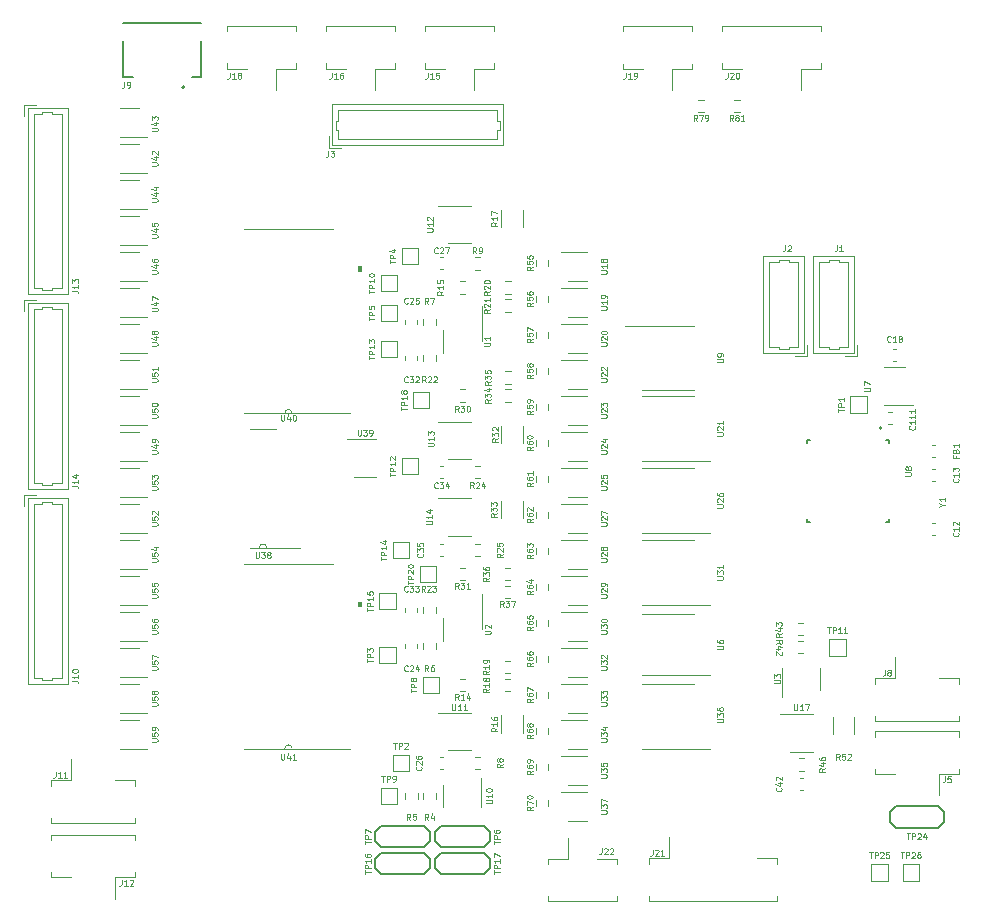
<source format=gbr>
%TF.GenerationSoftware,KiCad,Pcbnew,(5.1.10)-1*%
%TF.CreationDate,2023-08-20T09:24:49-05:00*%
%TF.ProjectId,brs_flight_computer,6272735f-666c-4696-9768-745f636f6d70,A*%
%TF.SameCoordinates,Original*%
%TF.FileFunction,Legend,Top*%
%TF.FilePolarity,Positive*%
%FSLAX46Y46*%
G04 Gerber Fmt 4.6, Leading zero omitted, Abs format (unit mm)*
G04 Created by KiCad (PCBNEW (5.1.10)-1) date 2023-08-20 09:24:49*
%MOMM*%
%LPD*%
G01*
G04 APERTURE LIST*
%ADD10C,0.120000*%
%ADD11C,0.150000*%
%ADD12C,0.100000*%
%ADD13C,0.200000*%
%ADD14C,0.127000*%
G04 APERTURE END LIST*
D10*
%TO.C,C18*%
X187592580Y-97788000D02*
X187311420Y-97788000D01*
X187592580Y-98808000D02*
X187311420Y-98808000D01*
%TO.C,TP11*%
X181926000Y-122363000D02*
X183326000Y-122363000D01*
X183326000Y-122363000D02*
X183326000Y-123763000D01*
X183326000Y-123763000D02*
X181926000Y-123763000D01*
X181926000Y-123763000D02*
X181926000Y-122363000D01*
%TO.C,TP9*%
X143953000Y-134936000D02*
X145353000Y-134936000D01*
X145353000Y-134936000D02*
X145353000Y-136336000D01*
X145353000Y-136336000D02*
X143953000Y-136336000D01*
X143953000Y-136336000D02*
X143953000Y-134936000D01*
%TO.C,J3*%
X139578000Y-80798000D02*
X140578000Y-80798000D01*
X139578000Y-80798000D02*
X139578000Y-79798000D01*
X153828000Y-77598000D02*
X147103000Y-77598000D01*
X153828000Y-78448000D02*
X153828000Y-77598000D01*
X154028000Y-78448000D02*
X153828000Y-78448000D01*
X154028000Y-79248000D02*
X154028000Y-78448000D01*
X153828000Y-79248000D02*
X154028000Y-79248000D01*
X153828000Y-79998000D02*
X153828000Y-79248000D01*
X147103000Y-79998000D02*
X153828000Y-79998000D01*
X140378000Y-77598000D02*
X147103000Y-77598000D01*
X140378000Y-78448000D02*
X140378000Y-77598000D01*
X140178000Y-78448000D02*
X140378000Y-78448000D01*
X140178000Y-79248000D02*
X140178000Y-78448000D01*
X140378000Y-79248000D02*
X140178000Y-79248000D01*
X140378000Y-79998000D02*
X140378000Y-79248000D01*
X147103000Y-79998000D02*
X140378000Y-79998000D01*
X154338000Y-77088000D02*
X139868000Y-77088000D01*
X154338000Y-80508000D02*
X154338000Y-77088000D01*
X139868000Y-80508000D02*
X154338000Y-80508000D01*
X139868000Y-77088000D02*
X139868000Y-80508000D01*
D11*
%TO.C,TP24*%
X191657000Y-137814000D02*
X191157000Y-138314000D01*
X191657000Y-137014000D02*
X191657000Y-137814000D01*
X191157000Y-136514000D02*
X191657000Y-137014000D01*
X187557000Y-136514000D02*
X191157000Y-136514000D01*
X187057000Y-137014000D02*
X187557000Y-136514000D01*
X187057000Y-137814000D02*
X187057000Y-137014000D01*
X187557000Y-138314000D02*
X187057000Y-137814000D01*
X191157000Y-138314000D02*
X187557000Y-138314000D01*
%TO.C,TP17*%
X148576000Y-140951000D02*
X149076000Y-140451000D01*
X148576000Y-141751000D02*
X148576000Y-140951000D01*
X149076000Y-142251000D02*
X148576000Y-141751000D01*
X152676000Y-142251000D02*
X149076000Y-142251000D01*
X153176000Y-141751000D02*
X152676000Y-142251000D01*
X153176000Y-140951000D02*
X153176000Y-141751000D01*
X152676000Y-140451000D02*
X153176000Y-140951000D01*
X149076000Y-140451000D02*
X152676000Y-140451000D01*
%TO.C,TP16*%
X143496000Y-140951000D02*
X143996000Y-140451000D01*
X143496000Y-141751000D02*
X143496000Y-140951000D01*
X143996000Y-142251000D02*
X143496000Y-141751000D01*
X147596000Y-142251000D02*
X143996000Y-142251000D01*
X148096000Y-141751000D02*
X147596000Y-142251000D01*
X148096000Y-140951000D02*
X148096000Y-141751000D01*
X147596000Y-140451000D02*
X148096000Y-140951000D01*
X143996000Y-140451000D02*
X147596000Y-140451000D01*
%TO.C,TP7*%
X143496000Y-138665000D02*
X143996000Y-138165000D01*
X143496000Y-139465000D02*
X143496000Y-138665000D01*
X143996000Y-139965000D02*
X143496000Y-139465000D01*
X147596000Y-139965000D02*
X143996000Y-139965000D01*
X148096000Y-139465000D02*
X147596000Y-139965000D01*
X148096000Y-138665000D02*
X148096000Y-139465000D01*
X147596000Y-138165000D02*
X148096000Y-138665000D01*
X143996000Y-138165000D02*
X147596000Y-138165000D01*
%TO.C,TP6*%
X148576000Y-138665000D02*
X149076000Y-138165000D01*
X148576000Y-139465000D02*
X148576000Y-138665000D01*
X149076000Y-139965000D02*
X148576000Y-139465000D01*
X152676000Y-139965000D02*
X149076000Y-139965000D01*
X153176000Y-139465000D02*
X152676000Y-139965000D01*
X153176000Y-138665000D02*
X153176000Y-139465000D01*
X152676000Y-138165000D02*
X153176000Y-138665000D01*
X149076000Y-138165000D02*
X152676000Y-138165000D01*
D10*
%TO.C,TP26*%
X188149000Y-142813000D02*
X188149000Y-141413000D01*
X189549000Y-142813000D02*
X188149000Y-142813000D01*
X189549000Y-141413000D02*
X189549000Y-142813000D01*
X188149000Y-141413000D02*
X189549000Y-141413000D01*
%TO.C,TP25*%
X185482000Y-142813000D02*
X185482000Y-141413000D01*
X186882000Y-142813000D02*
X185482000Y-142813000D01*
X186882000Y-141413000D02*
X186882000Y-142813000D01*
X185482000Y-141413000D02*
X186882000Y-141413000D01*
%TO.C,TP20*%
X148655000Y-117540000D02*
X147255000Y-117540000D01*
X148655000Y-116140000D02*
X148655000Y-117540000D01*
X147255000Y-116140000D02*
X148655000Y-116140000D01*
X147255000Y-117540000D02*
X147255000Y-116140000D01*
%TO.C,TP18*%
X148083500Y-102808000D02*
X146683500Y-102808000D01*
X148083500Y-101408000D02*
X148083500Y-102808000D01*
X146683500Y-101408000D02*
X148083500Y-101408000D01*
X146683500Y-102808000D02*
X146683500Y-101408000D01*
%TO.C,TP15*%
X145226000Y-119826000D02*
X143826000Y-119826000D01*
X145226000Y-118426000D02*
X145226000Y-119826000D01*
X143826000Y-118426000D02*
X145226000Y-118426000D01*
X143826000Y-119826000D02*
X143826000Y-118426000D01*
%TO.C,TP14*%
X146369000Y-115508000D02*
X144969000Y-115508000D01*
X146369000Y-114108000D02*
X146369000Y-115508000D01*
X144969000Y-114108000D02*
X146369000Y-114108000D01*
X144969000Y-115508000D02*
X144969000Y-114108000D01*
%TO.C,TP13*%
X145353000Y-98490000D02*
X143953000Y-98490000D01*
X145353000Y-97090000D02*
X145353000Y-98490000D01*
X143953000Y-97090000D02*
X145353000Y-97090000D01*
X143953000Y-98490000D02*
X143953000Y-97090000D01*
%TO.C,TP12*%
X147131000Y-108396000D02*
X145731000Y-108396000D01*
X147131000Y-106996000D02*
X147131000Y-108396000D01*
X145731000Y-106996000D02*
X147131000Y-106996000D01*
X145731000Y-108396000D02*
X145731000Y-106996000D01*
%TO.C,TP10*%
X145353000Y-92902000D02*
X143953000Y-92902000D01*
X145353000Y-91502000D02*
X145353000Y-92902000D01*
X143953000Y-91502000D02*
X145353000Y-91502000D01*
X143953000Y-92902000D02*
X143953000Y-91502000D01*
%TO.C,TP8*%
X148909000Y-126938000D02*
X147509000Y-126938000D01*
X148909000Y-125538000D02*
X148909000Y-126938000D01*
X147509000Y-125538000D02*
X148909000Y-125538000D01*
X147509000Y-126938000D02*
X147509000Y-125538000D01*
%TO.C,TP5*%
X145353000Y-95442000D02*
X143953000Y-95442000D01*
X145353000Y-94042000D02*
X145353000Y-95442000D01*
X143953000Y-94042000D02*
X145353000Y-94042000D01*
X143953000Y-95442000D02*
X143953000Y-94042000D01*
%TO.C,TP4*%
X147131000Y-90616000D02*
X145731000Y-90616000D01*
X147131000Y-89216000D02*
X147131000Y-90616000D01*
X145731000Y-89216000D02*
X147131000Y-89216000D01*
X145731000Y-90616000D02*
X145731000Y-89216000D01*
%TO.C,TP3*%
X145226000Y-124398000D02*
X143826000Y-124398000D01*
X145226000Y-122998000D02*
X145226000Y-124398000D01*
X143826000Y-122998000D02*
X145226000Y-122998000D01*
X143826000Y-124398000D02*
X143826000Y-122998000D01*
%TO.C,TP2*%
X144969000Y-133542000D02*
X144969000Y-132142000D01*
X146369000Y-133542000D02*
X144969000Y-133542000D01*
X146369000Y-132142000D02*
X146369000Y-133542000D01*
X144969000Y-132142000D02*
X146369000Y-132142000D01*
%TO.C,TP1*%
X185104000Y-103189000D02*
X183704000Y-103189000D01*
X185104000Y-101789000D02*
X185104000Y-103189000D01*
X183704000Y-101789000D02*
X185104000Y-101789000D01*
X183704000Y-103189000D02*
X183704000Y-101789000D01*
%TO.C,U3*%
X177968000Y-124830000D02*
X177968000Y-127280000D01*
X181188000Y-126630000D02*
X181188000Y-124830000D01*
%TO.C,J2*%
X176338500Y-98130000D02*
X179758500Y-98130000D01*
X179758500Y-98130000D02*
X179758500Y-89910000D01*
X179758500Y-89910000D02*
X176338500Y-89910000D01*
X176338500Y-89910000D02*
X176338500Y-98130000D01*
X179248500Y-94020000D02*
X179248500Y-97620000D01*
X179248500Y-97620000D02*
X178498500Y-97620000D01*
X178498500Y-97620000D02*
X178498500Y-97820000D01*
X178498500Y-97820000D02*
X177698500Y-97820000D01*
X177698500Y-97820000D02*
X177698500Y-97620000D01*
X177698500Y-97620000D02*
X176848500Y-97620000D01*
X176848500Y-97620000D02*
X176848500Y-94020000D01*
X179248500Y-94020000D02*
X179248500Y-90420000D01*
X179248500Y-90420000D02*
X178498500Y-90420000D01*
X178498500Y-90420000D02*
X178498500Y-90220000D01*
X178498500Y-90220000D02*
X177698500Y-90220000D01*
X177698500Y-90220000D02*
X177698500Y-90420000D01*
X177698500Y-90420000D02*
X176848500Y-90420000D01*
X176848500Y-90420000D02*
X176848500Y-94020000D01*
X180048500Y-98420000D02*
X179048500Y-98420000D01*
X180048500Y-98420000D02*
X180048500Y-97420000D01*
%TO.C,J1*%
X180593000Y-98130000D02*
X184013000Y-98130000D01*
X184013000Y-98130000D02*
X184013000Y-89910000D01*
X184013000Y-89910000D02*
X180593000Y-89910000D01*
X180593000Y-89910000D02*
X180593000Y-98130000D01*
X183503000Y-94020000D02*
X183503000Y-97620000D01*
X183503000Y-97620000D02*
X182753000Y-97620000D01*
X182753000Y-97620000D02*
X182753000Y-97820000D01*
X182753000Y-97820000D02*
X181953000Y-97820000D01*
X181953000Y-97820000D02*
X181953000Y-97620000D01*
X181953000Y-97620000D02*
X181103000Y-97620000D01*
X181103000Y-97620000D02*
X181103000Y-94020000D01*
X183503000Y-94020000D02*
X183503000Y-90420000D01*
X183503000Y-90420000D02*
X182753000Y-90420000D01*
X182753000Y-90420000D02*
X182753000Y-90220000D01*
X182753000Y-90220000D02*
X181953000Y-90220000D01*
X181953000Y-90220000D02*
X181953000Y-90420000D01*
X181953000Y-90420000D02*
X181103000Y-90420000D01*
X181103000Y-90420000D02*
X181103000Y-94020000D01*
X184303000Y-98420000D02*
X183303000Y-98420000D01*
X184303000Y-98420000D02*
X184303000Y-97420000D01*
%TO.C,C111*%
X187211580Y-104142000D02*
X186930420Y-104142000D01*
X187211580Y-103122000D02*
X186930420Y-103122000D01*
%TO.C,U2*%
X149256000Y-122539000D02*
X149256000Y-120539000D01*
X152496000Y-121539000D02*
X152496000Y-118539000D01*
%TO.C,J8*%
X187497000Y-125688000D02*
X185807000Y-125688000D01*
X185807000Y-125688000D02*
X185807000Y-126128000D01*
X191217000Y-125688000D02*
X192907000Y-125688000D01*
X192907000Y-125688000D02*
X192907000Y-126128000D01*
X185807000Y-128848000D02*
X185807000Y-129288000D01*
X185807000Y-129288000D02*
X192907000Y-129288000D01*
X192907000Y-129288000D02*
X192907000Y-128848000D01*
X187497000Y-125688000D02*
X187497000Y-123888000D01*
%TO.C,J5*%
X191217000Y-133773000D02*
X192907000Y-133773000D01*
X192907000Y-133773000D02*
X192907000Y-133333000D01*
X187497000Y-133773000D02*
X185807000Y-133773000D01*
X185807000Y-133773000D02*
X185807000Y-133333000D01*
X192907000Y-130613000D02*
X192907000Y-130173000D01*
X192907000Y-130173000D02*
X185807000Y-130173000D01*
X185807000Y-130173000D02*
X185807000Y-130613000D01*
X191217000Y-133773000D02*
X191217000Y-135573000D01*
%TO.C,J14*%
X117476000Y-93894000D02*
X114056000Y-93894000D01*
X114056000Y-93894000D02*
X114056000Y-109614000D01*
X114056000Y-109614000D02*
X117476000Y-109614000D01*
X117476000Y-109614000D02*
X117476000Y-93894000D01*
X114566000Y-101754000D02*
X114566000Y-94404000D01*
X114566000Y-94404000D02*
X115316000Y-94404000D01*
X115316000Y-94404000D02*
X115316000Y-94204000D01*
X115316000Y-94204000D02*
X116116000Y-94204000D01*
X116116000Y-94204000D02*
X116116000Y-94404000D01*
X116116000Y-94404000D02*
X116966000Y-94404000D01*
X116966000Y-94404000D02*
X116966000Y-101754000D01*
X114566000Y-101754000D02*
X114566000Y-109104000D01*
X114566000Y-109104000D02*
X115316000Y-109104000D01*
X115316000Y-109104000D02*
X115316000Y-109304000D01*
X115316000Y-109304000D02*
X116116000Y-109304000D01*
X116116000Y-109304000D02*
X116116000Y-109104000D01*
X116116000Y-109104000D02*
X116966000Y-109104000D01*
X116966000Y-109104000D02*
X116966000Y-101754000D01*
X113766000Y-93604000D02*
X114766000Y-93604000D01*
X113766000Y-93604000D02*
X113766000Y-94604000D01*
%TO.C,J13*%
X117476000Y-77384000D02*
X114056000Y-77384000D01*
X114056000Y-77384000D02*
X114056000Y-93104000D01*
X114056000Y-93104000D02*
X117476000Y-93104000D01*
X117476000Y-93104000D02*
X117476000Y-77384000D01*
X114566000Y-85244000D02*
X114566000Y-77894000D01*
X114566000Y-77894000D02*
X115316000Y-77894000D01*
X115316000Y-77894000D02*
X115316000Y-77694000D01*
X115316000Y-77694000D02*
X116116000Y-77694000D01*
X116116000Y-77694000D02*
X116116000Y-77894000D01*
X116116000Y-77894000D02*
X116966000Y-77894000D01*
X116966000Y-77894000D02*
X116966000Y-85244000D01*
X114566000Y-85244000D02*
X114566000Y-92594000D01*
X114566000Y-92594000D02*
X115316000Y-92594000D01*
X115316000Y-92594000D02*
X115316000Y-92794000D01*
X115316000Y-92794000D02*
X116116000Y-92794000D01*
X116116000Y-92794000D02*
X116116000Y-92594000D01*
X116116000Y-92594000D02*
X116966000Y-92594000D01*
X116966000Y-92594000D02*
X116966000Y-85244000D01*
X113766000Y-77094000D02*
X114766000Y-77094000D01*
X113766000Y-77094000D02*
X113766000Y-78094000D01*
%TO.C,J10*%
X117476000Y-110404000D02*
X114056000Y-110404000D01*
X114056000Y-110404000D02*
X114056000Y-126124000D01*
X114056000Y-126124000D02*
X117476000Y-126124000D01*
X117476000Y-126124000D02*
X117476000Y-110404000D01*
X114566000Y-118264000D02*
X114566000Y-110914000D01*
X114566000Y-110914000D02*
X115316000Y-110914000D01*
X115316000Y-110914000D02*
X115316000Y-110714000D01*
X115316000Y-110714000D02*
X116116000Y-110714000D01*
X116116000Y-110714000D02*
X116116000Y-110914000D01*
X116116000Y-110914000D02*
X116966000Y-110914000D01*
X116966000Y-110914000D02*
X116966000Y-118264000D01*
X114566000Y-118264000D02*
X114566000Y-125614000D01*
X114566000Y-125614000D02*
X115316000Y-125614000D01*
X115316000Y-125614000D02*
X115316000Y-125814000D01*
X115316000Y-125814000D02*
X116116000Y-125814000D01*
X116116000Y-125814000D02*
X116116000Y-125614000D01*
X116116000Y-125614000D02*
X116966000Y-125614000D01*
X116966000Y-125614000D02*
X116966000Y-118264000D01*
X113766000Y-110114000D02*
X114766000Y-110114000D01*
X113766000Y-110114000D02*
X113766000Y-111114000D01*
%TO.C,U59*%
X123482100Y-129197100D02*
X121881900Y-129197100D01*
X121881900Y-131660900D02*
X124193300Y-131660900D01*
%TO.C,U58*%
X123482100Y-126149100D02*
X121881900Y-126149100D01*
X121881900Y-128612900D02*
X124193300Y-128612900D01*
%TO.C,U57*%
X123482100Y-123101100D02*
X121881900Y-123101100D01*
X121881900Y-125564900D02*
X124193300Y-125564900D01*
%TO.C,U56*%
X123482100Y-120053100D02*
X121881900Y-120053100D01*
X121881900Y-122516900D02*
X124193300Y-122516900D01*
%TO.C,U55*%
X123482100Y-117005100D02*
X121881900Y-117005100D01*
X121881900Y-119468900D02*
X124193300Y-119468900D01*
%TO.C,U54*%
X123482100Y-113957100D02*
X121881900Y-113957100D01*
X121881900Y-116420900D02*
X124193300Y-116420900D01*
%TO.C,U53*%
X123482100Y-107861100D02*
X121881900Y-107861100D01*
X121881900Y-110324900D02*
X124193300Y-110324900D01*
%TO.C,U52*%
X123482100Y-110909100D02*
X121881900Y-110909100D01*
X121881900Y-113372900D02*
X124193300Y-113372900D01*
%TO.C,U51*%
X123482100Y-98717100D02*
X121881900Y-98717100D01*
X121881900Y-101180900D02*
X124193300Y-101180900D01*
%TO.C,U50*%
X123482100Y-101765100D02*
X121881900Y-101765100D01*
X121881900Y-104228900D02*
X124193300Y-104228900D01*
%TO.C,U49*%
X123482100Y-104813100D02*
X121881900Y-104813100D01*
X121881900Y-107276900D02*
X124193300Y-107276900D01*
%TO.C,U48*%
X123482100Y-95669100D02*
X121881900Y-95669100D01*
X121881900Y-98132900D02*
X124193300Y-98132900D01*
%TO.C,U47*%
X123482100Y-92621100D02*
X121881900Y-92621100D01*
X121881900Y-95084900D02*
X124193300Y-95084900D01*
%TO.C,U46*%
X123482100Y-89573100D02*
X121881900Y-89573100D01*
X121881900Y-92036900D02*
X124193300Y-92036900D01*
%TO.C,U45*%
X123482100Y-86525100D02*
X121881900Y-86525100D01*
X121881900Y-88988900D02*
X124193300Y-88988900D01*
%TO.C,U44*%
X123482100Y-83477100D02*
X121881900Y-83477100D01*
X121881900Y-85940900D02*
X124193300Y-85940900D01*
%TO.C,U43*%
X123482100Y-77381100D02*
X121881900Y-77381100D01*
X121881900Y-79844900D02*
X124193300Y-79844900D01*
%TO.C,U42*%
X123482100Y-80429100D02*
X121881900Y-80429100D01*
X121881900Y-82892900D02*
X124193300Y-82892900D01*
D12*
%TO.C,U41*%
G36*
X142328900Y-119570500D02*
G01*
X142328900Y-119189500D01*
X142074900Y-119189500D01*
X142074900Y-119570500D01*
X142328900Y-119570500D01*
G37*
X142328900Y-119570500D02*
X142328900Y-119189500D01*
X142074900Y-119189500D01*
X142074900Y-119570500D01*
X142328900Y-119570500D01*
D10*
X132346700Y-131622800D02*
X141351000Y-131622800D01*
X139941300Y-116027200D02*
X132346700Y-116027200D01*
X135839200Y-131622800D02*
G75*
G02*
X136448800Y-131622800I304800J0D01*
G01*
D12*
%TO.C,U40*%
G36*
X142328900Y-91161300D02*
G01*
X142328900Y-90780300D01*
X142074900Y-90780300D01*
X142074900Y-91161300D01*
X142328900Y-91161300D01*
G37*
X142328900Y-91161300D02*
X142328900Y-90780300D01*
X142074900Y-90780300D01*
X142074900Y-91161300D01*
X142328900Y-91161300D01*
D10*
X132346700Y-103213600D02*
X141351000Y-103213600D01*
X139941300Y-87618000D02*
X132346700Y-87618000D01*
X135839200Y-103213600D02*
G75*
G02*
X136448800Y-103213600I304800J0D01*
G01*
%TO.C,U39*%
X141721000Y-108671000D02*
X143521000Y-108671000D01*
X143521000Y-105451000D02*
X141071000Y-105451000D01*
%TO.C,U38*%
X132895697Y-114604800D02*
X137096500Y-114604800D01*
X135074303Y-104597200D02*
X132895697Y-104597200D01*
X133680200Y-114604800D02*
G75*
G02*
X134289800Y-114604800I304800J0D01*
G01*
%TO.C,U37*%
X161455100Y-135293100D02*
X159194500Y-135293100D01*
X159854900Y-137756900D02*
X161455100Y-137756900D01*
%TO.C,U36*%
X168275000Y-126170000D02*
X166075000Y-126170000D01*
X168275000Y-126170000D02*
X170475000Y-126170000D01*
X168275000Y-131640000D02*
X166075000Y-131640000D01*
X168275000Y-131640000D02*
X171875000Y-131640000D01*
%TO.C,U35*%
X161455100Y-132245100D02*
X159194500Y-132245100D01*
X159854900Y-134708900D02*
X161455100Y-134708900D01*
%TO.C,U34*%
X161455100Y-129197100D02*
X159194500Y-129197100D01*
X159854900Y-131660900D02*
X161455100Y-131660900D01*
%TO.C,U33*%
X161455100Y-126149100D02*
X159194500Y-126149100D01*
X159854900Y-128612900D02*
X161455100Y-128612900D01*
%TO.C,U32*%
X161455100Y-123101100D02*
X159194500Y-123101100D01*
X159854900Y-125564900D02*
X161455100Y-125564900D01*
%TO.C,U31*%
X168275000Y-113978000D02*
X166075000Y-113978000D01*
X168275000Y-113978000D02*
X170475000Y-113978000D01*
X168275000Y-119448000D02*
X166075000Y-119448000D01*
X168275000Y-119448000D02*
X171875000Y-119448000D01*
%TO.C,U30*%
X161455100Y-120053100D02*
X159194500Y-120053100D01*
X159854900Y-122516900D02*
X161455100Y-122516900D01*
%TO.C,U29*%
X161455100Y-117005100D02*
X159194500Y-117005100D01*
X159854900Y-119468900D02*
X161455100Y-119468900D01*
%TO.C,U28*%
X161455100Y-113957100D02*
X159194500Y-113957100D01*
X159854900Y-116420900D02*
X161455100Y-116420900D01*
%TO.C,U27*%
X161455100Y-110909100D02*
X159194500Y-110909100D01*
X159854900Y-113372900D02*
X161455100Y-113372900D01*
%TO.C,U26*%
X168275000Y-107882000D02*
X166075000Y-107882000D01*
X168275000Y-107882000D02*
X170475000Y-107882000D01*
X168275000Y-113352000D02*
X166075000Y-113352000D01*
X168275000Y-113352000D02*
X171875000Y-113352000D01*
%TO.C,U25*%
X161455100Y-107861100D02*
X159194500Y-107861100D01*
X159854900Y-110324900D02*
X161455100Y-110324900D01*
%TO.C,U24*%
X161455100Y-104813100D02*
X159194500Y-104813100D01*
X159854900Y-107276900D02*
X161455100Y-107276900D01*
%TO.C,U23*%
X161455100Y-101765100D02*
X159194500Y-101765100D01*
X159854900Y-104228900D02*
X161455100Y-104228900D01*
%TO.C,U22*%
X161455100Y-98717100D02*
X159194500Y-98717100D01*
X159854900Y-101180900D02*
X161455100Y-101180900D01*
%TO.C,U21*%
X168275000Y-101786000D02*
X166075000Y-101786000D01*
X168275000Y-101786000D02*
X170475000Y-101786000D01*
X168275000Y-107256000D02*
X166075000Y-107256000D01*
X168275000Y-107256000D02*
X171875000Y-107256000D01*
%TO.C,U20*%
X161455100Y-95669100D02*
X159194500Y-95669100D01*
X159854900Y-98132900D02*
X161455100Y-98132900D01*
%TO.C,U19*%
X161455100Y-92621100D02*
X159194500Y-92621100D01*
X159854900Y-95084900D02*
X161455100Y-95084900D01*
%TO.C,U18*%
X161455100Y-89573100D02*
X159194500Y-89573100D01*
X159854900Y-92036900D02*
X161455100Y-92036900D01*
%TO.C,U17*%
X180530500Y-128700000D02*
X177800000Y-128700000D01*
X178625500Y-131904000D02*
X180530500Y-131904000D01*
%TO.C,U14*%
X151574500Y-110412000D02*
X148844000Y-110412000D01*
X149669500Y-113616000D02*
X151574500Y-113616000D01*
%TO.C,U13*%
X151574500Y-103935000D02*
X148844000Y-103935000D01*
X149669500Y-107139000D02*
X151574500Y-107139000D01*
%TO.C,U12*%
X151574500Y-85647000D02*
X148844000Y-85647000D01*
X149669500Y-88851000D02*
X151574500Y-88851000D01*
%TO.C,U11*%
X151574500Y-128573000D02*
X148844000Y-128573000D01*
X149669500Y-131777000D02*
X151574500Y-131777000D01*
%TO.C,U10*%
X149266000Y-134736000D02*
X149266000Y-136536000D01*
X152486000Y-136536000D02*
X152486000Y-134086000D01*
%TO.C,U9*%
X168275000Y-101287000D02*
X170475000Y-101287000D01*
X168275000Y-101287000D02*
X166075000Y-101287000D01*
X168275000Y-95817000D02*
X170475000Y-95817000D01*
X168275000Y-95817000D02*
X164675000Y-95817000D01*
D13*
%TO.C,U8*%
X186365000Y-104491000D02*
G75*
G03*
X186365000Y-104491000I-100000J0D01*
G01*
D14*
X180015000Y-112466000D02*
X180015000Y-112166000D01*
X187015000Y-112466000D02*
X187015000Y-112166000D01*
X180015000Y-105466000D02*
X180015000Y-105766000D01*
X187015000Y-105466000D02*
X187015000Y-105766000D01*
X180015000Y-112466000D02*
X180315000Y-112466000D01*
X187015000Y-112466000D02*
X186715000Y-112466000D01*
X180015000Y-105466000D02*
X180315000Y-105466000D01*
X187015000Y-105466000D02*
X186715000Y-105466000D01*
D10*
%TO.C,U7*%
X188352000Y-99355000D02*
X186552000Y-99355000D01*
X186552000Y-102575000D02*
X189002000Y-102575000D01*
%TO.C,U6*%
X168275000Y-120199000D02*
X166075000Y-120199000D01*
X168275000Y-120199000D02*
X170475000Y-120199000D01*
X168275000Y-125419000D02*
X166075000Y-125419000D01*
X168275000Y-125419000D02*
X171875000Y-125419000D01*
%TO.C,U1*%
X149256000Y-98155000D02*
X149256000Y-96155000D01*
X152496000Y-97155000D02*
X152496000Y-94155000D01*
%TO.C,R81*%
X173879742Y-76693500D02*
X174354258Y-76693500D01*
X173879742Y-77738500D02*
X174354258Y-77738500D01*
%TO.C,R79*%
X171306258Y-77738500D02*
X170831742Y-77738500D01*
X171306258Y-76693500D02*
X170831742Y-76693500D01*
%TO.C,R70*%
X157084500Y-136444758D02*
X157084500Y-135970242D01*
X158129500Y-136444758D02*
X158129500Y-135970242D01*
%TO.C,R69*%
X157084500Y-133396758D02*
X157084500Y-132922242D01*
X158129500Y-133396758D02*
X158129500Y-132922242D01*
%TO.C,R68*%
X157084500Y-130348758D02*
X157084500Y-129874242D01*
X158129500Y-130348758D02*
X158129500Y-129874242D01*
%TO.C,R67*%
X157084500Y-127300758D02*
X157084500Y-126826242D01*
X158129500Y-127300758D02*
X158129500Y-126826242D01*
%TO.C,R66*%
X157084500Y-124252758D02*
X157084500Y-123778242D01*
X158129500Y-124252758D02*
X158129500Y-123778242D01*
%TO.C,R65*%
X157084500Y-121204758D02*
X157084500Y-120730242D01*
X158129500Y-121204758D02*
X158129500Y-120730242D01*
%TO.C,R64*%
X157084500Y-118156758D02*
X157084500Y-117682242D01*
X158129500Y-118156758D02*
X158129500Y-117682242D01*
%TO.C,R63*%
X157084500Y-115108758D02*
X157084500Y-114634242D01*
X158129500Y-115108758D02*
X158129500Y-114634242D01*
%TO.C,R62*%
X157084500Y-112060758D02*
X157084500Y-111586242D01*
X158129500Y-112060758D02*
X158129500Y-111586242D01*
%TO.C,R61*%
X157084500Y-109012758D02*
X157084500Y-108538242D01*
X158129500Y-109012758D02*
X158129500Y-108538242D01*
%TO.C,R60*%
X157084500Y-105964758D02*
X157084500Y-105490242D01*
X158129500Y-105964758D02*
X158129500Y-105490242D01*
%TO.C,R59*%
X157084500Y-102916758D02*
X157084500Y-102442242D01*
X158129500Y-102916758D02*
X158129500Y-102442242D01*
%TO.C,R58*%
X157084500Y-99868758D02*
X157084500Y-99394242D01*
X158129500Y-99868758D02*
X158129500Y-99394242D01*
%TO.C,R57*%
X157084500Y-96820758D02*
X157084500Y-96346242D01*
X158129500Y-96820758D02*
X158129500Y-96346242D01*
%TO.C,R56*%
X157084500Y-93772758D02*
X157084500Y-93298242D01*
X158129500Y-93772758D02*
X158129500Y-93298242D01*
%TO.C,R55*%
X157084500Y-90724758D02*
X157084500Y-90250242D01*
X158129500Y-90724758D02*
X158129500Y-90250242D01*
%TO.C,R52*%
X184044000Y-128939936D02*
X184044000Y-130394064D01*
X182224000Y-128939936D02*
X182224000Y-130394064D01*
%TO.C,R46*%
X179340742Y-132446500D02*
X179815258Y-132446500D01*
X179340742Y-133491500D02*
X179815258Y-133491500D01*
%TO.C,R43*%
X179751758Y-121998000D02*
X179277242Y-121998000D01*
X179751758Y-120953000D02*
X179277242Y-120953000D01*
%TO.C,R42*%
X179277242Y-122477000D02*
X179751758Y-122477000D01*
X179277242Y-123522000D02*
X179751758Y-123522000D01*
%TO.C,R37*%
X154448742Y-117841500D02*
X154923258Y-117841500D01*
X154448742Y-118886500D02*
X154923258Y-118886500D01*
%TO.C,R36*%
X154448742Y-116317500D02*
X154923258Y-116317500D01*
X154448742Y-117362500D02*
X154923258Y-117362500D01*
%TO.C,R35*%
X154986758Y-100725500D02*
X154512242Y-100725500D01*
X154986758Y-99680500D02*
X154512242Y-99680500D01*
%TO.C,R34*%
X154512242Y-101204500D02*
X154986758Y-101204500D01*
X154512242Y-102249500D02*
X154986758Y-102249500D01*
%TO.C,R33*%
X154157000Y-112106064D02*
X154157000Y-110651936D01*
X155977000Y-112106064D02*
X155977000Y-110651936D01*
%TO.C,R32*%
X155977000Y-104301936D02*
X155977000Y-105756064D01*
X154157000Y-104301936D02*
X154157000Y-105756064D01*
%TO.C,R31*%
X150638742Y-116317500D02*
X151113258Y-116317500D01*
X150638742Y-117362500D02*
X151113258Y-117362500D01*
%TO.C,R30*%
X150638742Y-101204500D02*
X151113258Y-101204500D01*
X150638742Y-102249500D02*
X151113258Y-102249500D01*
%TO.C,R25*%
X151908742Y-114285500D02*
X152383258Y-114285500D01*
X151908742Y-115330500D02*
X152383258Y-115330500D01*
%TO.C,R24*%
X151908742Y-107681500D02*
X152383258Y-107681500D01*
X151908742Y-108726500D02*
X152383258Y-108726500D01*
%TO.C,R23*%
X148604500Y-119650742D02*
X148604500Y-120125258D01*
X147559500Y-119650742D02*
X147559500Y-120125258D01*
%TO.C,R22*%
X147559500Y-98789258D02*
X147559500Y-98314742D01*
X148604500Y-98789258D02*
X148604500Y-98314742D01*
%TO.C,R21*%
X154511742Y-93584500D02*
X154986258Y-93584500D01*
X154511742Y-94629500D02*
X154986258Y-94629500D01*
%TO.C,R20*%
X154511742Y-92060500D02*
X154986258Y-92060500D01*
X154511742Y-93105500D02*
X154986258Y-93105500D01*
%TO.C,R19*%
X154923258Y-125236500D02*
X154448742Y-125236500D01*
X154923258Y-124191500D02*
X154448742Y-124191500D01*
%TO.C,R18*%
X154448742Y-125715500D02*
X154923258Y-125715500D01*
X154448742Y-126760500D02*
X154923258Y-126760500D01*
%TO.C,R17*%
X154157000Y-87468064D02*
X154157000Y-86013936D01*
X155977000Y-87468064D02*
X155977000Y-86013936D01*
%TO.C,R16*%
X155977000Y-128812936D02*
X155977000Y-130267064D01*
X154157000Y-128812936D02*
X154157000Y-130267064D01*
%TO.C,R15*%
X150638742Y-92060500D02*
X151113258Y-92060500D01*
X150638742Y-93105500D02*
X151113258Y-93105500D01*
%TO.C,R14*%
X150638742Y-125715500D02*
X151113258Y-125715500D01*
X150638742Y-126760500D02*
X151113258Y-126760500D01*
%TO.C,R9*%
X151908742Y-90028500D02*
X152383258Y-90028500D01*
X151908742Y-91073500D02*
X152383258Y-91073500D01*
%TO.C,R8*%
X151908742Y-132319500D02*
X152383258Y-132319500D01*
X151908742Y-133364500D02*
X152383258Y-133364500D01*
%TO.C,R7*%
X148604500Y-95266742D02*
X148604500Y-95741258D01*
X147559500Y-95266742D02*
X147559500Y-95741258D01*
%TO.C,R6*%
X147559500Y-123173258D02*
X147559500Y-122698742D01*
X148604500Y-123173258D02*
X148604500Y-122698742D01*
%TO.C,R5*%
X146035500Y-135873258D02*
X146035500Y-135398742D01*
X147080500Y-135873258D02*
X147080500Y-135398742D01*
%TO.C,R4*%
X148604500Y-135398742D02*
X148604500Y-135873258D01*
X147559500Y-135398742D02*
X147559500Y-135873258D01*
%TO.C,J22*%
X159826400Y-140953400D02*
X158136400Y-140953400D01*
X158136400Y-140953400D02*
X158136400Y-141393400D01*
X162296400Y-140953400D02*
X163986400Y-140953400D01*
X163986400Y-140953400D02*
X163986400Y-141393400D01*
X158136400Y-144113400D02*
X158136400Y-144553400D01*
X158136400Y-144553400D02*
X163986400Y-144553400D01*
X163986400Y-144553400D02*
X163986400Y-144113400D01*
X159826400Y-140953400D02*
X159826400Y-139153400D01*
%TO.C,J21*%
X168350000Y-140928000D02*
X166660000Y-140928000D01*
X166660000Y-140928000D02*
X166660000Y-141368000D01*
X175820000Y-140928000D02*
X177510000Y-140928000D01*
X177510000Y-140928000D02*
X177510000Y-141368000D01*
X166660000Y-144088000D02*
X166660000Y-144528000D01*
X166660000Y-144528000D02*
X177510000Y-144528000D01*
X177510000Y-144528000D02*
X177510000Y-144088000D01*
X168350000Y-140928000D02*
X168350000Y-139128000D01*
%TO.C,J20*%
X179523000Y-74057600D02*
X181213000Y-74057600D01*
X181213000Y-74057600D02*
X181213000Y-73617600D01*
X174553000Y-74057600D02*
X172863000Y-74057600D01*
X172863000Y-74057600D02*
X172863000Y-73617600D01*
X181213000Y-70897600D02*
X181213000Y-70457600D01*
X181213000Y-70457600D02*
X172863000Y-70457600D01*
X172863000Y-70457600D02*
X172863000Y-70897600D01*
X179523000Y-74057600D02*
X179523000Y-75857600D01*
%TO.C,J19*%
X168621000Y-74062000D02*
X170311000Y-74062000D01*
X170311000Y-74062000D02*
X170311000Y-73622000D01*
X166151000Y-74062000D02*
X164461000Y-74062000D01*
X164461000Y-74062000D02*
X164461000Y-73622000D01*
X170311000Y-70902000D02*
X170311000Y-70462000D01*
X170311000Y-70462000D02*
X164461000Y-70462000D01*
X164461000Y-70462000D02*
X164461000Y-70902000D01*
X168621000Y-74062000D02*
X168621000Y-75862000D01*
%TO.C,J18*%
X135093000Y-74057600D02*
X136783000Y-74057600D01*
X136783000Y-74057600D02*
X136783000Y-73617600D01*
X132623000Y-74057600D02*
X130933000Y-74057600D01*
X130933000Y-74057600D02*
X130933000Y-73617600D01*
X136783000Y-70897600D02*
X136783000Y-70457600D01*
X136783000Y-70457600D02*
X130933000Y-70457600D01*
X130933000Y-70457600D02*
X130933000Y-70897600D01*
X135093000Y-74057600D02*
X135093000Y-75857600D01*
%TO.C,J16*%
X143449600Y-74057600D02*
X145139600Y-74057600D01*
X145139600Y-74057600D02*
X145139600Y-73617600D01*
X140979600Y-74057600D02*
X139289600Y-74057600D01*
X139289600Y-74057600D02*
X139289600Y-73617600D01*
X145139600Y-70897600D02*
X145139600Y-70457600D01*
X145139600Y-70457600D02*
X139289600Y-70457600D01*
X139289600Y-70457600D02*
X139289600Y-70897600D01*
X143449600Y-74057600D02*
X143449600Y-75857600D01*
%TO.C,J15*%
X151857000Y-74057600D02*
X153547000Y-74057600D01*
X153547000Y-74057600D02*
X153547000Y-73617600D01*
X149387000Y-74057600D02*
X147697000Y-74057600D01*
X147697000Y-74057600D02*
X147697000Y-73617600D01*
X153547000Y-70897600D02*
X153547000Y-70457600D01*
X153547000Y-70457600D02*
X147697000Y-70457600D01*
X147697000Y-70457600D02*
X147697000Y-70897600D01*
X151857000Y-74057600D02*
X151857000Y-75857600D01*
%TO.C,J12*%
X121494000Y-142536000D02*
X123184000Y-142536000D01*
X123184000Y-142536000D02*
X123184000Y-142096000D01*
X117774000Y-142536000D02*
X116084000Y-142536000D01*
X116084000Y-142536000D02*
X116084000Y-142096000D01*
X123184000Y-139376000D02*
X123184000Y-138936000D01*
X123184000Y-138936000D02*
X116084000Y-138936000D01*
X116084000Y-138936000D02*
X116084000Y-139376000D01*
X121494000Y-142536000D02*
X121494000Y-144336000D01*
%TO.C,J11*%
X117774000Y-134324000D02*
X116084000Y-134324000D01*
X116084000Y-134324000D02*
X116084000Y-134764000D01*
X121494000Y-134324000D02*
X123184000Y-134324000D01*
X123184000Y-134324000D02*
X123184000Y-134764000D01*
X116084000Y-137484000D02*
X116084000Y-137924000D01*
X116084000Y-137924000D02*
X123184000Y-137924000D01*
X123184000Y-137924000D02*
X123184000Y-137484000D01*
X117774000Y-134324000D02*
X117774000Y-132524000D01*
D14*
%TO.C,J9*%
X128776000Y-70181000D02*
X122176000Y-70181000D01*
X127976000Y-74781000D02*
X128776000Y-74781000D01*
X122976000Y-74781000D02*
X122176000Y-74781000D01*
X128776000Y-74781000D02*
X128776000Y-71676000D01*
X122176000Y-74781000D02*
X122176000Y-71676000D01*
D13*
X127326000Y-75626000D02*
G75*
G03*
X127326000Y-75626000I-100000J0D01*
G01*
D10*
%TO.C,FB1*%
X190916779Y-106936000D02*
X190591221Y-106936000D01*
X190916779Y-105916000D02*
X190591221Y-105916000D01*
%TO.C,C42*%
X179437420Y-134110000D02*
X179718580Y-134110000D01*
X179437420Y-135130000D02*
X179718580Y-135130000D01*
%TO.C,C35*%
X149251580Y-115318000D02*
X148970420Y-115318000D01*
X149251580Y-114298000D02*
X148970420Y-114298000D01*
%TO.C,C34*%
X149238580Y-108714000D02*
X148957420Y-108714000D01*
X149238580Y-107694000D02*
X148957420Y-107694000D01*
%TO.C,C33*%
X147068000Y-119747420D02*
X147068000Y-120028580D01*
X146048000Y-119747420D02*
X146048000Y-120028580D01*
%TO.C,C32*%
X147068000Y-98411420D02*
X147068000Y-98692580D01*
X146048000Y-98411420D02*
X146048000Y-98692580D01*
%TO.C,C27*%
X149238580Y-91061000D02*
X148957420Y-91061000D01*
X149238580Y-90041000D02*
X148957420Y-90041000D01*
%TO.C,C26*%
X149238580Y-133352000D02*
X148957420Y-133352000D01*
X149238580Y-132332000D02*
X148957420Y-132332000D01*
%TO.C,C25*%
X147068000Y-95363420D02*
X147068000Y-95644580D01*
X146048000Y-95363420D02*
X146048000Y-95644580D01*
%TO.C,C24*%
X146048000Y-123076580D02*
X146048000Y-122795420D01*
X147068000Y-123076580D02*
X147068000Y-122795420D01*
%TO.C,C13*%
X190894580Y-108968000D02*
X190613420Y-108968000D01*
X190894580Y-107948000D02*
X190613420Y-107948000D01*
%TO.C,C12*%
X190613420Y-112520000D02*
X190894580Y-112520000D01*
X190613420Y-113540000D02*
X190894580Y-113540000D01*
%TO.C,C18*%
D12*
X187130571Y-97143071D02*
X187106761Y-97166880D01*
X187035333Y-97190690D01*
X186987714Y-97190690D01*
X186916285Y-97166880D01*
X186868666Y-97119261D01*
X186844857Y-97071642D01*
X186821047Y-96976404D01*
X186821047Y-96904976D01*
X186844857Y-96809738D01*
X186868666Y-96762119D01*
X186916285Y-96714500D01*
X186987714Y-96690690D01*
X187035333Y-96690690D01*
X187106761Y-96714500D01*
X187130571Y-96738309D01*
X187606761Y-97190690D02*
X187321047Y-97190690D01*
X187463904Y-97190690D02*
X187463904Y-96690690D01*
X187416285Y-96762119D01*
X187368666Y-96809738D01*
X187321047Y-96833547D01*
X187892476Y-96904976D02*
X187844857Y-96881166D01*
X187821047Y-96857357D01*
X187797238Y-96809738D01*
X187797238Y-96785928D01*
X187821047Y-96738309D01*
X187844857Y-96714500D01*
X187892476Y-96690690D01*
X187987714Y-96690690D01*
X188035333Y-96714500D01*
X188059142Y-96738309D01*
X188082952Y-96785928D01*
X188082952Y-96809738D01*
X188059142Y-96857357D01*
X188035333Y-96881166D01*
X187987714Y-96904976D01*
X187892476Y-96904976D01*
X187844857Y-96928785D01*
X187821047Y-96952595D01*
X187797238Y-97000214D01*
X187797238Y-97095452D01*
X187821047Y-97143071D01*
X187844857Y-97166880D01*
X187892476Y-97190690D01*
X187987714Y-97190690D01*
X188035333Y-97166880D01*
X188059142Y-97143071D01*
X188082952Y-97095452D01*
X188082952Y-97000214D01*
X188059142Y-96952595D01*
X188035333Y-96928785D01*
X187987714Y-96904976D01*
%TO.C,TP11*%
X181756952Y-121341190D02*
X182042666Y-121341190D01*
X181899809Y-121841190D02*
X181899809Y-121341190D01*
X182209333Y-121841190D02*
X182209333Y-121341190D01*
X182399809Y-121341190D01*
X182447428Y-121365000D01*
X182471238Y-121388809D01*
X182495047Y-121436428D01*
X182495047Y-121507857D01*
X182471238Y-121555476D01*
X182447428Y-121579285D01*
X182399809Y-121603095D01*
X182209333Y-121603095D01*
X182971238Y-121841190D02*
X182685523Y-121841190D01*
X182828380Y-121841190D02*
X182828380Y-121341190D01*
X182780761Y-121412619D01*
X182733142Y-121460238D01*
X182685523Y-121484047D01*
X183447428Y-121841190D02*
X183161714Y-121841190D01*
X183304571Y-121841190D02*
X183304571Y-121341190D01*
X183256952Y-121412619D01*
X183209333Y-121460238D01*
X183161714Y-121484047D01*
%TO.C,TP9*%
X144022047Y-133914190D02*
X144307761Y-133914190D01*
X144164904Y-134414190D02*
X144164904Y-133914190D01*
X144474428Y-134414190D02*
X144474428Y-133914190D01*
X144664904Y-133914190D01*
X144712523Y-133938000D01*
X144736333Y-133961809D01*
X144760142Y-134009428D01*
X144760142Y-134080857D01*
X144736333Y-134128476D01*
X144712523Y-134152285D01*
X144664904Y-134176095D01*
X144474428Y-134176095D01*
X144998238Y-134414190D02*
X145093476Y-134414190D01*
X145141095Y-134390380D01*
X145164904Y-134366571D01*
X145212523Y-134295142D01*
X145236333Y-134199904D01*
X145236333Y-134009428D01*
X145212523Y-133961809D01*
X145188714Y-133938000D01*
X145141095Y-133914190D01*
X145045857Y-133914190D01*
X144998238Y-133938000D01*
X144974428Y-133961809D01*
X144950619Y-134009428D01*
X144950619Y-134128476D01*
X144974428Y-134176095D01*
X144998238Y-134199904D01*
X145045857Y-134223714D01*
X145141095Y-134223714D01*
X145188714Y-134199904D01*
X145212523Y-134176095D01*
X145236333Y-134128476D01*
%TO.C,J3*%
X139533333Y-81006190D02*
X139533333Y-81363333D01*
X139509523Y-81434761D01*
X139461904Y-81482380D01*
X139390476Y-81506190D01*
X139342857Y-81506190D01*
X139723809Y-81006190D02*
X140033333Y-81006190D01*
X139866666Y-81196666D01*
X139938095Y-81196666D01*
X139985714Y-81220476D01*
X140009523Y-81244285D01*
X140033333Y-81291904D01*
X140033333Y-81410952D01*
X140009523Y-81458571D01*
X139985714Y-81482380D01*
X139938095Y-81506190D01*
X139795238Y-81506190D01*
X139747619Y-81482380D01*
X139723809Y-81458571D01*
%TO.C,TP24*%
X188487952Y-138791190D02*
X188773666Y-138791190D01*
X188630809Y-139291190D02*
X188630809Y-138791190D01*
X188940333Y-139291190D02*
X188940333Y-138791190D01*
X189130809Y-138791190D01*
X189178428Y-138815000D01*
X189202238Y-138838809D01*
X189226047Y-138886428D01*
X189226047Y-138957857D01*
X189202238Y-139005476D01*
X189178428Y-139029285D01*
X189130809Y-139053095D01*
X188940333Y-139053095D01*
X189416523Y-138838809D02*
X189440333Y-138815000D01*
X189487952Y-138791190D01*
X189607000Y-138791190D01*
X189654619Y-138815000D01*
X189678428Y-138838809D01*
X189702238Y-138886428D01*
X189702238Y-138934047D01*
X189678428Y-139005476D01*
X189392714Y-139291190D01*
X189702238Y-139291190D01*
X190130809Y-138957857D02*
X190130809Y-139291190D01*
X190011761Y-138767380D02*
X189892714Y-139124523D01*
X190202238Y-139124523D01*
%TO.C,TP17*%
X153523190Y-142220047D02*
X153523190Y-141934333D01*
X154023190Y-142077190D02*
X153523190Y-142077190D01*
X154023190Y-141767666D02*
X153523190Y-141767666D01*
X153523190Y-141577190D01*
X153547000Y-141529571D01*
X153570809Y-141505761D01*
X153618428Y-141481952D01*
X153689857Y-141481952D01*
X153737476Y-141505761D01*
X153761285Y-141529571D01*
X153785095Y-141577190D01*
X153785095Y-141767666D01*
X154023190Y-141005761D02*
X154023190Y-141291476D01*
X154023190Y-141148619D02*
X153523190Y-141148619D01*
X153594619Y-141196238D01*
X153642238Y-141243857D01*
X153666047Y-141291476D01*
X153523190Y-140839095D02*
X153523190Y-140505761D01*
X154023190Y-140720047D01*
%TO.C,TP16*%
X142601190Y-142220047D02*
X142601190Y-141934333D01*
X143101190Y-142077190D02*
X142601190Y-142077190D01*
X143101190Y-141767666D02*
X142601190Y-141767666D01*
X142601190Y-141577190D01*
X142625000Y-141529571D01*
X142648809Y-141505761D01*
X142696428Y-141481952D01*
X142767857Y-141481952D01*
X142815476Y-141505761D01*
X142839285Y-141529571D01*
X142863095Y-141577190D01*
X142863095Y-141767666D01*
X143101190Y-141005761D02*
X143101190Y-141291476D01*
X143101190Y-141148619D02*
X142601190Y-141148619D01*
X142672619Y-141196238D01*
X142720238Y-141243857D01*
X142744047Y-141291476D01*
X142601190Y-140577190D02*
X142601190Y-140672428D01*
X142625000Y-140720047D01*
X142648809Y-140743857D01*
X142720238Y-140791476D01*
X142815476Y-140815285D01*
X143005952Y-140815285D01*
X143053571Y-140791476D01*
X143077380Y-140767666D01*
X143101190Y-140720047D01*
X143101190Y-140624809D01*
X143077380Y-140577190D01*
X143053571Y-140553380D01*
X143005952Y-140529571D01*
X142886904Y-140529571D01*
X142839285Y-140553380D01*
X142815476Y-140577190D01*
X142791666Y-140624809D01*
X142791666Y-140720047D01*
X142815476Y-140767666D01*
X142839285Y-140791476D01*
X142886904Y-140815285D01*
%TO.C,TP7*%
X142601190Y-139695952D02*
X142601190Y-139410238D01*
X143101190Y-139553095D02*
X142601190Y-139553095D01*
X143101190Y-139243571D02*
X142601190Y-139243571D01*
X142601190Y-139053095D01*
X142625000Y-139005476D01*
X142648809Y-138981666D01*
X142696428Y-138957857D01*
X142767857Y-138957857D01*
X142815476Y-138981666D01*
X142839285Y-139005476D01*
X142863095Y-139053095D01*
X142863095Y-139243571D01*
X142601190Y-138791190D02*
X142601190Y-138457857D01*
X143101190Y-138672142D01*
%TO.C,TP6*%
X153523190Y-139695952D02*
X153523190Y-139410238D01*
X154023190Y-139553095D02*
X153523190Y-139553095D01*
X154023190Y-139243571D02*
X153523190Y-139243571D01*
X153523190Y-139053095D01*
X153547000Y-139005476D01*
X153570809Y-138981666D01*
X153618428Y-138957857D01*
X153689857Y-138957857D01*
X153737476Y-138981666D01*
X153761285Y-139005476D01*
X153785095Y-139053095D01*
X153785095Y-139243571D01*
X153523190Y-138529285D02*
X153523190Y-138624523D01*
X153547000Y-138672142D01*
X153570809Y-138695952D01*
X153642238Y-138743571D01*
X153737476Y-138767380D01*
X153927952Y-138767380D01*
X153975571Y-138743571D01*
X153999380Y-138719761D01*
X154023190Y-138672142D01*
X154023190Y-138576904D01*
X153999380Y-138529285D01*
X153975571Y-138505476D01*
X153927952Y-138481666D01*
X153808904Y-138481666D01*
X153761285Y-138505476D01*
X153737476Y-138529285D01*
X153713666Y-138576904D01*
X153713666Y-138672142D01*
X153737476Y-138719761D01*
X153761285Y-138743571D01*
X153808904Y-138767380D01*
%TO.C,TP26*%
X187979952Y-140391190D02*
X188265666Y-140391190D01*
X188122809Y-140891190D02*
X188122809Y-140391190D01*
X188432333Y-140891190D02*
X188432333Y-140391190D01*
X188622809Y-140391190D01*
X188670428Y-140415000D01*
X188694238Y-140438809D01*
X188718047Y-140486428D01*
X188718047Y-140557857D01*
X188694238Y-140605476D01*
X188670428Y-140629285D01*
X188622809Y-140653095D01*
X188432333Y-140653095D01*
X188908523Y-140438809D02*
X188932333Y-140415000D01*
X188979952Y-140391190D01*
X189099000Y-140391190D01*
X189146619Y-140415000D01*
X189170428Y-140438809D01*
X189194238Y-140486428D01*
X189194238Y-140534047D01*
X189170428Y-140605476D01*
X188884714Y-140891190D01*
X189194238Y-140891190D01*
X189622809Y-140391190D02*
X189527571Y-140391190D01*
X189479952Y-140415000D01*
X189456142Y-140438809D01*
X189408523Y-140510238D01*
X189384714Y-140605476D01*
X189384714Y-140795952D01*
X189408523Y-140843571D01*
X189432333Y-140867380D01*
X189479952Y-140891190D01*
X189575190Y-140891190D01*
X189622809Y-140867380D01*
X189646619Y-140843571D01*
X189670428Y-140795952D01*
X189670428Y-140676904D01*
X189646619Y-140629285D01*
X189622809Y-140605476D01*
X189575190Y-140581666D01*
X189479952Y-140581666D01*
X189432333Y-140605476D01*
X189408523Y-140629285D01*
X189384714Y-140676904D01*
%TO.C,TP25*%
X185312952Y-140391190D02*
X185598666Y-140391190D01*
X185455809Y-140891190D02*
X185455809Y-140391190D01*
X185765333Y-140891190D02*
X185765333Y-140391190D01*
X185955809Y-140391190D01*
X186003428Y-140415000D01*
X186027238Y-140438809D01*
X186051047Y-140486428D01*
X186051047Y-140557857D01*
X186027238Y-140605476D01*
X186003428Y-140629285D01*
X185955809Y-140653095D01*
X185765333Y-140653095D01*
X186241523Y-140438809D02*
X186265333Y-140415000D01*
X186312952Y-140391190D01*
X186432000Y-140391190D01*
X186479619Y-140415000D01*
X186503428Y-140438809D01*
X186527238Y-140486428D01*
X186527238Y-140534047D01*
X186503428Y-140605476D01*
X186217714Y-140891190D01*
X186527238Y-140891190D01*
X186979619Y-140391190D02*
X186741523Y-140391190D01*
X186717714Y-140629285D01*
X186741523Y-140605476D01*
X186789142Y-140581666D01*
X186908190Y-140581666D01*
X186955809Y-140605476D01*
X186979619Y-140629285D01*
X187003428Y-140676904D01*
X187003428Y-140795952D01*
X186979619Y-140843571D01*
X186955809Y-140867380D01*
X186908190Y-140891190D01*
X186789142Y-140891190D01*
X186741523Y-140867380D01*
X186717714Y-140843571D01*
%TO.C,TP20*%
X146233190Y-117709047D02*
X146233190Y-117423333D01*
X146733190Y-117566190D02*
X146233190Y-117566190D01*
X146733190Y-117256666D02*
X146233190Y-117256666D01*
X146233190Y-117066190D01*
X146257000Y-117018571D01*
X146280809Y-116994761D01*
X146328428Y-116970952D01*
X146399857Y-116970952D01*
X146447476Y-116994761D01*
X146471285Y-117018571D01*
X146495095Y-117066190D01*
X146495095Y-117256666D01*
X146280809Y-116780476D02*
X146257000Y-116756666D01*
X146233190Y-116709047D01*
X146233190Y-116590000D01*
X146257000Y-116542380D01*
X146280809Y-116518571D01*
X146328428Y-116494761D01*
X146376047Y-116494761D01*
X146447476Y-116518571D01*
X146733190Y-116804285D01*
X146733190Y-116494761D01*
X146233190Y-116185238D02*
X146233190Y-116137619D01*
X146257000Y-116090000D01*
X146280809Y-116066190D01*
X146328428Y-116042380D01*
X146423666Y-116018571D01*
X146542714Y-116018571D01*
X146637952Y-116042380D01*
X146685571Y-116066190D01*
X146709380Y-116090000D01*
X146733190Y-116137619D01*
X146733190Y-116185238D01*
X146709380Y-116232857D01*
X146685571Y-116256666D01*
X146637952Y-116280476D01*
X146542714Y-116304285D01*
X146423666Y-116304285D01*
X146328428Y-116280476D01*
X146280809Y-116256666D01*
X146257000Y-116232857D01*
X146233190Y-116185238D01*
%TO.C,TP18*%
X145661690Y-102977047D02*
X145661690Y-102691333D01*
X146161690Y-102834190D02*
X145661690Y-102834190D01*
X146161690Y-102524666D02*
X145661690Y-102524666D01*
X145661690Y-102334190D01*
X145685500Y-102286571D01*
X145709309Y-102262761D01*
X145756928Y-102238952D01*
X145828357Y-102238952D01*
X145875976Y-102262761D01*
X145899785Y-102286571D01*
X145923595Y-102334190D01*
X145923595Y-102524666D01*
X146161690Y-101762761D02*
X146161690Y-102048476D01*
X146161690Y-101905619D02*
X145661690Y-101905619D01*
X145733119Y-101953238D01*
X145780738Y-102000857D01*
X145804547Y-102048476D01*
X145875976Y-101477047D02*
X145852166Y-101524666D01*
X145828357Y-101548476D01*
X145780738Y-101572285D01*
X145756928Y-101572285D01*
X145709309Y-101548476D01*
X145685500Y-101524666D01*
X145661690Y-101477047D01*
X145661690Y-101381809D01*
X145685500Y-101334190D01*
X145709309Y-101310380D01*
X145756928Y-101286571D01*
X145780738Y-101286571D01*
X145828357Y-101310380D01*
X145852166Y-101334190D01*
X145875976Y-101381809D01*
X145875976Y-101477047D01*
X145899785Y-101524666D01*
X145923595Y-101548476D01*
X145971214Y-101572285D01*
X146066452Y-101572285D01*
X146114071Y-101548476D01*
X146137880Y-101524666D01*
X146161690Y-101477047D01*
X146161690Y-101381809D01*
X146137880Y-101334190D01*
X146114071Y-101310380D01*
X146066452Y-101286571D01*
X145971214Y-101286571D01*
X145923595Y-101310380D01*
X145899785Y-101334190D01*
X145875976Y-101381809D01*
%TO.C,TP15*%
X142804190Y-119995047D02*
X142804190Y-119709333D01*
X143304190Y-119852190D02*
X142804190Y-119852190D01*
X143304190Y-119542666D02*
X142804190Y-119542666D01*
X142804190Y-119352190D01*
X142828000Y-119304571D01*
X142851809Y-119280761D01*
X142899428Y-119256952D01*
X142970857Y-119256952D01*
X143018476Y-119280761D01*
X143042285Y-119304571D01*
X143066095Y-119352190D01*
X143066095Y-119542666D01*
X143304190Y-118780761D02*
X143304190Y-119066476D01*
X143304190Y-118923619D02*
X142804190Y-118923619D01*
X142875619Y-118971238D01*
X142923238Y-119018857D01*
X142947047Y-119066476D01*
X142804190Y-118328380D02*
X142804190Y-118566476D01*
X143042285Y-118590285D01*
X143018476Y-118566476D01*
X142994666Y-118518857D01*
X142994666Y-118399809D01*
X143018476Y-118352190D01*
X143042285Y-118328380D01*
X143089904Y-118304571D01*
X143208952Y-118304571D01*
X143256571Y-118328380D01*
X143280380Y-118352190D01*
X143304190Y-118399809D01*
X143304190Y-118518857D01*
X143280380Y-118566476D01*
X143256571Y-118590285D01*
%TO.C,TP14*%
X143947190Y-115677047D02*
X143947190Y-115391333D01*
X144447190Y-115534190D02*
X143947190Y-115534190D01*
X144447190Y-115224666D02*
X143947190Y-115224666D01*
X143947190Y-115034190D01*
X143971000Y-114986571D01*
X143994809Y-114962761D01*
X144042428Y-114938952D01*
X144113857Y-114938952D01*
X144161476Y-114962761D01*
X144185285Y-114986571D01*
X144209095Y-115034190D01*
X144209095Y-115224666D01*
X144447190Y-114462761D02*
X144447190Y-114748476D01*
X144447190Y-114605619D02*
X143947190Y-114605619D01*
X144018619Y-114653238D01*
X144066238Y-114700857D01*
X144090047Y-114748476D01*
X144113857Y-114034190D02*
X144447190Y-114034190D01*
X143923380Y-114153238D02*
X144280523Y-114272285D01*
X144280523Y-113962761D01*
%TO.C,TP13*%
X142931190Y-98659047D02*
X142931190Y-98373333D01*
X143431190Y-98516190D02*
X142931190Y-98516190D01*
X143431190Y-98206666D02*
X142931190Y-98206666D01*
X142931190Y-98016190D01*
X142955000Y-97968571D01*
X142978809Y-97944761D01*
X143026428Y-97920952D01*
X143097857Y-97920952D01*
X143145476Y-97944761D01*
X143169285Y-97968571D01*
X143193095Y-98016190D01*
X143193095Y-98206666D01*
X143431190Y-97444761D02*
X143431190Y-97730476D01*
X143431190Y-97587619D02*
X142931190Y-97587619D01*
X143002619Y-97635238D01*
X143050238Y-97682857D01*
X143074047Y-97730476D01*
X142931190Y-97278095D02*
X142931190Y-96968571D01*
X143121666Y-97135238D01*
X143121666Y-97063809D01*
X143145476Y-97016190D01*
X143169285Y-96992380D01*
X143216904Y-96968571D01*
X143335952Y-96968571D01*
X143383571Y-96992380D01*
X143407380Y-97016190D01*
X143431190Y-97063809D01*
X143431190Y-97206666D01*
X143407380Y-97254285D01*
X143383571Y-97278095D01*
%TO.C,TP12*%
X144709190Y-108565047D02*
X144709190Y-108279333D01*
X145209190Y-108422190D02*
X144709190Y-108422190D01*
X145209190Y-108112666D02*
X144709190Y-108112666D01*
X144709190Y-107922190D01*
X144733000Y-107874571D01*
X144756809Y-107850761D01*
X144804428Y-107826952D01*
X144875857Y-107826952D01*
X144923476Y-107850761D01*
X144947285Y-107874571D01*
X144971095Y-107922190D01*
X144971095Y-108112666D01*
X145209190Y-107350761D02*
X145209190Y-107636476D01*
X145209190Y-107493619D02*
X144709190Y-107493619D01*
X144780619Y-107541238D01*
X144828238Y-107588857D01*
X144852047Y-107636476D01*
X144756809Y-107160285D02*
X144733000Y-107136476D01*
X144709190Y-107088857D01*
X144709190Y-106969809D01*
X144733000Y-106922190D01*
X144756809Y-106898380D01*
X144804428Y-106874571D01*
X144852047Y-106874571D01*
X144923476Y-106898380D01*
X145209190Y-107184095D01*
X145209190Y-106874571D01*
%TO.C,TP10*%
X142931190Y-93071047D02*
X142931190Y-92785333D01*
X143431190Y-92928190D02*
X142931190Y-92928190D01*
X143431190Y-92618666D02*
X142931190Y-92618666D01*
X142931190Y-92428190D01*
X142955000Y-92380571D01*
X142978809Y-92356761D01*
X143026428Y-92332952D01*
X143097857Y-92332952D01*
X143145476Y-92356761D01*
X143169285Y-92380571D01*
X143193095Y-92428190D01*
X143193095Y-92618666D01*
X143431190Y-91856761D02*
X143431190Y-92142476D01*
X143431190Y-91999619D02*
X142931190Y-91999619D01*
X143002619Y-92047238D01*
X143050238Y-92094857D01*
X143074047Y-92142476D01*
X142931190Y-91547238D02*
X142931190Y-91499619D01*
X142955000Y-91452000D01*
X142978809Y-91428190D01*
X143026428Y-91404380D01*
X143121666Y-91380571D01*
X143240714Y-91380571D01*
X143335952Y-91404380D01*
X143383571Y-91428190D01*
X143407380Y-91452000D01*
X143431190Y-91499619D01*
X143431190Y-91547238D01*
X143407380Y-91594857D01*
X143383571Y-91618666D01*
X143335952Y-91642476D01*
X143240714Y-91666285D01*
X143121666Y-91666285D01*
X143026428Y-91642476D01*
X142978809Y-91618666D01*
X142955000Y-91594857D01*
X142931190Y-91547238D01*
%TO.C,TP8*%
X146487190Y-126868952D02*
X146487190Y-126583238D01*
X146987190Y-126726095D02*
X146487190Y-126726095D01*
X146987190Y-126416571D02*
X146487190Y-126416571D01*
X146487190Y-126226095D01*
X146511000Y-126178476D01*
X146534809Y-126154666D01*
X146582428Y-126130857D01*
X146653857Y-126130857D01*
X146701476Y-126154666D01*
X146725285Y-126178476D01*
X146749095Y-126226095D01*
X146749095Y-126416571D01*
X146701476Y-125845142D02*
X146677666Y-125892761D01*
X146653857Y-125916571D01*
X146606238Y-125940380D01*
X146582428Y-125940380D01*
X146534809Y-125916571D01*
X146511000Y-125892761D01*
X146487190Y-125845142D01*
X146487190Y-125749904D01*
X146511000Y-125702285D01*
X146534809Y-125678476D01*
X146582428Y-125654666D01*
X146606238Y-125654666D01*
X146653857Y-125678476D01*
X146677666Y-125702285D01*
X146701476Y-125749904D01*
X146701476Y-125845142D01*
X146725285Y-125892761D01*
X146749095Y-125916571D01*
X146796714Y-125940380D01*
X146891952Y-125940380D01*
X146939571Y-125916571D01*
X146963380Y-125892761D01*
X146987190Y-125845142D01*
X146987190Y-125749904D01*
X146963380Y-125702285D01*
X146939571Y-125678476D01*
X146891952Y-125654666D01*
X146796714Y-125654666D01*
X146749095Y-125678476D01*
X146725285Y-125702285D01*
X146701476Y-125749904D01*
%TO.C,TP5*%
X142931190Y-95372952D02*
X142931190Y-95087238D01*
X143431190Y-95230095D02*
X142931190Y-95230095D01*
X143431190Y-94920571D02*
X142931190Y-94920571D01*
X142931190Y-94730095D01*
X142955000Y-94682476D01*
X142978809Y-94658666D01*
X143026428Y-94634857D01*
X143097857Y-94634857D01*
X143145476Y-94658666D01*
X143169285Y-94682476D01*
X143193095Y-94730095D01*
X143193095Y-94920571D01*
X142931190Y-94182476D02*
X142931190Y-94420571D01*
X143169285Y-94444380D01*
X143145476Y-94420571D01*
X143121666Y-94372952D01*
X143121666Y-94253904D01*
X143145476Y-94206285D01*
X143169285Y-94182476D01*
X143216904Y-94158666D01*
X143335952Y-94158666D01*
X143383571Y-94182476D01*
X143407380Y-94206285D01*
X143431190Y-94253904D01*
X143431190Y-94372952D01*
X143407380Y-94420571D01*
X143383571Y-94444380D01*
%TO.C,TP4*%
X144709190Y-90546952D02*
X144709190Y-90261238D01*
X145209190Y-90404095D02*
X144709190Y-90404095D01*
X145209190Y-90094571D02*
X144709190Y-90094571D01*
X144709190Y-89904095D01*
X144733000Y-89856476D01*
X144756809Y-89832666D01*
X144804428Y-89808857D01*
X144875857Y-89808857D01*
X144923476Y-89832666D01*
X144947285Y-89856476D01*
X144971095Y-89904095D01*
X144971095Y-90094571D01*
X144875857Y-89380285D02*
X145209190Y-89380285D01*
X144685380Y-89499333D02*
X145042523Y-89618380D01*
X145042523Y-89308857D01*
%TO.C,TP3*%
X142804190Y-124328952D02*
X142804190Y-124043238D01*
X143304190Y-124186095D02*
X142804190Y-124186095D01*
X143304190Y-123876571D02*
X142804190Y-123876571D01*
X142804190Y-123686095D01*
X142828000Y-123638476D01*
X142851809Y-123614666D01*
X142899428Y-123590857D01*
X142970857Y-123590857D01*
X143018476Y-123614666D01*
X143042285Y-123638476D01*
X143066095Y-123686095D01*
X143066095Y-123876571D01*
X142804190Y-123424190D02*
X142804190Y-123114666D01*
X142994666Y-123281333D01*
X142994666Y-123209904D01*
X143018476Y-123162285D01*
X143042285Y-123138476D01*
X143089904Y-123114666D01*
X143208952Y-123114666D01*
X143256571Y-123138476D01*
X143280380Y-123162285D01*
X143304190Y-123209904D01*
X143304190Y-123352761D01*
X143280380Y-123400380D01*
X143256571Y-123424190D01*
%TO.C,TP2*%
X145038047Y-131120190D02*
X145323761Y-131120190D01*
X145180904Y-131620190D02*
X145180904Y-131120190D01*
X145490428Y-131620190D02*
X145490428Y-131120190D01*
X145680904Y-131120190D01*
X145728523Y-131144000D01*
X145752333Y-131167809D01*
X145776142Y-131215428D01*
X145776142Y-131286857D01*
X145752333Y-131334476D01*
X145728523Y-131358285D01*
X145680904Y-131382095D01*
X145490428Y-131382095D01*
X145966619Y-131167809D02*
X145990428Y-131144000D01*
X146038047Y-131120190D01*
X146157095Y-131120190D01*
X146204714Y-131144000D01*
X146228523Y-131167809D01*
X146252333Y-131215428D01*
X146252333Y-131263047D01*
X146228523Y-131334476D01*
X145942809Y-131620190D01*
X146252333Y-131620190D01*
%TO.C,TP1*%
X182682190Y-103119952D02*
X182682190Y-102834238D01*
X183182190Y-102977095D02*
X182682190Y-102977095D01*
X183182190Y-102667571D02*
X182682190Y-102667571D01*
X182682190Y-102477095D01*
X182706000Y-102429476D01*
X182729809Y-102405666D01*
X182777428Y-102381857D01*
X182848857Y-102381857D01*
X182896476Y-102405666D01*
X182920285Y-102429476D01*
X182944095Y-102477095D01*
X182944095Y-102667571D01*
X183182190Y-101905666D02*
X183182190Y-102191380D01*
X183182190Y-102048523D02*
X182682190Y-102048523D01*
X182753619Y-102096142D01*
X182801238Y-102143761D01*
X182825047Y-102191380D01*
%TO.C,U3*%
X177272190Y-126110952D02*
X177676952Y-126110952D01*
X177724571Y-126087142D01*
X177748380Y-126063333D01*
X177772190Y-126015714D01*
X177772190Y-125920476D01*
X177748380Y-125872857D01*
X177724571Y-125849047D01*
X177676952Y-125825238D01*
X177272190Y-125825238D01*
X177272190Y-125634761D02*
X177272190Y-125325238D01*
X177462666Y-125491904D01*
X177462666Y-125420476D01*
X177486476Y-125372857D01*
X177510285Y-125349047D01*
X177557904Y-125325238D01*
X177676952Y-125325238D01*
X177724571Y-125349047D01*
X177748380Y-125372857D01*
X177772190Y-125420476D01*
X177772190Y-125563333D01*
X177748380Y-125610952D01*
X177724571Y-125634761D01*
%TO.C,J2*%
X178204833Y-89007190D02*
X178204833Y-89364333D01*
X178181023Y-89435761D01*
X178133404Y-89483380D01*
X178061976Y-89507190D01*
X178014357Y-89507190D01*
X178419119Y-89054809D02*
X178442928Y-89031000D01*
X178490547Y-89007190D01*
X178609595Y-89007190D01*
X178657214Y-89031000D01*
X178681023Y-89054809D01*
X178704833Y-89102428D01*
X178704833Y-89150047D01*
X178681023Y-89221476D01*
X178395309Y-89507190D01*
X178704833Y-89507190D01*
%TO.C,J1*%
X182586333Y-89007190D02*
X182586333Y-89364333D01*
X182562523Y-89435761D01*
X182514904Y-89483380D01*
X182443476Y-89507190D01*
X182395857Y-89507190D01*
X183086333Y-89507190D02*
X182800619Y-89507190D01*
X182943476Y-89507190D02*
X182943476Y-89007190D01*
X182895857Y-89078619D01*
X182848238Y-89126238D01*
X182800619Y-89150047D01*
%TO.C,C111*%
X189154571Y-104318523D02*
X189178380Y-104342333D01*
X189202190Y-104413761D01*
X189202190Y-104461380D01*
X189178380Y-104532809D01*
X189130761Y-104580428D01*
X189083142Y-104604238D01*
X188987904Y-104628047D01*
X188916476Y-104628047D01*
X188821238Y-104604238D01*
X188773619Y-104580428D01*
X188726000Y-104532809D01*
X188702190Y-104461380D01*
X188702190Y-104413761D01*
X188726000Y-104342333D01*
X188749809Y-104318523D01*
X189202190Y-103842333D02*
X189202190Y-104128047D01*
X189202190Y-103985190D02*
X188702190Y-103985190D01*
X188773619Y-104032809D01*
X188821238Y-104080428D01*
X188845047Y-104128047D01*
X189202190Y-103366142D02*
X189202190Y-103651857D01*
X189202190Y-103509000D02*
X188702190Y-103509000D01*
X188773619Y-103556619D01*
X188821238Y-103604238D01*
X188845047Y-103651857D01*
X189202190Y-102889952D02*
X189202190Y-103175666D01*
X189202190Y-103032809D02*
X188702190Y-103032809D01*
X188773619Y-103080428D01*
X188821238Y-103128047D01*
X188845047Y-103175666D01*
%TO.C,U2*%
X152761190Y-121919952D02*
X153165952Y-121919952D01*
X153213571Y-121896142D01*
X153237380Y-121872333D01*
X153261190Y-121824714D01*
X153261190Y-121729476D01*
X153237380Y-121681857D01*
X153213571Y-121658047D01*
X153165952Y-121634238D01*
X152761190Y-121634238D01*
X152808809Y-121419952D02*
X152785000Y-121396142D01*
X152761190Y-121348523D01*
X152761190Y-121229476D01*
X152785000Y-121181857D01*
X152808809Y-121158047D01*
X152856428Y-121134238D01*
X152904047Y-121134238D01*
X152975476Y-121158047D01*
X153261190Y-121443761D01*
X153261190Y-121134238D01*
%TO.C,J8*%
X186650333Y-124948190D02*
X186650333Y-125305333D01*
X186626523Y-125376761D01*
X186578904Y-125424380D01*
X186507476Y-125448190D01*
X186459857Y-125448190D01*
X186959857Y-125162476D02*
X186912238Y-125138666D01*
X186888428Y-125114857D01*
X186864619Y-125067238D01*
X186864619Y-125043428D01*
X186888428Y-124995809D01*
X186912238Y-124972000D01*
X186959857Y-124948190D01*
X187055095Y-124948190D01*
X187102714Y-124972000D01*
X187126523Y-124995809D01*
X187150333Y-125043428D01*
X187150333Y-125067238D01*
X187126523Y-125114857D01*
X187102714Y-125138666D01*
X187055095Y-125162476D01*
X186959857Y-125162476D01*
X186912238Y-125186285D01*
X186888428Y-125210095D01*
X186864619Y-125257714D01*
X186864619Y-125352952D01*
X186888428Y-125400571D01*
X186912238Y-125424380D01*
X186959857Y-125448190D01*
X187055095Y-125448190D01*
X187102714Y-125424380D01*
X187126523Y-125400571D01*
X187150333Y-125352952D01*
X187150333Y-125257714D01*
X187126523Y-125210095D01*
X187102714Y-125186285D01*
X187055095Y-125162476D01*
%TO.C,J5*%
X191730333Y-133965190D02*
X191730333Y-134322333D01*
X191706523Y-134393761D01*
X191658904Y-134441380D01*
X191587476Y-134465190D01*
X191539857Y-134465190D01*
X192206523Y-133965190D02*
X191968428Y-133965190D01*
X191944619Y-134203285D01*
X191968428Y-134179476D01*
X192016047Y-134155666D01*
X192135095Y-134155666D01*
X192182714Y-134179476D01*
X192206523Y-134203285D01*
X192230333Y-134250904D01*
X192230333Y-134369952D01*
X192206523Y-134417571D01*
X192182714Y-134441380D01*
X192135095Y-134465190D01*
X192016047Y-134465190D01*
X191968428Y-134441380D01*
X191944619Y-134417571D01*
%TO.C,J14*%
X117836190Y-109370761D02*
X118193333Y-109370761D01*
X118264761Y-109394571D01*
X118312380Y-109442190D01*
X118336190Y-109513619D01*
X118336190Y-109561238D01*
X118336190Y-108870761D02*
X118336190Y-109156476D01*
X118336190Y-109013619D02*
X117836190Y-109013619D01*
X117907619Y-109061238D01*
X117955238Y-109108857D01*
X117979047Y-109156476D01*
X118002857Y-108442190D02*
X118336190Y-108442190D01*
X117812380Y-108561238D02*
X118169523Y-108680285D01*
X118169523Y-108370761D01*
%TO.C,J13*%
X117836190Y-92860761D02*
X118193333Y-92860761D01*
X118264761Y-92884571D01*
X118312380Y-92932190D01*
X118336190Y-93003619D01*
X118336190Y-93051238D01*
X118336190Y-92360761D02*
X118336190Y-92646476D01*
X118336190Y-92503619D02*
X117836190Y-92503619D01*
X117907619Y-92551238D01*
X117955238Y-92598857D01*
X117979047Y-92646476D01*
X117836190Y-92194095D02*
X117836190Y-91884571D01*
X118026666Y-92051238D01*
X118026666Y-91979809D01*
X118050476Y-91932190D01*
X118074285Y-91908380D01*
X118121904Y-91884571D01*
X118240952Y-91884571D01*
X118288571Y-91908380D01*
X118312380Y-91932190D01*
X118336190Y-91979809D01*
X118336190Y-92122666D01*
X118312380Y-92170285D01*
X118288571Y-92194095D01*
%TO.C,J10*%
X117836190Y-125880761D02*
X118193333Y-125880761D01*
X118264761Y-125904571D01*
X118312380Y-125952190D01*
X118336190Y-126023619D01*
X118336190Y-126071238D01*
X118336190Y-125380761D02*
X118336190Y-125666476D01*
X118336190Y-125523619D02*
X117836190Y-125523619D01*
X117907619Y-125571238D01*
X117955238Y-125618857D01*
X117979047Y-125666476D01*
X117836190Y-125071238D02*
X117836190Y-125023619D01*
X117860000Y-124976000D01*
X117883809Y-124952190D01*
X117931428Y-124928380D01*
X118026666Y-124904571D01*
X118145714Y-124904571D01*
X118240952Y-124928380D01*
X118288571Y-124952190D01*
X118312380Y-124976000D01*
X118336190Y-125023619D01*
X118336190Y-125071238D01*
X118312380Y-125118857D01*
X118288571Y-125142666D01*
X118240952Y-125166476D01*
X118145714Y-125190285D01*
X118026666Y-125190285D01*
X117931428Y-125166476D01*
X117883809Y-125142666D01*
X117860000Y-125118857D01*
X117836190Y-125071238D01*
%TO.C,Y1*%
X191504095Y-110982095D02*
X191742190Y-110982095D01*
X191242190Y-111148761D02*
X191504095Y-110982095D01*
X191242190Y-110815428D01*
X191742190Y-110386857D02*
X191742190Y-110672571D01*
X191742190Y-110529714D02*
X191242190Y-110529714D01*
X191313619Y-110577333D01*
X191361238Y-110624952D01*
X191385047Y-110672571D01*
%TO.C,U59*%
X124567190Y-131048047D02*
X124971952Y-131048047D01*
X125019571Y-131024238D01*
X125043380Y-131000428D01*
X125067190Y-130952809D01*
X125067190Y-130857571D01*
X125043380Y-130809952D01*
X125019571Y-130786142D01*
X124971952Y-130762333D01*
X124567190Y-130762333D01*
X124567190Y-130286142D02*
X124567190Y-130524238D01*
X124805285Y-130548047D01*
X124781476Y-130524238D01*
X124757666Y-130476619D01*
X124757666Y-130357571D01*
X124781476Y-130309952D01*
X124805285Y-130286142D01*
X124852904Y-130262333D01*
X124971952Y-130262333D01*
X125019571Y-130286142D01*
X125043380Y-130309952D01*
X125067190Y-130357571D01*
X125067190Y-130476619D01*
X125043380Y-130524238D01*
X125019571Y-130548047D01*
X125067190Y-130024238D02*
X125067190Y-129929000D01*
X125043380Y-129881380D01*
X125019571Y-129857571D01*
X124948142Y-129809952D01*
X124852904Y-129786142D01*
X124662428Y-129786142D01*
X124614809Y-129809952D01*
X124591000Y-129833761D01*
X124567190Y-129881380D01*
X124567190Y-129976619D01*
X124591000Y-130024238D01*
X124614809Y-130048047D01*
X124662428Y-130071857D01*
X124781476Y-130071857D01*
X124829095Y-130048047D01*
X124852904Y-130024238D01*
X124876714Y-129976619D01*
X124876714Y-129881380D01*
X124852904Y-129833761D01*
X124829095Y-129809952D01*
X124781476Y-129786142D01*
%TO.C,U58*%
X124567190Y-128000047D02*
X124971952Y-128000047D01*
X125019571Y-127976238D01*
X125043380Y-127952428D01*
X125067190Y-127904809D01*
X125067190Y-127809571D01*
X125043380Y-127761952D01*
X125019571Y-127738142D01*
X124971952Y-127714333D01*
X124567190Y-127714333D01*
X124567190Y-127238142D02*
X124567190Y-127476238D01*
X124805285Y-127500047D01*
X124781476Y-127476238D01*
X124757666Y-127428619D01*
X124757666Y-127309571D01*
X124781476Y-127261952D01*
X124805285Y-127238142D01*
X124852904Y-127214333D01*
X124971952Y-127214333D01*
X125019571Y-127238142D01*
X125043380Y-127261952D01*
X125067190Y-127309571D01*
X125067190Y-127428619D01*
X125043380Y-127476238D01*
X125019571Y-127500047D01*
X124781476Y-126928619D02*
X124757666Y-126976238D01*
X124733857Y-127000047D01*
X124686238Y-127023857D01*
X124662428Y-127023857D01*
X124614809Y-127000047D01*
X124591000Y-126976238D01*
X124567190Y-126928619D01*
X124567190Y-126833380D01*
X124591000Y-126785761D01*
X124614809Y-126761952D01*
X124662428Y-126738142D01*
X124686238Y-126738142D01*
X124733857Y-126761952D01*
X124757666Y-126785761D01*
X124781476Y-126833380D01*
X124781476Y-126928619D01*
X124805285Y-126976238D01*
X124829095Y-127000047D01*
X124876714Y-127023857D01*
X124971952Y-127023857D01*
X125019571Y-127000047D01*
X125043380Y-126976238D01*
X125067190Y-126928619D01*
X125067190Y-126833380D01*
X125043380Y-126785761D01*
X125019571Y-126761952D01*
X124971952Y-126738142D01*
X124876714Y-126738142D01*
X124829095Y-126761952D01*
X124805285Y-126785761D01*
X124781476Y-126833380D01*
%TO.C,U57*%
X124567190Y-124952047D02*
X124971952Y-124952047D01*
X125019571Y-124928238D01*
X125043380Y-124904428D01*
X125067190Y-124856809D01*
X125067190Y-124761571D01*
X125043380Y-124713952D01*
X125019571Y-124690142D01*
X124971952Y-124666333D01*
X124567190Y-124666333D01*
X124567190Y-124190142D02*
X124567190Y-124428238D01*
X124805285Y-124452047D01*
X124781476Y-124428238D01*
X124757666Y-124380619D01*
X124757666Y-124261571D01*
X124781476Y-124213952D01*
X124805285Y-124190142D01*
X124852904Y-124166333D01*
X124971952Y-124166333D01*
X125019571Y-124190142D01*
X125043380Y-124213952D01*
X125067190Y-124261571D01*
X125067190Y-124380619D01*
X125043380Y-124428238D01*
X125019571Y-124452047D01*
X124567190Y-123999666D02*
X124567190Y-123666333D01*
X125067190Y-123880619D01*
%TO.C,U56*%
X124567190Y-121904047D02*
X124971952Y-121904047D01*
X125019571Y-121880238D01*
X125043380Y-121856428D01*
X125067190Y-121808809D01*
X125067190Y-121713571D01*
X125043380Y-121665952D01*
X125019571Y-121642142D01*
X124971952Y-121618333D01*
X124567190Y-121618333D01*
X124567190Y-121142142D02*
X124567190Y-121380238D01*
X124805285Y-121404047D01*
X124781476Y-121380238D01*
X124757666Y-121332619D01*
X124757666Y-121213571D01*
X124781476Y-121165952D01*
X124805285Y-121142142D01*
X124852904Y-121118333D01*
X124971952Y-121118333D01*
X125019571Y-121142142D01*
X125043380Y-121165952D01*
X125067190Y-121213571D01*
X125067190Y-121332619D01*
X125043380Y-121380238D01*
X125019571Y-121404047D01*
X124567190Y-120689761D02*
X124567190Y-120785000D01*
X124591000Y-120832619D01*
X124614809Y-120856428D01*
X124686238Y-120904047D01*
X124781476Y-120927857D01*
X124971952Y-120927857D01*
X125019571Y-120904047D01*
X125043380Y-120880238D01*
X125067190Y-120832619D01*
X125067190Y-120737380D01*
X125043380Y-120689761D01*
X125019571Y-120665952D01*
X124971952Y-120642142D01*
X124852904Y-120642142D01*
X124805285Y-120665952D01*
X124781476Y-120689761D01*
X124757666Y-120737380D01*
X124757666Y-120832619D01*
X124781476Y-120880238D01*
X124805285Y-120904047D01*
X124852904Y-120927857D01*
%TO.C,U55*%
X124567190Y-118856047D02*
X124971952Y-118856047D01*
X125019571Y-118832238D01*
X125043380Y-118808428D01*
X125067190Y-118760809D01*
X125067190Y-118665571D01*
X125043380Y-118617952D01*
X125019571Y-118594142D01*
X124971952Y-118570333D01*
X124567190Y-118570333D01*
X124567190Y-118094142D02*
X124567190Y-118332238D01*
X124805285Y-118356047D01*
X124781476Y-118332238D01*
X124757666Y-118284619D01*
X124757666Y-118165571D01*
X124781476Y-118117952D01*
X124805285Y-118094142D01*
X124852904Y-118070333D01*
X124971952Y-118070333D01*
X125019571Y-118094142D01*
X125043380Y-118117952D01*
X125067190Y-118165571D01*
X125067190Y-118284619D01*
X125043380Y-118332238D01*
X125019571Y-118356047D01*
X124567190Y-117617952D02*
X124567190Y-117856047D01*
X124805285Y-117879857D01*
X124781476Y-117856047D01*
X124757666Y-117808428D01*
X124757666Y-117689380D01*
X124781476Y-117641761D01*
X124805285Y-117617952D01*
X124852904Y-117594142D01*
X124971952Y-117594142D01*
X125019571Y-117617952D01*
X125043380Y-117641761D01*
X125067190Y-117689380D01*
X125067190Y-117808428D01*
X125043380Y-117856047D01*
X125019571Y-117879857D01*
%TO.C,U54*%
X124567190Y-115808047D02*
X124971952Y-115808047D01*
X125019571Y-115784238D01*
X125043380Y-115760428D01*
X125067190Y-115712809D01*
X125067190Y-115617571D01*
X125043380Y-115569952D01*
X125019571Y-115546142D01*
X124971952Y-115522333D01*
X124567190Y-115522333D01*
X124567190Y-115046142D02*
X124567190Y-115284238D01*
X124805285Y-115308047D01*
X124781476Y-115284238D01*
X124757666Y-115236619D01*
X124757666Y-115117571D01*
X124781476Y-115069952D01*
X124805285Y-115046142D01*
X124852904Y-115022333D01*
X124971952Y-115022333D01*
X125019571Y-115046142D01*
X125043380Y-115069952D01*
X125067190Y-115117571D01*
X125067190Y-115236619D01*
X125043380Y-115284238D01*
X125019571Y-115308047D01*
X124733857Y-114593761D02*
X125067190Y-114593761D01*
X124543380Y-114712809D02*
X124900523Y-114831857D01*
X124900523Y-114522333D01*
%TO.C,U53*%
X124567190Y-109712047D02*
X124971952Y-109712047D01*
X125019571Y-109688238D01*
X125043380Y-109664428D01*
X125067190Y-109616809D01*
X125067190Y-109521571D01*
X125043380Y-109473952D01*
X125019571Y-109450142D01*
X124971952Y-109426333D01*
X124567190Y-109426333D01*
X124567190Y-108950142D02*
X124567190Y-109188238D01*
X124805285Y-109212047D01*
X124781476Y-109188238D01*
X124757666Y-109140619D01*
X124757666Y-109021571D01*
X124781476Y-108973952D01*
X124805285Y-108950142D01*
X124852904Y-108926333D01*
X124971952Y-108926333D01*
X125019571Y-108950142D01*
X125043380Y-108973952D01*
X125067190Y-109021571D01*
X125067190Y-109140619D01*
X125043380Y-109188238D01*
X125019571Y-109212047D01*
X124567190Y-108759666D02*
X124567190Y-108450142D01*
X124757666Y-108616809D01*
X124757666Y-108545380D01*
X124781476Y-108497761D01*
X124805285Y-108473952D01*
X124852904Y-108450142D01*
X124971952Y-108450142D01*
X125019571Y-108473952D01*
X125043380Y-108497761D01*
X125067190Y-108545380D01*
X125067190Y-108688238D01*
X125043380Y-108735857D01*
X125019571Y-108759666D01*
%TO.C,U52*%
X124567190Y-112760047D02*
X124971952Y-112760047D01*
X125019571Y-112736238D01*
X125043380Y-112712428D01*
X125067190Y-112664809D01*
X125067190Y-112569571D01*
X125043380Y-112521952D01*
X125019571Y-112498142D01*
X124971952Y-112474333D01*
X124567190Y-112474333D01*
X124567190Y-111998142D02*
X124567190Y-112236238D01*
X124805285Y-112260047D01*
X124781476Y-112236238D01*
X124757666Y-112188619D01*
X124757666Y-112069571D01*
X124781476Y-112021952D01*
X124805285Y-111998142D01*
X124852904Y-111974333D01*
X124971952Y-111974333D01*
X125019571Y-111998142D01*
X125043380Y-112021952D01*
X125067190Y-112069571D01*
X125067190Y-112188619D01*
X125043380Y-112236238D01*
X125019571Y-112260047D01*
X124614809Y-111783857D02*
X124591000Y-111760047D01*
X124567190Y-111712428D01*
X124567190Y-111593380D01*
X124591000Y-111545761D01*
X124614809Y-111521952D01*
X124662428Y-111498142D01*
X124710047Y-111498142D01*
X124781476Y-111521952D01*
X125067190Y-111807666D01*
X125067190Y-111498142D01*
%TO.C,U51*%
X124567190Y-100568047D02*
X124971952Y-100568047D01*
X125019571Y-100544238D01*
X125043380Y-100520428D01*
X125067190Y-100472809D01*
X125067190Y-100377571D01*
X125043380Y-100329952D01*
X125019571Y-100306142D01*
X124971952Y-100282333D01*
X124567190Y-100282333D01*
X124567190Y-99806142D02*
X124567190Y-100044238D01*
X124805285Y-100068047D01*
X124781476Y-100044238D01*
X124757666Y-99996619D01*
X124757666Y-99877571D01*
X124781476Y-99829952D01*
X124805285Y-99806142D01*
X124852904Y-99782333D01*
X124971952Y-99782333D01*
X125019571Y-99806142D01*
X125043380Y-99829952D01*
X125067190Y-99877571D01*
X125067190Y-99996619D01*
X125043380Y-100044238D01*
X125019571Y-100068047D01*
X125067190Y-99306142D02*
X125067190Y-99591857D01*
X125067190Y-99449000D02*
X124567190Y-99449000D01*
X124638619Y-99496619D01*
X124686238Y-99544238D01*
X124710047Y-99591857D01*
%TO.C,U50*%
X124567190Y-103616047D02*
X124971952Y-103616047D01*
X125019571Y-103592238D01*
X125043380Y-103568428D01*
X125067190Y-103520809D01*
X125067190Y-103425571D01*
X125043380Y-103377952D01*
X125019571Y-103354142D01*
X124971952Y-103330333D01*
X124567190Y-103330333D01*
X124567190Y-102854142D02*
X124567190Y-103092238D01*
X124805285Y-103116047D01*
X124781476Y-103092238D01*
X124757666Y-103044619D01*
X124757666Y-102925571D01*
X124781476Y-102877952D01*
X124805285Y-102854142D01*
X124852904Y-102830333D01*
X124971952Y-102830333D01*
X125019571Y-102854142D01*
X125043380Y-102877952D01*
X125067190Y-102925571D01*
X125067190Y-103044619D01*
X125043380Y-103092238D01*
X125019571Y-103116047D01*
X124567190Y-102520809D02*
X124567190Y-102473190D01*
X124591000Y-102425571D01*
X124614809Y-102401761D01*
X124662428Y-102377952D01*
X124757666Y-102354142D01*
X124876714Y-102354142D01*
X124971952Y-102377952D01*
X125019571Y-102401761D01*
X125043380Y-102425571D01*
X125067190Y-102473190D01*
X125067190Y-102520809D01*
X125043380Y-102568428D01*
X125019571Y-102592238D01*
X124971952Y-102616047D01*
X124876714Y-102639857D01*
X124757666Y-102639857D01*
X124662428Y-102616047D01*
X124614809Y-102592238D01*
X124591000Y-102568428D01*
X124567190Y-102520809D01*
%TO.C,U49*%
X124567190Y-106664047D02*
X124971952Y-106664047D01*
X125019571Y-106640238D01*
X125043380Y-106616428D01*
X125067190Y-106568809D01*
X125067190Y-106473571D01*
X125043380Y-106425952D01*
X125019571Y-106402142D01*
X124971952Y-106378333D01*
X124567190Y-106378333D01*
X124733857Y-105925952D02*
X125067190Y-105925952D01*
X124543380Y-106045000D02*
X124900523Y-106164047D01*
X124900523Y-105854523D01*
X125067190Y-105640238D02*
X125067190Y-105545000D01*
X125043380Y-105497380D01*
X125019571Y-105473571D01*
X124948142Y-105425952D01*
X124852904Y-105402142D01*
X124662428Y-105402142D01*
X124614809Y-105425952D01*
X124591000Y-105449761D01*
X124567190Y-105497380D01*
X124567190Y-105592619D01*
X124591000Y-105640238D01*
X124614809Y-105664047D01*
X124662428Y-105687857D01*
X124781476Y-105687857D01*
X124829095Y-105664047D01*
X124852904Y-105640238D01*
X124876714Y-105592619D01*
X124876714Y-105497380D01*
X124852904Y-105449761D01*
X124829095Y-105425952D01*
X124781476Y-105402142D01*
%TO.C,U48*%
X124567190Y-97520047D02*
X124971952Y-97520047D01*
X125019571Y-97496238D01*
X125043380Y-97472428D01*
X125067190Y-97424809D01*
X125067190Y-97329571D01*
X125043380Y-97281952D01*
X125019571Y-97258142D01*
X124971952Y-97234333D01*
X124567190Y-97234333D01*
X124733857Y-96781952D02*
X125067190Y-96781952D01*
X124543380Y-96901000D02*
X124900523Y-97020047D01*
X124900523Y-96710523D01*
X124781476Y-96448619D02*
X124757666Y-96496238D01*
X124733857Y-96520047D01*
X124686238Y-96543857D01*
X124662428Y-96543857D01*
X124614809Y-96520047D01*
X124591000Y-96496238D01*
X124567190Y-96448619D01*
X124567190Y-96353380D01*
X124591000Y-96305761D01*
X124614809Y-96281952D01*
X124662428Y-96258142D01*
X124686238Y-96258142D01*
X124733857Y-96281952D01*
X124757666Y-96305761D01*
X124781476Y-96353380D01*
X124781476Y-96448619D01*
X124805285Y-96496238D01*
X124829095Y-96520047D01*
X124876714Y-96543857D01*
X124971952Y-96543857D01*
X125019571Y-96520047D01*
X125043380Y-96496238D01*
X125067190Y-96448619D01*
X125067190Y-96353380D01*
X125043380Y-96305761D01*
X125019571Y-96281952D01*
X124971952Y-96258142D01*
X124876714Y-96258142D01*
X124829095Y-96281952D01*
X124805285Y-96305761D01*
X124781476Y-96353380D01*
%TO.C,U47*%
X124567190Y-94599047D02*
X124971952Y-94599047D01*
X125019571Y-94575238D01*
X125043380Y-94551428D01*
X125067190Y-94503809D01*
X125067190Y-94408571D01*
X125043380Y-94360952D01*
X125019571Y-94337142D01*
X124971952Y-94313333D01*
X124567190Y-94313333D01*
X124733857Y-93860952D02*
X125067190Y-93860952D01*
X124543380Y-93980000D02*
X124900523Y-94099047D01*
X124900523Y-93789523D01*
X124567190Y-93646666D02*
X124567190Y-93313333D01*
X125067190Y-93527619D01*
%TO.C,U46*%
X124567190Y-91424047D02*
X124971952Y-91424047D01*
X125019571Y-91400238D01*
X125043380Y-91376428D01*
X125067190Y-91328809D01*
X125067190Y-91233571D01*
X125043380Y-91185952D01*
X125019571Y-91162142D01*
X124971952Y-91138333D01*
X124567190Y-91138333D01*
X124733857Y-90685952D02*
X125067190Y-90685952D01*
X124543380Y-90805000D02*
X124900523Y-90924047D01*
X124900523Y-90614523D01*
X124567190Y-90209761D02*
X124567190Y-90305000D01*
X124591000Y-90352619D01*
X124614809Y-90376428D01*
X124686238Y-90424047D01*
X124781476Y-90447857D01*
X124971952Y-90447857D01*
X125019571Y-90424047D01*
X125043380Y-90400238D01*
X125067190Y-90352619D01*
X125067190Y-90257380D01*
X125043380Y-90209761D01*
X125019571Y-90185952D01*
X124971952Y-90162142D01*
X124852904Y-90162142D01*
X124805285Y-90185952D01*
X124781476Y-90209761D01*
X124757666Y-90257380D01*
X124757666Y-90352619D01*
X124781476Y-90400238D01*
X124805285Y-90424047D01*
X124852904Y-90447857D01*
%TO.C,U45*%
X124567190Y-88376047D02*
X124971952Y-88376047D01*
X125019571Y-88352238D01*
X125043380Y-88328428D01*
X125067190Y-88280809D01*
X125067190Y-88185571D01*
X125043380Y-88137952D01*
X125019571Y-88114142D01*
X124971952Y-88090333D01*
X124567190Y-88090333D01*
X124733857Y-87637952D02*
X125067190Y-87637952D01*
X124543380Y-87757000D02*
X124900523Y-87876047D01*
X124900523Y-87566523D01*
X124567190Y-87137952D02*
X124567190Y-87376047D01*
X124805285Y-87399857D01*
X124781476Y-87376047D01*
X124757666Y-87328428D01*
X124757666Y-87209380D01*
X124781476Y-87161761D01*
X124805285Y-87137952D01*
X124852904Y-87114142D01*
X124971952Y-87114142D01*
X125019571Y-87137952D01*
X125043380Y-87161761D01*
X125067190Y-87209380D01*
X125067190Y-87328428D01*
X125043380Y-87376047D01*
X125019571Y-87399857D01*
%TO.C,U44*%
X124567190Y-85328047D02*
X124971952Y-85328047D01*
X125019571Y-85304238D01*
X125043380Y-85280428D01*
X125067190Y-85232809D01*
X125067190Y-85137571D01*
X125043380Y-85089952D01*
X125019571Y-85066142D01*
X124971952Y-85042333D01*
X124567190Y-85042333D01*
X124733857Y-84589952D02*
X125067190Y-84589952D01*
X124543380Y-84709000D02*
X124900523Y-84828047D01*
X124900523Y-84518523D01*
X124733857Y-84113761D02*
X125067190Y-84113761D01*
X124543380Y-84232809D02*
X124900523Y-84351857D01*
X124900523Y-84042333D01*
%TO.C,U43*%
X124567190Y-79359047D02*
X124971952Y-79359047D01*
X125019571Y-79335238D01*
X125043380Y-79311428D01*
X125067190Y-79263809D01*
X125067190Y-79168571D01*
X125043380Y-79120952D01*
X125019571Y-79097142D01*
X124971952Y-79073333D01*
X124567190Y-79073333D01*
X124733857Y-78620952D02*
X125067190Y-78620952D01*
X124543380Y-78740000D02*
X124900523Y-78859047D01*
X124900523Y-78549523D01*
X124567190Y-78406666D02*
X124567190Y-78097142D01*
X124757666Y-78263809D01*
X124757666Y-78192380D01*
X124781476Y-78144761D01*
X124805285Y-78120952D01*
X124852904Y-78097142D01*
X124971952Y-78097142D01*
X125019571Y-78120952D01*
X125043380Y-78144761D01*
X125067190Y-78192380D01*
X125067190Y-78335238D01*
X125043380Y-78382857D01*
X125019571Y-78406666D01*
%TO.C,U42*%
X124567190Y-82280047D02*
X124971952Y-82280047D01*
X125019571Y-82256238D01*
X125043380Y-82232428D01*
X125067190Y-82184809D01*
X125067190Y-82089571D01*
X125043380Y-82041952D01*
X125019571Y-82018142D01*
X124971952Y-81994333D01*
X124567190Y-81994333D01*
X124733857Y-81541952D02*
X125067190Y-81541952D01*
X124543380Y-81661000D02*
X124900523Y-81780047D01*
X124900523Y-81470523D01*
X124614809Y-81303857D02*
X124591000Y-81280047D01*
X124567190Y-81232428D01*
X124567190Y-81113380D01*
X124591000Y-81065761D01*
X124614809Y-81041952D01*
X124662428Y-81018142D01*
X124710047Y-81018142D01*
X124781476Y-81041952D01*
X125067190Y-81327666D01*
X125067190Y-81018142D01*
%TO.C,U41*%
X135524952Y-132060190D02*
X135524952Y-132464952D01*
X135548761Y-132512571D01*
X135572571Y-132536380D01*
X135620190Y-132560190D01*
X135715428Y-132560190D01*
X135763047Y-132536380D01*
X135786857Y-132512571D01*
X135810666Y-132464952D01*
X135810666Y-132060190D01*
X136263047Y-132226857D02*
X136263047Y-132560190D01*
X136144000Y-132036380D02*
X136024952Y-132393523D01*
X136334476Y-132393523D01*
X136786857Y-132560190D02*
X136501142Y-132560190D01*
X136644000Y-132560190D02*
X136644000Y-132060190D01*
X136596380Y-132131619D01*
X136548761Y-132179238D01*
X136501142Y-132203047D01*
%TO.C,U40*%
X135524952Y-103358190D02*
X135524952Y-103762952D01*
X135548761Y-103810571D01*
X135572571Y-103834380D01*
X135620190Y-103858190D01*
X135715428Y-103858190D01*
X135763047Y-103834380D01*
X135786857Y-103810571D01*
X135810666Y-103762952D01*
X135810666Y-103358190D01*
X136263047Y-103524857D02*
X136263047Y-103858190D01*
X136144000Y-103334380D02*
X136024952Y-103691523D01*
X136334476Y-103691523D01*
X136620190Y-103358190D02*
X136667809Y-103358190D01*
X136715428Y-103382000D01*
X136739238Y-103405809D01*
X136763047Y-103453428D01*
X136786857Y-103548666D01*
X136786857Y-103667714D01*
X136763047Y-103762952D01*
X136739238Y-103810571D01*
X136715428Y-103834380D01*
X136667809Y-103858190D01*
X136620190Y-103858190D01*
X136572571Y-103834380D01*
X136548761Y-103810571D01*
X136524952Y-103762952D01*
X136501142Y-103667714D01*
X136501142Y-103548666D01*
X136524952Y-103453428D01*
X136548761Y-103405809D01*
X136572571Y-103382000D01*
X136620190Y-103358190D01*
%TO.C,U39*%
X142001952Y-104628190D02*
X142001952Y-105032952D01*
X142025761Y-105080571D01*
X142049571Y-105104380D01*
X142097190Y-105128190D01*
X142192428Y-105128190D01*
X142240047Y-105104380D01*
X142263857Y-105080571D01*
X142287666Y-105032952D01*
X142287666Y-104628190D01*
X142478142Y-104628190D02*
X142787666Y-104628190D01*
X142621000Y-104818666D01*
X142692428Y-104818666D01*
X142740047Y-104842476D01*
X142763857Y-104866285D01*
X142787666Y-104913904D01*
X142787666Y-105032952D01*
X142763857Y-105080571D01*
X142740047Y-105104380D01*
X142692428Y-105128190D01*
X142549571Y-105128190D01*
X142501952Y-105104380D01*
X142478142Y-105080571D01*
X143025761Y-105128190D02*
X143121000Y-105128190D01*
X143168619Y-105104380D01*
X143192428Y-105080571D01*
X143240047Y-105009142D01*
X143263857Y-104913904D01*
X143263857Y-104723428D01*
X143240047Y-104675809D01*
X143216238Y-104652000D01*
X143168619Y-104628190D01*
X143073380Y-104628190D01*
X143025761Y-104652000D01*
X143001952Y-104675809D01*
X142978142Y-104723428D01*
X142978142Y-104842476D01*
X143001952Y-104890095D01*
X143025761Y-104913904D01*
X143073380Y-104937714D01*
X143168619Y-104937714D01*
X143216238Y-104913904D01*
X143240047Y-104890095D01*
X143263857Y-104842476D01*
%TO.C,U38*%
X133365952Y-114978690D02*
X133365952Y-115383452D01*
X133389761Y-115431071D01*
X133413571Y-115454880D01*
X133461190Y-115478690D01*
X133556428Y-115478690D01*
X133604047Y-115454880D01*
X133627857Y-115431071D01*
X133651666Y-115383452D01*
X133651666Y-114978690D01*
X133842142Y-114978690D02*
X134151666Y-114978690D01*
X133985000Y-115169166D01*
X134056428Y-115169166D01*
X134104047Y-115192976D01*
X134127857Y-115216785D01*
X134151666Y-115264404D01*
X134151666Y-115383452D01*
X134127857Y-115431071D01*
X134104047Y-115454880D01*
X134056428Y-115478690D01*
X133913571Y-115478690D01*
X133865952Y-115454880D01*
X133842142Y-115431071D01*
X134437380Y-115192976D02*
X134389761Y-115169166D01*
X134365952Y-115145357D01*
X134342142Y-115097738D01*
X134342142Y-115073928D01*
X134365952Y-115026309D01*
X134389761Y-115002500D01*
X134437380Y-114978690D01*
X134532619Y-114978690D01*
X134580238Y-115002500D01*
X134604047Y-115026309D01*
X134627857Y-115073928D01*
X134627857Y-115097738D01*
X134604047Y-115145357D01*
X134580238Y-115169166D01*
X134532619Y-115192976D01*
X134437380Y-115192976D01*
X134389761Y-115216785D01*
X134365952Y-115240595D01*
X134342142Y-115288214D01*
X134342142Y-115383452D01*
X134365952Y-115431071D01*
X134389761Y-115454880D01*
X134437380Y-115478690D01*
X134532619Y-115478690D01*
X134580238Y-115454880D01*
X134604047Y-115431071D01*
X134627857Y-115383452D01*
X134627857Y-115288214D01*
X134604047Y-115240595D01*
X134580238Y-115216785D01*
X134532619Y-115192976D01*
%TO.C,U37*%
X162603690Y-137144047D02*
X163008452Y-137144047D01*
X163056071Y-137120238D01*
X163079880Y-137096428D01*
X163103690Y-137048809D01*
X163103690Y-136953571D01*
X163079880Y-136905952D01*
X163056071Y-136882142D01*
X163008452Y-136858333D01*
X162603690Y-136858333D01*
X162603690Y-136667857D02*
X162603690Y-136358333D01*
X162794166Y-136525000D01*
X162794166Y-136453571D01*
X162817976Y-136405952D01*
X162841785Y-136382142D01*
X162889404Y-136358333D01*
X163008452Y-136358333D01*
X163056071Y-136382142D01*
X163079880Y-136405952D01*
X163103690Y-136453571D01*
X163103690Y-136596428D01*
X163079880Y-136644047D01*
X163056071Y-136667857D01*
X162603690Y-136191666D02*
X162603690Y-135858333D01*
X163103690Y-136072619D01*
%TO.C,U36*%
X172446190Y-129397047D02*
X172850952Y-129397047D01*
X172898571Y-129373238D01*
X172922380Y-129349428D01*
X172946190Y-129301809D01*
X172946190Y-129206571D01*
X172922380Y-129158952D01*
X172898571Y-129135142D01*
X172850952Y-129111333D01*
X172446190Y-129111333D01*
X172446190Y-128920857D02*
X172446190Y-128611333D01*
X172636666Y-128778000D01*
X172636666Y-128706571D01*
X172660476Y-128658952D01*
X172684285Y-128635142D01*
X172731904Y-128611333D01*
X172850952Y-128611333D01*
X172898571Y-128635142D01*
X172922380Y-128658952D01*
X172946190Y-128706571D01*
X172946190Y-128849428D01*
X172922380Y-128897047D01*
X172898571Y-128920857D01*
X172446190Y-128182761D02*
X172446190Y-128278000D01*
X172470000Y-128325619D01*
X172493809Y-128349428D01*
X172565238Y-128397047D01*
X172660476Y-128420857D01*
X172850952Y-128420857D01*
X172898571Y-128397047D01*
X172922380Y-128373238D01*
X172946190Y-128325619D01*
X172946190Y-128230380D01*
X172922380Y-128182761D01*
X172898571Y-128158952D01*
X172850952Y-128135142D01*
X172731904Y-128135142D01*
X172684285Y-128158952D01*
X172660476Y-128182761D01*
X172636666Y-128230380D01*
X172636666Y-128325619D01*
X172660476Y-128373238D01*
X172684285Y-128397047D01*
X172731904Y-128420857D01*
%TO.C,U35*%
X162603690Y-134096047D02*
X163008452Y-134096047D01*
X163056071Y-134072238D01*
X163079880Y-134048428D01*
X163103690Y-134000809D01*
X163103690Y-133905571D01*
X163079880Y-133857952D01*
X163056071Y-133834142D01*
X163008452Y-133810333D01*
X162603690Y-133810333D01*
X162603690Y-133619857D02*
X162603690Y-133310333D01*
X162794166Y-133477000D01*
X162794166Y-133405571D01*
X162817976Y-133357952D01*
X162841785Y-133334142D01*
X162889404Y-133310333D01*
X163008452Y-133310333D01*
X163056071Y-133334142D01*
X163079880Y-133357952D01*
X163103690Y-133405571D01*
X163103690Y-133548428D01*
X163079880Y-133596047D01*
X163056071Y-133619857D01*
X162603690Y-132857952D02*
X162603690Y-133096047D01*
X162841785Y-133119857D01*
X162817976Y-133096047D01*
X162794166Y-133048428D01*
X162794166Y-132929380D01*
X162817976Y-132881761D01*
X162841785Y-132857952D01*
X162889404Y-132834142D01*
X163008452Y-132834142D01*
X163056071Y-132857952D01*
X163079880Y-132881761D01*
X163103690Y-132929380D01*
X163103690Y-133048428D01*
X163079880Y-133096047D01*
X163056071Y-133119857D01*
%TO.C,U34*%
X162603690Y-131048047D02*
X163008452Y-131048047D01*
X163056071Y-131024238D01*
X163079880Y-131000428D01*
X163103690Y-130952809D01*
X163103690Y-130857571D01*
X163079880Y-130809952D01*
X163056071Y-130786142D01*
X163008452Y-130762333D01*
X162603690Y-130762333D01*
X162603690Y-130571857D02*
X162603690Y-130262333D01*
X162794166Y-130429000D01*
X162794166Y-130357571D01*
X162817976Y-130309952D01*
X162841785Y-130286142D01*
X162889404Y-130262333D01*
X163008452Y-130262333D01*
X163056071Y-130286142D01*
X163079880Y-130309952D01*
X163103690Y-130357571D01*
X163103690Y-130500428D01*
X163079880Y-130548047D01*
X163056071Y-130571857D01*
X162770357Y-129833761D02*
X163103690Y-129833761D01*
X162579880Y-129952809D02*
X162937023Y-130071857D01*
X162937023Y-129762333D01*
%TO.C,U33*%
X162603690Y-128000047D02*
X163008452Y-128000047D01*
X163056071Y-127976238D01*
X163079880Y-127952428D01*
X163103690Y-127904809D01*
X163103690Y-127809571D01*
X163079880Y-127761952D01*
X163056071Y-127738142D01*
X163008452Y-127714333D01*
X162603690Y-127714333D01*
X162603690Y-127523857D02*
X162603690Y-127214333D01*
X162794166Y-127381000D01*
X162794166Y-127309571D01*
X162817976Y-127261952D01*
X162841785Y-127238142D01*
X162889404Y-127214333D01*
X163008452Y-127214333D01*
X163056071Y-127238142D01*
X163079880Y-127261952D01*
X163103690Y-127309571D01*
X163103690Y-127452428D01*
X163079880Y-127500047D01*
X163056071Y-127523857D01*
X162603690Y-127047666D02*
X162603690Y-126738142D01*
X162794166Y-126904809D01*
X162794166Y-126833380D01*
X162817976Y-126785761D01*
X162841785Y-126761952D01*
X162889404Y-126738142D01*
X163008452Y-126738142D01*
X163056071Y-126761952D01*
X163079880Y-126785761D01*
X163103690Y-126833380D01*
X163103690Y-126976238D01*
X163079880Y-127023857D01*
X163056071Y-127047666D01*
%TO.C,U32*%
X162603690Y-124952047D02*
X163008452Y-124952047D01*
X163056071Y-124928238D01*
X163079880Y-124904428D01*
X163103690Y-124856809D01*
X163103690Y-124761571D01*
X163079880Y-124713952D01*
X163056071Y-124690142D01*
X163008452Y-124666333D01*
X162603690Y-124666333D01*
X162603690Y-124475857D02*
X162603690Y-124166333D01*
X162794166Y-124333000D01*
X162794166Y-124261571D01*
X162817976Y-124213952D01*
X162841785Y-124190142D01*
X162889404Y-124166333D01*
X163008452Y-124166333D01*
X163056071Y-124190142D01*
X163079880Y-124213952D01*
X163103690Y-124261571D01*
X163103690Y-124404428D01*
X163079880Y-124452047D01*
X163056071Y-124475857D01*
X162651309Y-123975857D02*
X162627500Y-123952047D01*
X162603690Y-123904428D01*
X162603690Y-123785380D01*
X162627500Y-123737761D01*
X162651309Y-123713952D01*
X162698928Y-123690142D01*
X162746547Y-123690142D01*
X162817976Y-123713952D01*
X163103690Y-123999666D01*
X163103690Y-123690142D01*
%TO.C,U31*%
X172446190Y-117332047D02*
X172850952Y-117332047D01*
X172898571Y-117308238D01*
X172922380Y-117284428D01*
X172946190Y-117236809D01*
X172946190Y-117141571D01*
X172922380Y-117093952D01*
X172898571Y-117070142D01*
X172850952Y-117046333D01*
X172446190Y-117046333D01*
X172446190Y-116855857D02*
X172446190Y-116546333D01*
X172636666Y-116713000D01*
X172636666Y-116641571D01*
X172660476Y-116593952D01*
X172684285Y-116570142D01*
X172731904Y-116546333D01*
X172850952Y-116546333D01*
X172898571Y-116570142D01*
X172922380Y-116593952D01*
X172946190Y-116641571D01*
X172946190Y-116784428D01*
X172922380Y-116832047D01*
X172898571Y-116855857D01*
X172946190Y-116070142D02*
X172946190Y-116355857D01*
X172946190Y-116213000D02*
X172446190Y-116213000D01*
X172517619Y-116260619D01*
X172565238Y-116308238D01*
X172589047Y-116355857D01*
%TO.C,U30*%
X162603690Y-121904047D02*
X163008452Y-121904047D01*
X163056071Y-121880238D01*
X163079880Y-121856428D01*
X163103690Y-121808809D01*
X163103690Y-121713571D01*
X163079880Y-121665952D01*
X163056071Y-121642142D01*
X163008452Y-121618333D01*
X162603690Y-121618333D01*
X162603690Y-121427857D02*
X162603690Y-121118333D01*
X162794166Y-121285000D01*
X162794166Y-121213571D01*
X162817976Y-121165952D01*
X162841785Y-121142142D01*
X162889404Y-121118333D01*
X163008452Y-121118333D01*
X163056071Y-121142142D01*
X163079880Y-121165952D01*
X163103690Y-121213571D01*
X163103690Y-121356428D01*
X163079880Y-121404047D01*
X163056071Y-121427857D01*
X162603690Y-120808809D02*
X162603690Y-120761190D01*
X162627500Y-120713571D01*
X162651309Y-120689761D01*
X162698928Y-120665952D01*
X162794166Y-120642142D01*
X162913214Y-120642142D01*
X163008452Y-120665952D01*
X163056071Y-120689761D01*
X163079880Y-120713571D01*
X163103690Y-120761190D01*
X163103690Y-120808809D01*
X163079880Y-120856428D01*
X163056071Y-120880238D01*
X163008452Y-120904047D01*
X162913214Y-120927857D01*
X162794166Y-120927857D01*
X162698928Y-120904047D01*
X162651309Y-120880238D01*
X162627500Y-120856428D01*
X162603690Y-120808809D01*
%TO.C,U29*%
X162603690Y-118856047D02*
X163008452Y-118856047D01*
X163056071Y-118832238D01*
X163079880Y-118808428D01*
X163103690Y-118760809D01*
X163103690Y-118665571D01*
X163079880Y-118617952D01*
X163056071Y-118594142D01*
X163008452Y-118570333D01*
X162603690Y-118570333D01*
X162651309Y-118356047D02*
X162627500Y-118332238D01*
X162603690Y-118284619D01*
X162603690Y-118165571D01*
X162627500Y-118117952D01*
X162651309Y-118094142D01*
X162698928Y-118070333D01*
X162746547Y-118070333D01*
X162817976Y-118094142D01*
X163103690Y-118379857D01*
X163103690Y-118070333D01*
X163103690Y-117832238D02*
X163103690Y-117737000D01*
X163079880Y-117689380D01*
X163056071Y-117665571D01*
X162984642Y-117617952D01*
X162889404Y-117594142D01*
X162698928Y-117594142D01*
X162651309Y-117617952D01*
X162627500Y-117641761D01*
X162603690Y-117689380D01*
X162603690Y-117784619D01*
X162627500Y-117832238D01*
X162651309Y-117856047D01*
X162698928Y-117879857D01*
X162817976Y-117879857D01*
X162865595Y-117856047D01*
X162889404Y-117832238D01*
X162913214Y-117784619D01*
X162913214Y-117689380D01*
X162889404Y-117641761D01*
X162865595Y-117617952D01*
X162817976Y-117594142D01*
%TO.C,U28*%
X162603690Y-115808047D02*
X163008452Y-115808047D01*
X163056071Y-115784238D01*
X163079880Y-115760428D01*
X163103690Y-115712809D01*
X163103690Y-115617571D01*
X163079880Y-115569952D01*
X163056071Y-115546142D01*
X163008452Y-115522333D01*
X162603690Y-115522333D01*
X162651309Y-115308047D02*
X162627500Y-115284238D01*
X162603690Y-115236619D01*
X162603690Y-115117571D01*
X162627500Y-115069952D01*
X162651309Y-115046142D01*
X162698928Y-115022333D01*
X162746547Y-115022333D01*
X162817976Y-115046142D01*
X163103690Y-115331857D01*
X163103690Y-115022333D01*
X162817976Y-114736619D02*
X162794166Y-114784238D01*
X162770357Y-114808047D01*
X162722738Y-114831857D01*
X162698928Y-114831857D01*
X162651309Y-114808047D01*
X162627500Y-114784238D01*
X162603690Y-114736619D01*
X162603690Y-114641380D01*
X162627500Y-114593761D01*
X162651309Y-114569952D01*
X162698928Y-114546142D01*
X162722738Y-114546142D01*
X162770357Y-114569952D01*
X162794166Y-114593761D01*
X162817976Y-114641380D01*
X162817976Y-114736619D01*
X162841785Y-114784238D01*
X162865595Y-114808047D01*
X162913214Y-114831857D01*
X163008452Y-114831857D01*
X163056071Y-114808047D01*
X163079880Y-114784238D01*
X163103690Y-114736619D01*
X163103690Y-114641380D01*
X163079880Y-114593761D01*
X163056071Y-114569952D01*
X163008452Y-114546142D01*
X162913214Y-114546142D01*
X162865595Y-114569952D01*
X162841785Y-114593761D01*
X162817976Y-114641380D01*
%TO.C,U27*%
X162603690Y-112760047D02*
X163008452Y-112760047D01*
X163056071Y-112736238D01*
X163079880Y-112712428D01*
X163103690Y-112664809D01*
X163103690Y-112569571D01*
X163079880Y-112521952D01*
X163056071Y-112498142D01*
X163008452Y-112474333D01*
X162603690Y-112474333D01*
X162651309Y-112260047D02*
X162627500Y-112236238D01*
X162603690Y-112188619D01*
X162603690Y-112069571D01*
X162627500Y-112021952D01*
X162651309Y-111998142D01*
X162698928Y-111974333D01*
X162746547Y-111974333D01*
X162817976Y-111998142D01*
X163103690Y-112283857D01*
X163103690Y-111974333D01*
X162603690Y-111807666D02*
X162603690Y-111474333D01*
X163103690Y-111688619D01*
%TO.C,U26*%
X172446190Y-111236047D02*
X172850952Y-111236047D01*
X172898571Y-111212238D01*
X172922380Y-111188428D01*
X172946190Y-111140809D01*
X172946190Y-111045571D01*
X172922380Y-110997952D01*
X172898571Y-110974142D01*
X172850952Y-110950333D01*
X172446190Y-110950333D01*
X172493809Y-110736047D02*
X172470000Y-110712238D01*
X172446190Y-110664619D01*
X172446190Y-110545571D01*
X172470000Y-110497952D01*
X172493809Y-110474142D01*
X172541428Y-110450333D01*
X172589047Y-110450333D01*
X172660476Y-110474142D01*
X172946190Y-110759857D01*
X172946190Y-110450333D01*
X172446190Y-110021761D02*
X172446190Y-110117000D01*
X172470000Y-110164619D01*
X172493809Y-110188428D01*
X172565238Y-110236047D01*
X172660476Y-110259857D01*
X172850952Y-110259857D01*
X172898571Y-110236047D01*
X172922380Y-110212238D01*
X172946190Y-110164619D01*
X172946190Y-110069380D01*
X172922380Y-110021761D01*
X172898571Y-109997952D01*
X172850952Y-109974142D01*
X172731904Y-109974142D01*
X172684285Y-109997952D01*
X172660476Y-110021761D01*
X172636666Y-110069380D01*
X172636666Y-110164619D01*
X172660476Y-110212238D01*
X172684285Y-110236047D01*
X172731904Y-110259857D01*
%TO.C,U25*%
X162603690Y-109712047D02*
X163008452Y-109712047D01*
X163056071Y-109688238D01*
X163079880Y-109664428D01*
X163103690Y-109616809D01*
X163103690Y-109521571D01*
X163079880Y-109473952D01*
X163056071Y-109450142D01*
X163008452Y-109426333D01*
X162603690Y-109426333D01*
X162651309Y-109212047D02*
X162627500Y-109188238D01*
X162603690Y-109140619D01*
X162603690Y-109021571D01*
X162627500Y-108973952D01*
X162651309Y-108950142D01*
X162698928Y-108926333D01*
X162746547Y-108926333D01*
X162817976Y-108950142D01*
X163103690Y-109235857D01*
X163103690Y-108926333D01*
X162603690Y-108473952D02*
X162603690Y-108712047D01*
X162841785Y-108735857D01*
X162817976Y-108712047D01*
X162794166Y-108664428D01*
X162794166Y-108545380D01*
X162817976Y-108497761D01*
X162841785Y-108473952D01*
X162889404Y-108450142D01*
X163008452Y-108450142D01*
X163056071Y-108473952D01*
X163079880Y-108497761D01*
X163103690Y-108545380D01*
X163103690Y-108664428D01*
X163079880Y-108712047D01*
X163056071Y-108735857D01*
%TO.C,U24*%
X162603690Y-106664047D02*
X163008452Y-106664047D01*
X163056071Y-106640238D01*
X163079880Y-106616428D01*
X163103690Y-106568809D01*
X163103690Y-106473571D01*
X163079880Y-106425952D01*
X163056071Y-106402142D01*
X163008452Y-106378333D01*
X162603690Y-106378333D01*
X162651309Y-106164047D02*
X162627500Y-106140238D01*
X162603690Y-106092619D01*
X162603690Y-105973571D01*
X162627500Y-105925952D01*
X162651309Y-105902142D01*
X162698928Y-105878333D01*
X162746547Y-105878333D01*
X162817976Y-105902142D01*
X163103690Y-106187857D01*
X163103690Y-105878333D01*
X162770357Y-105449761D02*
X163103690Y-105449761D01*
X162579880Y-105568809D02*
X162937023Y-105687857D01*
X162937023Y-105378333D01*
%TO.C,U23*%
X162603690Y-103616047D02*
X163008452Y-103616047D01*
X163056071Y-103592238D01*
X163079880Y-103568428D01*
X163103690Y-103520809D01*
X163103690Y-103425571D01*
X163079880Y-103377952D01*
X163056071Y-103354142D01*
X163008452Y-103330333D01*
X162603690Y-103330333D01*
X162651309Y-103116047D02*
X162627500Y-103092238D01*
X162603690Y-103044619D01*
X162603690Y-102925571D01*
X162627500Y-102877952D01*
X162651309Y-102854142D01*
X162698928Y-102830333D01*
X162746547Y-102830333D01*
X162817976Y-102854142D01*
X163103690Y-103139857D01*
X163103690Y-102830333D01*
X162603690Y-102663666D02*
X162603690Y-102354142D01*
X162794166Y-102520809D01*
X162794166Y-102449380D01*
X162817976Y-102401761D01*
X162841785Y-102377952D01*
X162889404Y-102354142D01*
X163008452Y-102354142D01*
X163056071Y-102377952D01*
X163079880Y-102401761D01*
X163103690Y-102449380D01*
X163103690Y-102592238D01*
X163079880Y-102639857D01*
X163056071Y-102663666D01*
%TO.C,U22*%
X162603690Y-100568047D02*
X163008452Y-100568047D01*
X163056071Y-100544238D01*
X163079880Y-100520428D01*
X163103690Y-100472809D01*
X163103690Y-100377571D01*
X163079880Y-100329952D01*
X163056071Y-100306142D01*
X163008452Y-100282333D01*
X162603690Y-100282333D01*
X162651309Y-100068047D02*
X162627500Y-100044238D01*
X162603690Y-99996619D01*
X162603690Y-99877571D01*
X162627500Y-99829952D01*
X162651309Y-99806142D01*
X162698928Y-99782333D01*
X162746547Y-99782333D01*
X162817976Y-99806142D01*
X163103690Y-100091857D01*
X163103690Y-99782333D01*
X162651309Y-99591857D02*
X162627500Y-99568047D01*
X162603690Y-99520428D01*
X162603690Y-99401380D01*
X162627500Y-99353761D01*
X162651309Y-99329952D01*
X162698928Y-99306142D01*
X162746547Y-99306142D01*
X162817976Y-99329952D01*
X163103690Y-99615666D01*
X163103690Y-99306142D01*
%TO.C,U21*%
X172446190Y-105140047D02*
X172850952Y-105140047D01*
X172898571Y-105116238D01*
X172922380Y-105092428D01*
X172946190Y-105044809D01*
X172946190Y-104949571D01*
X172922380Y-104901952D01*
X172898571Y-104878142D01*
X172850952Y-104854333D01*
X172446190Y-104854333D01*
X172493809Y-104640047D02*
X172470000Y-104616238D01*
X172446190Y-104568619D01*
X172446190Y-104449571D01*
X172470000Y-104401952D01*
X172493809Y-104378142D01*
X172541428Y-104354333D01*
X172589047Y-104354333D01*
X172660476Y-104378142D01*
X172946190Y-104663857D01*
X172946190Y-104354333D01*
X172946190Y-103878142D02*
X172946190Y-104163857D01*
X172946190Y-104021000D02*
X172446190Y-104021000D01*
X172517619Y-104068619D01*
X172565238Y-104116238D01*
X172589047Y-104163857D01*
%TO.C,U20*%
X162603690Y-97520047D02*
X163008452Y-97520047D01*
X163056071Y-97496238D01*
X163079880Y-97472428D01*
X163103690Y-97424809D01*
X163103690Y-97329571D01*
X163079880Y-97281952D01*
X163056071Y-97258142D01*
X163008452Y-97234333D01*
X162603690Y-97234333D01*
X162651309Y-97020047D02*
X162627500Y-96996238D01*
X162603690Y-96948619D01*
X162603690Y-96829571D01*
X162627500Y-96781952D01*
X162651309Y-96758142D01*
X162698928Y-96734333D01*
X162746547Y-96734333D01*
X162817976Y-96758142D01*
X163103690Y-97043857D01*
X163103690Y-96734333D01*
X162603690Y-96424809D02*
X162603690Y-96377190D01*
X162627500Y-96329571D01*
X162651309Y-96305761D01*
X162698928Y-96281952D01*
X162794166Y-96258142D01*
X162913214Y-96258142D01*
X163008452Y-96281952D01*
X163056071Y-96305761D01*
X163079880Y-96329571D01*
X163103690Y-96377190D01*
X163103690Y-96424809D01*
X163079880Y-96472428D01*
X163056071Y-96496238D01*
X163008452Y-96520047D01*
X162913214Y-96543857D01*
X162794166Y-96543857D01*
X162698928Y-96520047D01*
X162651309Y-96496238D01*
X162627500Y-96472428D01*
X162603690Y-96424809D01*
%TO.C,U19*%
X162603690Y-94472047D02*
X163008452Y-94472047D01*
X163056071Y-94448238D01*
X163079880Y-94424428D01*
X163103690Y-94376809D01*
X163103690Y-94281571D01*
X163079880Y-94233952D01*
X163056071Y-94210142D01*
X163008452Y-94186333D01*
X162603690Y-94186333D01*
X163103690Y-93686333D02*
X163103690Y-93972047D01*
X163103690Y-93829190D02*
X162603690Y-93829190D01*
X162675119Y-93876809D01*
X162722738Y-93924428D01*
X162746547Y-93972047D01*
X163103690Y-93448238D02*
X163103690Y-93353000D01*
X163079880Y-93305380D01*
X163056071Y-93281571D01*
X162984642Y-93233952D01*
X162889404Y-93210142D01*
X162698928Y-93210142D01*
X162651309Y-93233952D01*
X162627500Y-93257761D01*
X162603690Y-93305380D01*
X162603690Y-93400619D01*
X162627500Y-93448238D01*
X162651309Y-93472047D01*
X162698928Y-93495857D01*
X162817976Y-93495857D01*
X162865595Y-93472047D01*
X162889404Y-93448238D01*
X162913214Y-93400619D01*
X162913214Y-93305380D01*
X162889404Y-93257761D01*
X162865595Y-93233952D01*
X162817976Y-93210142D01*
%TO.C,U18*%
X162603690Y-91424047D02*
X163008452Y-91424047D01*
X163056071Y-91400238D01*
X163079880Y-91376428D01*
X163103690Y-91328809D01*
X163103690Y-91233571D01*
X163079880Y-91185952D01*
X163056071Y-91162142D01*
X163008452Y-91138333D01*
X162603690Y-91138333D01*
X163103690Y-90638333D02*
X163103690Y-90924047D01*
X163103690Y-90781190D02*
X162603690Y-90781190D01*
X162675119Y-90828809D01*
X162722738Y-90876428D01*
X162746547Y-90924047D01*
X162817976Y-90352619D02*
X162794166Y-90400238D01*
X162770357Y-90424047D01*
X162722738Y-90447857D01*
X162698928Y-90447857D01*
X162651309Y-90424047D01*
X162627500Y-90400238D01*
X162603690Y-90352619D01*
X162603690Y-90257380D01*
X162627500Y-90209761D01*
X162651309Y-90185952D01*
X162698928Y-90162142D01*
X162722738Y-90162142D01*
X162770357Y-90185952D01*
X162794166Y-90209761D01*
X162817976Y-90257380D01*
X162817976Y-90352619D01*
X162841785Y-90400238D01*
X162865595Y-90424047D01*
X162913214Y-90447857D01*
X163008452Y-90447857D01*
X163056071Y-90424047D01*
X163079880Y-90400238D01*
X163103690Y-90352619D01*
X163103690Y-90257380D01*
X163079880Y-90209761D01*
X163056071Y-90185952D01*
X163008452Y-90162142D01*
X162913214Y-90162142D01*
X162865595Y-90185952D01*
X162841785Y-90209761D01*
X162817976Y-90257380D01*
%TO.C,U17*%
X178958952Y-127869190D02*
X178958952Y-128273952D01*
X178982761Y-128321571D01*
X179006571Y-128345380D01*
X179054190Y-128369190D01*
X179149428Y-128369190D01*
X179197047Y-128345380D01*
X179220857Y-128321571D01*
X179244666Y-128273952D01*
X179244666Y-127869190D01*
X179744666Y-128369190D02*
X179458952Y-128369190D01*
X179601809Y-128369190D02*
X179601809Y-127869190D01*
X179554190Y-127940619D01*
X179506571Y-127988238D01*
X179458952Y-128012047D01*
X179911333Y-127869190D02*
X180244666Y-127869190D01*
X180030380Y-128369190D01*
%TO.C,U14*%
X147808190Y-112633047D02*
X148212952Y-112633047D01*
X148260571Y-112609238D01*
X148284380Y-112585428D01*
X148308190Y-112537809D01*
X148308190Y-112442571D01*
X148284380Y-112394952D01*
X148260571Y-112371142D01*
X148212952Y-112347333D01*
X147808190Y-112347333D01*
X148308190Y-111847333D02*
X148308190Y-112133047D01*
X148308190Y-111990190D02*
X147808190Y-111990190D01*
X147879619Y-112037809D01*
X147927238Y-112085428D01*
X147951047Y-112133047D01*
X147974857Y-111418761D02*
X148308190Y-111418761D01*
X147784380Y-111537809D02*
X148141523Y-111656857D01*
X148141523Y-111347333D01*
%TO.C,U13*%
X147935190Y-106029047D02*
X148339952Y-106029047D01*
X148387571Y-106005238D01*
X148411380Y-105981428D01*
X148435190Y-105933809D01*
X148435190Y-105838571D01*
X148411380Y-105790952D01*
X148387571Y-105767142D01*
X148339952Y-105743333D01*
X147935190Y-105743333D01*
X148435190Y-105243333D02*
X148435190Y-105529047D01*
X148435190Y-105386190D02*
X147935190Y-105386190D01*
X148006619Y-105433809D01*
X148054238Y-105481428D01*
X148078047Y-105529047D01*
X147935190Y-105076666D02*
X147935190Y-104767142D01*
X148125666Y-104933809D01*
X148125666Y-104862380D01*
X148149476Y-104814761D01*
X148173285Y-104790952D01*
X148220904Y-104767142D01*
X148339952Y-104767142D01*
X148387571Y-104790952D01*
X148411380Y-104814761D01*
X148435190Y-104862380D01*
X148435190Y-105005238D01*
X148411380Y-105052857D01*
X148387571Y-105076666D01*
%TO.C,U12*%
X147871690Y-87868047D02*
X148276452Y-87868047D01*
X148324071Y-87844238D01*
X148347880Y-87820428D01*
X148371690Y-87772809D01*
X148371690Y-87677571D01*
X148347880Y-87629952D01*
X148324071Y-87606142D01*
X148276452Y-87582333D01*
X147871690Y-87582333D01*
X148371690Y-87082333D02*
X148371690Y-87368047D01*
X148371690Y-87225190D02*
X147871690Y-87225190D01*
X147943119Y-87272809D01*
X147990738Y-87320428D01*
X148014547Y-87368047D01*
X147919309Y-86891857D02*
X147895500Y-86868047D01*
X147871690Y-86820428D01*
X147871690Y-86701380D01*
X147895500Y-86653761D01*
X147919309Y-86629952D01*
X147966928Y-86606142D01*
X148014547Y-86606142D01*
X148085976Y-86629952D01*
X148371690Y-86915666D01*
X148371690Y-86606142D01*
%TO.C,U11*%
X150002952Y-127869190D02*
X150002952Y-128273952D01*
X150026761Y-128321571D01*
X150050571Y-128345380D01*
X150098190Y-128369190D01*
X150193428Y-128369190D01*
X150241047Y-128345380D01*
X150264857Y-128321571D01*
X150288666Y-128273952D01*
X150288666Y-127869190D01*
X150788666Y-128369190D02*
X150502952Y-128369190D01*
X150645809Y-128369190D02*
X150645809Y-127869190D01*
X150598190Y-127940619D01*
X150550571Y-127988238D01*
X150502952Y-128012047D01*
X151264857Y-128369190D02*
X150979142Y-128369190D01*
X151122000Y-128369190D02*
X151122000Y-127869190D01*
X151074380Y-127940619D01*
X151026761Y-127988238D01*
X150979142Y-128012047D01*
%TO.C,U10*%
X152888190Y-136255047D02*
X153292952Y-136255047D01*
X153340571Y-136231238D01*
X153364380Y-136207428D01*
X153388190Y-136159809D01*
X153388190Y-136064571D01*
X153364380Y-136016952D01*
X153340571Y-135993142D01*
X153292952Y-135969333D01*
X152888190Y-135969333D01*
X153388190Y-135469333D02*
X153388190Y-135755047D01*
X153388190Y-135612190D02*
X152888190Y-135612190D01*
X152959619Y-135659809D01*
X153007238Y-135707428D01*
X153031047Y-135755047D01*
X152888190Y-135159809D02*
X152888190Y-135112190D01*
X152912000Y-135064571D01*
X152935809Y-135040761D01*
X152983428Y-135016952D01*
X153078666Y-134993142D01*
X153197714Y-134993142D01*
X153292952Y-135016952D01*
X153340571Y-135040761D01*
X153364380Y-135064571D01*
X153388190Y-135112190D01*
X153388190Y-135159809D01*
X153364380Y-135207428D01*
X153340571Y-135231238D01*
X153292952Y-135255047D01*
X153197714Y-135278857D01*
X153078666Y-135278857D01*
X152983428Y-135255047D01*
X152935809Y-135231238D01*
X152912000Y-135207428D01*
X152888190Y-135159809D01*
%TO.C,U9*%
X172446190Y-98932952D02*
X172850952Y-98932952D01*
X172898571Y-98909142D01*
X172922380Y-98885333D01*
X172946190Y-98837714D01*
X172946190Y-98742476D01*
X172922380Y-98694857D01*
X172898571Y-98671047D01*
X172850952Y-98647238D01*
X172446190Y-98647238D01*
X172946190Y-98385333D02*
X172946190Y-98290095D01*
X172922380Y-98242476D01*
X172898571Y-98218666D01*
X172827142Y-98171047D01*
X172731904Y-98147238D01*
X172541428Y-98147238D01*
X172493809Y-98171047D01*
X172470000Y-98194857D01*
X172446190Y-98242476D01*
X172446190Y-98337714D01*
X172470000Y-98385333D01*
X172493809Y-98409142D01*
X172541428Y-98432952D01*
X172660476Y-98432952D01*
X172708095Y-98409142D01*
X172731904Y-98385333D01*
X172755714Y-98337714D01*
X172755714Y-98242476D01*
X172731904Y-98194857D01*
X172708095Y-98171047D01*
X172660476Y-98147238D01*
%TO.C,U8*%
X188376190Y-108521952D02*
X188780952Y-108521952D01*
X188828571Y-108498142D01*
X188852380Y-108474333D01*
X188876190Y-108426714D01*
X188876190Y-108331476D01*
X188852380Y-108283857D01*
X188828571Y-108260047D01*
X188780952Y-108236238D01*
X188376190Y-108236238D01*
X188590476Y-107926714D02*
X188566666Y-107974333D01*
X188542857Y-107998142D01*
X188495238Y-108021952D01*
X188471428Y-108021952D01*
X188423809Y-107998142D01*
X188400000Y-107974333D01*
X188376190Y-107926714D01*
X188376190Y-107831476D01*
X188400000Y-107783857D01*
X188423809Y-107760047D01*
X188471428Y-107736238D01*
X188495238Y-107736238D01*
X188542857Y-107760047D01*
X188566666Y-107783857D01*
X188590476Y-107831476D01*
X188590476Y-107926714D01*
X188614285Y-107974333D01*
X188638095Y-107998142D01*
X188685714Y-108021952D01*
X188780952Y-108021952D01*
X188828571Y-107998142D01*
X188852380Y-107974333D01*
X188876190Y-107926714D01*
X188876190Y-107831476D01*
X188852380Y-107783857D01*
X188828571Y-107760047D01*
X188780952Y-107736238D01*
X188685714Y-107736238D01*
X188638095Y-107760047D01*
X188614285Y-107783857D01*
X188590476Y-107831476D01*
%TO.C,U7*%
X184892190Y-101345952D02*
X185296952Y-101345952D01*
X185344571Y-101322142D01*
X185368380Y-101298333D01*
X185392190Y-101250714D01*
X185392190Y-101155476D01*
X185368380Y-101107857D01*
X185344571Y-101084047D01*
X185296952Y-101060238D01*
X184892190Y-101060238D01*
X184892190Y-100869761D02*
X184892190Y-100536428D01*
X185392190Y-100750714D01*
%TO.C,U6*%
X172446190Y-123189952D02*
X172850952Y-123189952D01*
X172898571Y-123166142D01*
X172922380Y-123142333D01*
X172946190Y-123094714D01*
X172946190Y-122999476D01*
X172922380Y-122951857D01*
X172898571Y-122928047D01*
X172850952Y-122904238D01*
X172446190Y-122904238D01*
X172446190Y-122451857D02*
X172446190Y-122547095D01*
X172470000Y-122594714D01*
X172493809Y-122618523D01*
X172565238Y-122666142D01*
X172660476Y-122689952D01*
X172850952Y-122689952D01*
X172898571Y-122666142D01*
X172922380Y-122642333D01*
X172946190Y-122594714D01*
X172946190Y-122499476D01*
X172922380Y-122451857D01*
X172898571Y-122428047D01*
X172850952Y-122404238D01*
X172731904Y-122404238D01*
X172684285Y-122428047D01*
X172660476Y-122451857D01*
X172636666Y-122499476D01*
X172636666Y-122594714D01*
X172660476Y-122642333D01*
X172684285Y-122666142D01*
X172731904Y-122689952D01*
%TO.C,U1*%
X152697690Y-97535952D02*
X153102452Y-97535952D01*
X153150071Y-97512142D01*
X153173880Y-97488333D01*
X153197690Y-97440714D01*
X153197690Y-97345476D01*
X153173880Y-97297857D01*
X153150071Y-97274047D01*
X153102452Y-97250238D01*
X152697690Y-97250238D01*
X153197690Y-96750238D02*
X153197690Y-97035952D01*
X153197690Y-96893095D02*
X152697690Y-96893095D01*
X152769119Y-96940714D01*
X152816738Y-96988333D01*
X152840547Y-97035952D01*
%TO.C,R81*%
X173795571Y-78458190D02*
X173628904Y-78220095D01*
X173509857Y-78458190D02*
X173509857Y-77958190D01*
X173700333Y-77958190D01*
X173747952Y-77982000D01*
X173771761Y-78005809D01*
X173795571Y-78053428D01*
X173795571Y-78124857D01*
X173771761Y-78172476D01*
X173747952Y-78196285D01*
X173700333Y-78220095D01*
X173509857Y-78220095D01*
X174081285Y-78172476D02*
X174033666Y-78148666D01*
X174009857Y-78124857D01*
X173986047Y-78077238D01*
X173986047Y-78053428D01*
X174009857Y-78005809D01*
X174033666Y-77982000D01*
X174081285Y-77958190D01*
X174176523Y-77958190D01*
X174224142Y-77982000D01*
X174247952Y-78005809D01*
X174271761Y-78053428D01*
X174271761Y-78077238D01*
X174247952Y-78124857D01*
X174224142Y-78148666D01*
X174176523Y-78172476D01*
X174081285Y-78172476D01*
X174033666Y-78196285D01*
X174009857Y-78220095D01*
X173986047Y-78267714D01*
X173986047Y-78362952D01*
X174009857Y-78410571D01*
X174033666Y-78434380D01*
X174081285Y-78458190D01*
X174176523Y-78458190D01*
X174224142Y-78434380D01*
X174247952Y-78410571D01*
X174271761Y-78362952D01*
X174271761Y-78267714D01*
X174247952Y-78220095D01*
X174224142Y-78196285D01*
X174176523Y-78172476D01*
X174747952Y-78458190D02*
X174462238Y-78458190D01*
X174605095Y-78458190D02*
X174605095Y-77958190D01*
X174557476Y-78029619D01*
X174509857Y-78077238D01*
X174462238Y-78101047D01*
%TO.C,R79*%
X170747571Y-78458190D02*
X170580904Y-78220095D01*
X170461857Y-78458190D02*
X170461857Y-77958190D01*
X170652333Y-77958190D01*
X170699952Y-77982000D01*
X170723761Y-78005809D01*
X170747571Y-78053428D01*
X170747571Y-78124857D01*
X170723761Y-78172476D01*
X170699952Y-78196285D01*
X170652333Y-78220095D01*
X170461857Y-78220095D01*
X170914238Y-77958190D02*
X171247571Y-77958190D01*
X171033285Y-78458190D01*
X171461857Y-78458190D02*
X171557095Y-78458190D01*
X171604714Y-78434380D01*
X171628523Y-78410571D01*
X171676142Y-78339142D01*
X171699952Y-78243904D01*
X171699952Y-78053428D01*
X171676142Y-78005809D01*
X171652333Y-77982000D01*
X171604714Y-77958190D01*
X171509476Y-77958190D01*
X171461857Y-77982000D01*
X171438047Y-78005809D01*
X171414238Y-78053428D01*
X171414238Y-78172476D01*
X171438047Y-78220095D01*
X171461857Y-78243904D01*
X171509476Y-78267714D01*
X171604714Y-78267714D01*
X171652333Y-78243904D01*
X171676142Y-78220095D01*
X171699952Y-78172476D01*
%TO.C,R70*%
X156817190Y-136528928D02*
X156579095Y-136695595D01*
X156817190Y-136814642D02*
X156317190Y-136814642D01*
X156317190Y-136624166D01*
X156341000Y-136576547D01*
X156364809Y-136552738D01*
X156412428Y-136528928D01*
X156483857Y-136528928D01*
X156531476Y-136552738D01*
X156555285Y-136576547D01*
X156579095Y-136624166D01*
X156579095Y-136814642D01*
X156317190Y-136362261D02*
X156317190Y-136028928D01*
X156817190Y-136243214D01*
X156317190Y-135743214D02*
X156317190Y-135695595D01*
X156341000Y-135647976D01*
X156364809Y-135624166D01*
X156412428Y-135600357D01*
X156507666Y-135576547D01*
X156626714Y-135576547D01*
X156721952Y-135600357D01*
X156769571Y-135624166D01*
X156793380Y-135647976D01*
X156817190Y-135695595D01*
X156817190Y-135743214D01*
X156793380Y-135790833D01*
X156769571Y-135814642D01*
X156721952Y-135838452D01*
X156626714Y-135862261D01*
X156507666Y-135862261D01*
X156412428Y-135838452D01*
X156364809Y-135814642D01*
X156341000Y-135790833D01*
X156317190Y-135743214D01*
%TO.C,R69*%
X156817190Y-133480928D02*
X156579095Y-133647595D01*
X156817190Y-133766642D02*
X156317190Y-133766642D01*
X156317190Y-133576166D01*
X156341000Y-133528547D01*
X156364809Y-133504738D01*
X156412428Y-133480928D01*
X156483857Y-133480928D01*
X156531476Y-133504738D01*
X156555285Y-133528547D01*
X156579095Y-133576166D01*
X156579095Y-133766642D01*
X156317190Y-133052357D02*
X156317190Y-133147595D01*
X156341000Y-133195214D01*
X156364809Y-133219023D01*
X156436238Y-133266642D01*
X156531476Y-133290452D01*
X156721952Y-133290452D01*
X156769571Y-133266642D01*
X156793380Y-133242833D01*
X156817190Y-133195214D01*
X156817190Y-133099976D01*
X156793380Y-133052357D01*
X156769571Y-133028547D01*
X156721952Y-133004738D01*
X156602904Y-133004738D01*
X156555285Y-133028547D01*
X156531476Y-133052357D01*
X156507666Y-133099976D01*
X156507666Y-133195214D01*
X156531476Y-133242833D01*
X156555285Y-133266642D01*
X156602904Y-133290452D01*
X156817190Y-132766642D02*
X156817190Y-132671404D01*
X156793380Y-132623785D01*
X156769571Y-132599976D01*
X156698142Y-132552357D01*
X156602904Y-132528547D01*
X156412428Y-132528547D01*
X156364809Y-132552357D01*
X156341000Y-132576166D01*
X156317190Y-132623785D01*
X156317190Y-132719023D01*
X156341000Y-132766642D01*
X156364809Y-132790452D01*
X156412428Y-132814261D01*
X156531476Y-132814261D01*
X156579095Y-132790452D01*
X156602904Y-132766642D01*
X156626714Y-132719023D01*
X156626714Y-132623785D01*
X156602904Y-132576166D01*
X156579095Y-132552357D01*
X156531476Y-132528547D01*
%TO.C,R68*%
X156817190Y-130432928D02*
X156579095Y-130599595D01*
X156817190Y-130718642D02*
X156317190Y-130718642D01*
X156317190Y-130528166D01*
X156341000Y-130480547D01*
X156364809Y-130456738D01*
X156412428Y-130432928D01*
X156483857Y-130432928D01*
X156531476Y-130456738D01*
X156555285Y-130480547D01*
X156579095Y-130528166D01*
X156579095Y-130718642D01*
X156317190Y-130004357D02*
X156317190Y-130099595D01*
X156341000Y-130147214D01*
X156364809Y-130171023D01*
X156436238Y-130218642D01*
X156531476Y-130242452D01*
X156721952Y-130242452D01*
X156769571Y-130218642D01*
X156793380Y-130194833D01*
X156817190Y-130147214D01*
X156817190Y-130051976D01*
X156793380Y-130004357D01*
X156769571Y-129980547D01*
X156721952Y-129956738D01*
X156602904Y-129956738D01*
X156555285Y-129980547D01*
X156531476Y-130004357D01*
X156507666Y-130051976D01*
X156507666Y-130147214D01*
X156531476Y-130194833D01*
X156555285Y-130218642D01*
X156602904Y-130242452D01*
X156531476Y-129671023D02*
X156507666Y-129718642D01*
X156483857Y-129742452D01*
X156436238Y-129766261D01*
X156412428Y-129766261D01*
X156364809Y-129742452D01*
X156341000Y-129718642D01*
X156317190Y-129671023D01*
X156317190Y-129575785D01*
X156341000Y-129528166D01*
X156364809Y-129504357D01*
X156412428Y-129480547D01*
X156436238Y-129480547D01*
X156483857Y-129504357D01*
X156507666Y-129528166D01*
X156531476Y-129575785D01*
X156531476Y-129671023D01*
X156555285Y-129718642D01*
X156579095Y-129742452D01*
X156626714Y-129766261D01*
X156721952Y-129766261D01*
X156769571Y-129742452D01*
X156793380Y-129718642D01*
X156817190Y-129671023D01*
X156817190Y-129575785D01*
X156793380Y-129528166D01*
X156769571Y-129504357D01*
X156721952Y-129480547D01*
X156626714Y-129480547D01*
X156579095Y-129504357D01*
X156555285Y-129528166D01*
X156531476Y-129575785D01*
%TO.C,R67*%
X156817190Y-127384928D02*
X156579095Y-127551595D01*
X156817190Y-127670642D02*
X156317190Y-127670642D01*
X156317190Y-127480166D01*
X156341000Y-127432547D01*
X156364809Y-127408738D01*
X156412428Y-127384928D01*
X156483857Y-127384928D01*
X156531476Y-127408738D01*
X156555285Y-127432547D01*
X156579095Y-127480166D01*
X156579095Y-127670642D01*
X156317190Y-126956357D02*
X156317190Y-127051595D01*
X156341000Y-127099214D01*
X156364809Y-127123023D01*
X156436238Y-127170642D01*
X156531476Y-127194452D01*
X156721952Y-127194452D01*
X156769571Y-127170642D01*
X156793380Y-127146833D01*
X156817190Y-127099214D01*
X156817190Y-127003976D01*
X156793380Y-126956357D01*
X156769571Y-126932547D01*
X156721952Y-126908738D01*
X156602904Y-126908738D01*
X156555285Y-126932547D01*
X156531476Y-126956357D01*
X156507666Y-127003976D01*
X156507666Y-127099214D01*
X156531476Y-127146833D01*
X156555285Y-127170642D01*
X156602904Y-127194452D01*
X156317190Y-126742071D02*
X156317190Y-126408738D01*
X156817190Y-126623023D01*
%TO.C,R66*%
X156817190Y-124336928D02*
X156579095Y-124503595D01*
X156817190Y-124622642D02*
X156317190Y-124622642D01*
X156317190Y-124432166D01*
X156341000Y-124384547D01*
X156364809Y-124360738D01*
X156412428Y-124336928D01*
X156483857Y-124336928D01*
X156531476Y-124360738D01*
X156555285Y-124384547D01*
X156579095Y-124432166D01*
X156579095Y-124622642D01*
X156317190Y-123908357D02*
X156317190Y-124003595D01*
X156341000Y-124051214D01*
X156364809Y-124075023D01*
X156436238Y-124122642D01*
X156531476Y-124146452D01*
X156721952Y-124146452D01*
X156769571Y-124122642D01*
X156793380Y-124098833D01*
X156817190Y-124051214D01*
X156817190Y-123955976D01*
X156793380Y-123908357D01*
X156769571Y-123884547D01*
X156721952Y-123860738D01*
X156602904Y-123860738D01*
X156555285Y-123884547D01*
X156531476Y-123908357D01*
X156507666Y-123955976D01*
X156507666Y-124051214D01*
X156531476Y-124098833D01*
X156555285Y-124122642D01*
X156602904Y-124146452D01*
X156317190Y-123432166D02*
X156317190Y-123527404D01*
X156341000Y-123575023D01*
X156364809Y-123598833D01*
X156436238Y-123646452D01*
X156531476Y-123670261D01*
X156721952Y-123670261D01*
X156769571Y-123646452D01*
X156793380Y-123622642D01*
X156817190Y-123575023D01*
X156817190Y-123479785D01*
X156793380Y-123432166D01*
X156769571Y-123408357D01*
X156721952Y-123384547D01*
X156602904Y-123384547D01*
X156555285Y-123408357D01*
X156531476Y-123432166D01*
X156507666Y-123479785D01*
X156507666Y-123575023D01*
X156531476Y-123622642D01*
X156555285Y-123646452D01*
X156602904Y-123670261D01*
%TO.C,R65*%
X156817190Y-121288928D02*
X156579095Y-121455595D01*
X156817190Y-121574642D02*
X156317190Y-121574642D01*
X156317190Y-121384166D01*
X156341000Y-121336547D01*
X156364809Y-121312738D01*
X156412428Y-121288928D01*
X156483857Y-121288928D01*
X156531476Y-121312738D01*
X156555285Y-121336547D01*
X156579095Y-121384166D01*
X156579095Y-121574642D01*
X156317190Y-120860357D02*
X156317190Y-120955595D01*
X156341000Y-121003214D01*
X156364809Y-121027023D01*
X156436238Y-121074642D01*
X156531476Y-121098452D01*
X156721952Y-121098452D01*
X156769571Y-121074642D01*
X156793380Y-121050833D01*
X156817190Y-121003214D01*
X156817190Y-120907976D01*
X156793380Y-120860357D01*
X156769571Y-120836547D01*
X156721952Y-120812738D01*
X156602904Y-120812738D01*
X156555285Y-120836547D01*
X156531476Y-120860357D01*
X156507666Y-120907976D01*
X156507666Y-121003214D01*
X156531476Y-121050833D01*
X156555285Y-121074642D01*
X156602904Y-121098452D01*
X156317190Y-120360357D02*
X156317190Y-120598452D01*
X156555285Y-120622261D01*
X156531476Y-120598452D01*
X156507666Y-120550833D01*
X156507666Y-120431785D01*
X156531476Y-120384166D01*
X156555285Y-120360357D01*
X156602904Y-120336547D01*
X156721952Y-120336547D01*
X156769571Y-120360357D01*
X156793380Y-120384166D01*
X156817190Y-120431785D01*
X156817190Y-120550833D01*
X156793380Y-120598452D01*
X156769571Y-120622261D01*
%TO.C,R64*%
X156817190Y-118240928D02*
X156579095Y-118407595D01*
X156817190Y-118526642D02*
X156317190Y-118526642D01*
X156317190Y-118336166D01*
X156341000Y-118288547D01*
X156364809Y-118264738D01*
X156412428Y-118240928D01*
X156483857Y-118240928D01*
X156531476Y-118264738D01*
X156555285Y-118288547D01*
X156579095Y-118336166D01*
X156579095Y-118526642D01*
X156317190Y-117812357D02*
X156317190Y-117907595D01*
X156341000Y-117955214D01*
X156364809Y-117979023D01*
X156436238Y-118026642D01*
X156531476Y-118050452D01*
X156721952Y-118050452D01*
X156769571Y-118026642D01*
X156793380Y-118002833D01*
X156817190Y-117955214D01*
X156817190Y-117859976D01*
X156793380Y-117812357D01*
X156769571Y-117788547D01*
X156721952Y-117764738D01*
X156602904Y-117764738D01*
X156555285Y-117788547D01*
X156531476Y-117812357D01*
X156507666Y-117859976D01*
X156507666Y-117955214D01*
X156531476Y-118002833D01*
X156555285Y-118026642D01*
X156602904Y-118050452D01*
X156483857Y-117336166D02*
X156817190Y-117336166D01*
X156293380Y-117455214D02*
X156650523Y-117574261D01*
X156650523Y-117264738D01*
%TO.C,R63*%
X156817190Y-115192928D02*
X156579095Y-115359595D01*
X156817190Y-115478642D02*
X156317190Y-115478642D01*
X156317190Y-115288166D01*
X156341000Y-115240547D01*
X156364809Y-115216738D01*
X156412428Y-115192928D01*
X156483857Y-115192928D01*
X156531476Y-115216738D01*
X156555285Y-115240547D01*
X156579095Y-115288166D01*
X156579095Y-115478642D01*
X156317190Y-114764357D02*
X156317190Y-114859595D01*
X156341000Y-114907214D01*
X156364809Y-114931023D01*
X156436238Y-114978642D01*
X156531476Y-115002452D01*
X156721952Y-115002452D01*
X156769571Y-114978642D01*
X156793380Y-114954833D01*
X156817190Y-114907214D01*
X156817190Y-114811976D01*
X156793380Y-114764357D01*
X156769571Y-114740547D01*
X156721952Y-114716738D01*
X156602904Y-114716738D01*
X156555285Y-114740547D01*
X156531476Y-114764357D01*
X156507666Y-114811976D01*
X156507666Y-114907214D01*
X156531476Y-114954833D01*
X156555285Y-114978642D01*
X156602904Y-115002452D01*
X156317190Y-114550071D02*
X156317190Y-114240547D01*
X156507666Y-114407214D01*
X156507666Y-114335785D01*
X156531476Y-114288166D01*
X156555285Y-114264357D01*
X156602904Y-114240547D01*
X156721952Y-114240547D01*
X156769571Y-114264357D01*
X156793380Y-114288166D01*
X156817190Y-114335785D01*
X156817190Y-114478642D01*
X156793380Y-114526261D01*
X156769571Y-114550071D01*
%TO.C,R62*%
X156817190Y-112144928D02*
X156579095Y-112311595D01*
X156817190Y-112430642D02*
X156317190Y-112430642D01*
X156317190Y-112240166D01*
X156341000Y-112192547D01*
X156364809Y-112168738D01*
X156412428Y-112144928D01*
X156483857Y-112144928D01*
X156531476Y-112168738D01*
X156555285Y-112192547D01*
X156579095Y-112240166D01*
X156579095Y-112430642D01*
X156317190Y-111716357D02*
X156317190Y-111811595D01*
X156341000Y-111859214D01*
X156364809Y-111883023D01*
X156436238Y-111930642D01*
X156531476Y-111954452D01*
X156721952Y-111954452D01*
X156769571Y-111930642D01*
X156793380Y-111906833D01*
X156817190Y-111859214D01*
X156817190Y-111763976D01*
X156793380Y-111716357D01*
X156769571Y-111692547D01*
X156721952Y-111668738D01*
X156602904Y-111668738D01*
X156555285Y-111692547D01*
X156531476Y-111716357D01*
X156507666Y-111763976D01*
X156507666Y-111859214D01*
X156531476Y-111906833D01*
X156555285Y-111930642D01*
X156602904Y-111954452D01*
X156364809Y-111478261D02*
X156341000Y-111454452D01*
X156317190Y-111406833D01*
X156317190Y-111287785D01*
X156341000Y-111240166D01*
X156364809Y-111216357D01*
X156412428Y-111192547D01*
X156460047Y-111192547D01*
X156531476Y-111216357D01*
X156817190Y-111502071D01*
X156817190Y-111192547D01*
%TO.C,R61*%
X156817190Y-109096928D02*
X156579095Y-109263595D01*
X156817190Y-109382642D02*
X156317190Y-109382642D01*
X156317190Y-109192166D01*
X156341000Y-109144547D01*
X156364809Y-109120738D01*
X156412428Y-109096928D01*
X156483857Y-109096928D01*
X156531476Y-109120738D01*
X156555285Y-109144547D01*
X156579095Y-109192166D01*
X156579095Y-109382642D01*
X156317190Y-108668357D02*
X156317190Y-108763595D01*
X156341000Y-108811214D01*
X156364809Y-108835023D01*
X156436238Y-108882642D01*
X156531476Y-108906452D01*
X156721952Y-108906452D01*
X156769571Y-108882642D01*
X156793380Y-108858833D01*
X156817190Y-108811214D01*
X156817190Y-108715976D01*
X156793380Y-108668357D01*
X156769571Y-108644547D01*
X156721952Y-108620738D01*
X156602904Y-108620738D01*
X156555285Y-108644547D01*
X156531476Y-108668357D01*
X156507666Y-108715976D01*
X156507666Y-108811214D01*
X156531476Y-108858833D01*
X156555285Y-108882642D01*
X156602904Y-108906452D01*
X156817190Y-108144547D02*
X156817190Y-108430261D01*
X156817190Y-108287404D02*
X156317190Y-108287404D01*
X156388619Y-108335023D01*
X156436238Y-108382642D01*
X156460047Y-108430261D01*
%TO.C,R60*%
X156817190Y-106048928D02*
X156579095Y-106215595D01*
X156817190Y-106334642D02*
X156317190Y-106334642D01*
X156317190Y-106144166D01*
X156341000Y-106096547D01*
X156364809Y-106072738D01*
X156412428Y-106048928D01*
X156483857Y-106048928D01*
X156531476Y-106072738D01*
X156555285Y-106096547D01*
X156579095Y-106144166D01*
X156579095Y-106334642D01*
X156317190Y-105620357D02*
X156317190Y-105715595D01*
X156341000Y-105763214D01*
X156364809Y-105787023D01*
X156436238Y-105834642D01*
X156531476Y-105858452D01*
X156721952Y-105858452D01*
X156769571Y-105834642D01*
X156793380Y-105810833D01*
X156817190Y-105763214D01*
X156817190Y-105667976D01*
X156793380Y-105620357D01*
X156769571Y-105596547D01*
X156721952Y-105572738D01*
X156602904Y-105572738D01*
X156555285Y-105596547D01*
X156531476Y-105620357D01*
X156507666Y-105667976D01*
X156507666Y-105763214D01*
X156531476Y-105810833D01*
X156555285Y-105834642D01*
X156602904Y-105858452D01*
X156317190Y-105263214D02*
X156317190Y-105215595D01*
X156341000Y-105167976D01*
X156364809Y-105144166D01*
X156412428Y-105120357D01*
X156507666Y-105096547D01*
X156626714Y-105096547D01*
X156721952Y-105120357D01*
X156769571Y-105144166D01*
X156793380Y-105167976D01*
X156817190Y-105215595D01*
X156817190Y-105263214D01*
X156793380Y-105310833D01*
X156769571Y-105334642D01*
X156721952Y-105358452D01*
X156626714Y-105382261D01*
X156507666Y-105382261D01*
X156412428Y-105358452D01*
X156364809Y-105334642D01*
X156341000Y-105310833D01*
X156317190Y-105263214D01*
%TO.C,R59*%
X156817190Y-103000928D02*
X156579095Y-103167595D01*
X156817190Y-103286642D02*
X156317190Y-103286642D01*
X156317190Y-103096166D01*
X156341000Y-103048547D01*
X156364809Y-103024738D01*
X156412428Y-103000928D01*
X156483857Y-103000928D01*
X156531476Y-103024738D01*
X156555285Y-103048547D01*
X156579095Y-103096166D01*
X156579095Y-103286642D01*
X156317190Y-102548547D02*
X156317190Y-102786642D01*
X156555285Y-102810452D01*
X156531476Y-102786642D01*
X156507666Y-102739023D01*
X156507666Y-102619976D01*
X156531476Y-102572357D01*
X156555285Y-102548547D01*
X156602904Y-102524738D01*
X156721952Y-102524738D01*
X156769571Y-102548547D01*
X156793380Y-102572357D01*
X156817190Y-102619976D01*
X156817190Y-102739023D01*
X156793380Y-102786642D01*
X156769571Y-102810452D01*
X156817190Y-102286642D02*
X156817190Y-102191404D01*
X156793380Y-102143785D01*
X156769571Y-102119976D01*
X156698142Y-102072357D01*
X156602904Y-102048547D01*
X156412428Y-102048547D01*
X156364809Y-102072357D01*
X156341000Y-102096166D01*
X156317190Y-102143785D01*
X156317190Y-102239023D01*
X156341000Y-102286642D01*
X156364809Y-102310452D01*
X156412428Y-102334261D01*
X156531476Y-102334261D01*
X156579095Y-102310452D01*
X156602904Y-102286642D01*
X156626714Y-102239023D01*
X156626714Y-102143785D01*
X156602904Y-102096166D01*
X156579095Y-102072357D01*
X156531476Y-102048547D01*
%TO.C,R58*%
X156817190Y-99952928D02*
X156579095Y-100119595D01*
X156817190Y-100238642D02*
X156317190Y-100238642D01*
X156317190Y-100048166D01*
X156341000Y-100000547D01*
X156364809Y-99976738D01*
X156412428Y-99952928D01*
X156483857Y-99952928D01*
X156531476Y-99976738D01*
X156555285Y-100000547D01*
X156579095Y-100048166D01*
X156579095Y-100238642D01*
X156317190Y-99500547D02*
X156317190Y-99738642D01*
X156555285Y-99762452D01*
X156531476Y-99738642D01*
X156507666Y-99691023D01*
X156507666Y-99571976D01*
X156531476Y-99524357D01*
X156555285Y-99500547D01*
X156602904Y-99476738D01*
X156721952Y-99476738D01*
X156769571Y-99500547D01*
X156793380Y-99524357D01*
X156817190Y-99571976D01*
X156817190Y-99691023D01*
X156793380Y-99738642D01*
X156769571Y-99762452D01*
X156531476Y-99191023D02*
X156507666Y-99238642D01*
X156483857Y-99262452D01*
X156436238Y-99286261D01*
X156412428Y-99286261D01*
X156364809Y-99262452D01*
X156341000Y-99238642D01*
X156317190Y-99191023D01*
X156317190Y-99095785D01*
X156341000Y-99048166D01*
X156364809Y-99024357D01*
X156412428Y-99000547D01*
X156436238Y-99000547D01*
X156483857Y-99024357D01*
X156507666Y-99048166D01*
X156531476Y-99095785D01*
X156531476Y-99191023D01*
X156555285Y-99238642D01*
X156579095Y-99262452D01*
X156626714Y-99286261D01*
X156721952Y-99286261D01*
X156769571Y-99262452D01*
X156793380Y-99238642D01*
X156817190Y-99191023D01*
X156817190Y-99095785D01*
X156793380Y-99048166D01*
X156769571Y-99024357D01*
X156721952Y-99000547D01*
X156626714Y-99000547D01*
X156579095Y-99024357D01*
X156555285Y-99048166D01*
X156531476Y-99095785D01*
%TO.C,R57*%
X156817190Y-96904928D02*
X156579095Y-97071595D01*
X156817190Y-97190642D02*
X156317190Y-97190642D01*
X156317190Y-97000166D01*
X156341000Y-96952547D01*
X156364809Y-96928738D01*
X156412428Y-96904928D01*
X156483857Y-96904928D01*
X156531476Y-96928738D01*
X156555285Y-96952547D01*
X156579095Y-97000166D01*
X156579095Y-97190642D01*
X156317190Y-96452547D02*
X156317190Y-96690642D01*
X156555285Y-96714452D01*
X156531476Y-96690642D01*
X156507666Y-96643023D01*
X156507666Y-96523976D01*
X156531476Y-96476357D01*
X156555285Y-96452547D01*
X156602904Y-96428738D01*
X156721952Y-96428738D01*
X156769571Y-96452547D01*
X156793380Y-96476357D01*
X156817190Y-96523976D01*
X156817190Y-96643023D01*
X156793380Y-96690642D01*
X156769571Y-96714452D01*
X156317190Y-96262071D02*
X156317190Y-95928738D01*
X156817190Y-96143023D01*
%TO.C,R56*%
X156817190Y-93856928D02*
X156579095Y-94023595D01*
X156817190Y-94142642D02*
X156317190Y-94142642D01*
X156317190Y-93952166D01*
X156341000Y-93904547D01*
X156364809Y-93880738D01*
X156412428Y-93856928D01*
X156483857Y-93856928D01*
X156531476Y-93880738D01*
X156555285Y-93904547D01*
X156579095Y-93952166D01*
X156579095Y-94142642D01*
X156317190Y-93404547D02*
X156317190Y-93642642D01*
X156555285Y-93666452D01*
X156531476Y-93642642D01*
X156507666Y-93595023D01*
X156507666Y-93475976D01*
X156531476Y-93428357D01*
X156555285Y-93404547D01*
X156602904Y-93380738D01*
X156721952Y-93380738D01*
X156769571Y-93404547D01*
X156793380Y-93428357D01*
X156817190Y-93475976D01*
X156817190Y-93595023D01*
X156793380Y-93642642D01*
X156769571Y-93666452D01*
X156317190Y-92952166D02*
X156317190Y-93047404D01*
X156341000Y-93095023D01*
X156364809Y-93118833D01*
X156436238Y-93166452D01*
X156531476Y-93190261D01*
X156721952Y-93190261D01*
X156769571Y-93166452D01*
X156793380Y-93142642D01*
X156817190Y-93095023D01*
X156817190Y-92999785D01*
X156793380Y-92952166D01*
X156769571Y-92928357D01*
X156721952Y-92904547D01*
X156602904Y-92904547D01*
X156555285Y-92928357D01*
X156531476Y-92952166D01*
X156507666Y-92999785D01*
X156507666Y-93095023D01*
X156531476Y-93142642D01*
X156555285Y-93166452D01*
X156602904Y-93190261D01*
%TO.C,R55*%
X156817190Y-90808928D02*
X156579095Y-90975595D01*
X156817190Y-91094642D02*
X156317190Y-91094642D01*
X156317190Y-90904166D01*
X156341000Y-90856547D01*
X156364809Y-90832738D01*
X156412428Y-90808928D01*
X156483857Y-90808928D01*
X156531476Y-90832738D01*
X156555285Y-90856547D01*
X156579095Y-90904166D01*
X156579095Y-91094642D01*
X156317190Y-90356547D02*
X156317190Y-90594642D01*
X156555285Y-90618452D01*
X156531476Y-90594642D01*
X156507666Y-90547023D01*
X156507666Y-90427976D01*
X156531476Y-90380357D01*
X156555285Y-90356547D01*
X156602904Y-90332738D01*
X156721952Y-90332738D01*
X156769571Y-90356547D01*
X156793380Y-90380357D01*
X156817190Y-90427976D01*
X156817190Y-90547023D01*
X156793380Y-90594642D01*
X156769571Y-90618452D01*
X156317190Y-89880357D02*
X156317190Y-90118452D01*
X156555285Y-90142261D01*
X156531476Y-90118452D01*
X156507666Y-90070833D01*
X156507666Y-89951785D01*
X156531476Y-89904166D01*
X156555285Y-89880357D01*
X156602904Y-89856547D01*
X156721952Y-89856547D01*
X156769571Y-89880357D01*
X156793380Y-89904166D01*
X156817190Y-89951785D01*
X156817190Y-90070833D01*
X156793380Y-90118452D01*
X156769571Y-90142261D01*
%TO.C,R52*%
X182812571Y-132560190D02*
X182645904Y-132322095D01*
X182526857Y-132560190D02*
X182526857Y-132060190D01*
X182717333Y-132060190D01*
X182764952Y-132084000D01*
X182788761Y-132107809D01*
X182812571Y-132155428D01*
X182812571Y-132226857D01*
X182788761Y-132274476D01*
X182764952Y-132298285D01*
X182717333Y-132322095D01*
X182526857Y-132322095D01*
X183264952Y-132060190D02*
X183026857Y-132060190D01*
X183003047Y-132298285D01*
X183026857Y-132274476D01*
X183074476Y-132250666D01*
X183193523Y-132250666D01*
X183241142Y-132274476D01*
X183264952Y-132298285D01*
X183288761Y-132345904D01*
X183288761Y-132464952D01*
X183264952Y-132512571D01*
X183241142Y-132536380D01*
X183193523Y-132560190D01*
X183074476Y-132560190D01*
X183026857Y-132536380D01*
X183003047Y-132512571D01*
X183479238Y-132107809D02*
X183503047Y-132084000D01*
X183550666Y-132060190D01*
X183669714Y-132060190D01*
X183717333Y-132084000D01*
X183741142Y-132107809D01*
X183764952Y-132155428D01*
X183764952Y-132203047D01*
X183741142Y-132274476D01*
X183455428Y-132560190D01*
X183764952Y-132560190D01*
%TO.C,R46*%
X181582190Y-133290428D02*
X181344095Y-133457095D01*
X181582190Y-133576142D02*
X181082190Y-133576142D01*
X181082190Y-133385666D01*
X181106000Y-133338047D01*
X181129809Y-133314238D01*
X181177428Y-133290428D01*
X181248857Y-133290428D01*
X181296476Y-133314238D01*
X181320285Y-133338047D01*
X181344095Y-133385666D01*
X181344095Y-133576142D01*
X181248857Y-132861857D02*
X181582190Y-132861857D01*
X181058380Y-132980904D02*
X181415523Y-133099952D01*
X181415523Y-132790428D01*
X181082190Y-132385666D02*
X181082190Y-132480904D01*
X181106000Y-132528523D01*
X181129809Y-132552333D01*
X181201238Y-132599952D01*
X181296476Y-132623761D01*
X181486952Y-132623761D01*
X181534571Y-132599952D01*
X181558380Y-132576142D01*
X181582190Y-132528523D01*
X181582190Y-132433285D01*
X181558380Y-132385666D01*
X181534571Y-132361857D01*
X181486952Y-132338047D01*
X181367904Y-132338047D01*
X181320285Y-132361857D01*
X181296476Y-132385666D01*
X181272666Y-132433285D01*
X181272666Y-132528523D01*
X181296476Y-132576142D01*
X181320285Y-132599952D01*
X181367904Y-132623761D01*
%TO.C,R43*%
X177899190Y-121860428D02*
X177661095Y-122027095D01*
X177899190Y-122146142D02*
X177399190Y-122146142D01*
X177399190Y-121955666D01*
X177423000Y-121908047D01*
X177446809Y-121884238D01*
X177494428Y-121860428D01*
X177565857Y-121860428D01*
X177613476Y-121884238D01*
X177637285Y-121908047D01*
X177661095Y-121955666D01*
X177661095Y-122146142D01*
X177565857Y-121431857D02*
X177899190Y-121431857D01*
X177375380Y-121550904D02*
X177732523Y-121669952D01*
X177732523Y-121360428D01*
X177399190Y-121217571D02*
X177399190Y-120908047D01*
X177589666Y-121074714D01*
X177589666Y-121003285D01*
X177613476Y-120955666D01*
X177637285Y-120931857D01*
X177684904Y-120908047D01*
X177803952Y-120908047D01*
X177851571Y-120931857D01*
X177875380Y-120955666D01*
X177899190Y-121003285D01*
X177899190Y-121146142D01*
X177875380Y-121193761D01*
X177851571Y-121217571D01*
%TO.C,R42*%
X177446809Y-122741571D02*
X177684904Y-122574904D01*
X177446809Y-122455857D02*
X177946809Y-122455857D01*
X177946809Y-122646333D01*
X177923000Y-122693952D01*
X177899190Y-122717761D01*
X177851571Y-122741571D01*
X177780142Y-122741571D01*
X177732523Y-122717761D01*
X177708714Y-122693952D01*
X177684904Y-122646333D01*
X177684904Y-122455857D01*
X177780142Y-123170142D02*
X177446809Y-123170142D01*
X177970619Y-123051095D02*
X177613476Y-122932047D01*
X177613476Y-123241571D01*
X177899190Y-123408238D02*
X177923000Y-123432047D01*
X177946809Y-123479666D01*
X177946809Y-123598714D01*
X177923000Y-123646333D01*
X177899190Y-123670142D01*
X177851571Y-123693952D01*
X177803952Y-123693952D01*
X177732523Y-123670142D01*
X177446809Y-123384428D01*
X177446809Y-123693952D01*
%TO.C,R37*%
X154364571Y-119606190D02*
X154197904Y-119368095D01*
X154078857Y-119606190D02*
X154078857Y-119106190D01*
X154269333Y-119106190D01*
X154316952Y-119130000D01*
X154340761Y-119153809D01*
X154364571Y-119201428D01*
X154364571Y-119272857D01*
X154340761Y-119320476D01*
X154316952Y-119344285D01*
X154269333Y-119368095D01*
X154078857Y-119368095D01*
X154531238Y-119106190D02*
X154840761Y-119106190D01*
X154674095Y-119296666D01*
X154745523Y-119296666D01*
X154793142Y-119320476D01*
X154816952Y-119344285D01*
X154840761Y-119391904D01*
X154840761Y-119510952D01*
X154816952Y-119558571D01*
X154793142Y-119582380D01*
X154745523Y-119606190D01*
X154602666Y-119606190D01*
X154555047Y-119582380D01*
X154531238Y-119558571D01*
X155007428Y-119106190D02*
X155340761Y-119106190D01*
X155126476Y-119606190D01*
%TO.C,R36*%
X153134190Y-117161428D02*
X152896095Y-117328095D01*
X153134190Y-117447142D02*
X152634190Y-117447142D01*
X152634190Y-117256666D01*
X152658000Y-117209047D01*
X152681809Y-117185238D01*
X152729428Y-117161428D01*
X152800857Y-117161428D01*
X152848476Y-117185238D01*
X152872285Y-117209047D01*
X152896095Y-117256666D01*
X152896095Y-117447142D01*
X152634190Y-116994761D02*
X152634190Y-116685238D01*
X152824666Y-116851904D01*
X152824666Y-116780476D01*
X152848476Y-116732857D01*
X152872285Y-116709047D01*
X152919904Y-116685238D01*
X153038952Y-116685238D01*
X153086571Y-116709047D01*
X153110380Y-116732857D01*
X153134190Y-116780476D01*
X153134190Y-116923333D01*
X153110380Y-116970952D01*
X153086571Y-116994761D01*
X152634190Y-116256666D02*
X152634190Y-116351904D01*
X152658000Y-116399523D01*
X152681809Y-116423333D01*
X152753238Y-116470952D01*
X152848476Y-116494761D01*
X153038952Y-116494761D01*
X153086571Y-116470952D01*
X153110380Y-116447142D01*
X153134190Y-116399523D01*
X153134190Y-116304285D01*
X153110380Y-116256666D01*
X153086571Y-116232857D01*
X153038952Y-116209047D01*
X152919904Y-116209047D01*
X152872285Y-116232857D01*
X152848476Y-116256666D01*
X152824666Y-116304285D01*
X152824666Y-116399523D01*
X152848476Y-116447142D01*
X152872285Y-116470952D01*
X152919904Y-116494761D01*
%TO.C,R35*%
X153261190Y-100524428D02*
X153023095Y-100691095D01*
X153261190Y-100810142D02*
X152761190Y-100810142D01*
X152761190Y-100619666D01*
X152785000Y-100572047D01*
X152808809Y-100548238D01*
X152856428Y-100524428D01*
X152927857Y-100524428D01*
X152975476Y-100548238D01*
X152999285Y-100572047D01*
X153023095Y-100619666D01*
X153023095Y-100810142D01*
X152761190Y-100357761D02*
X152761190Y-100048238D01*
X152951666Y-100214904D01*
X152951666Y-100143476D01*
X152975476Y-100095857D01*
X152999285Y-100072047D01*
X153046904Y-100048238D01*
X153165952Y-100048238D01*
X153213571Y-100072047D01*
X153237380Y-100095857D01*
X153261190Y-100143476D01*
X153261190Y-100286333D01*
X153237380Y-100333952D01*
X153213571Y-100357761D01*
X152761190Y-99595857D02*
X152761190Y-99833952D01*
X152999285Y-99857761D01*
X152975476Y-99833952D01*
X152951666Y-99786333D01*
X152951666Y-99667285D01*
X152975476Y-99619666D01*
X152999285Y-99595857D01*
X153046904Y-99572047D01*
X153165952Y-99572047D01*
X153213571Y-99595857D01*
X153237380Y-99619666D01*
X153261190Y-99667285D01*
X153261190Y-99786333D01*
X153237380Y-99833952D01*
X153213571Y-99857761D01*
%TO.C,R34*%
X153261190Y-102048428D02*
X153023095Y-102215095D01*
X153261190Y-102334142D02*
X152761190Y-102334142D01*
X152761190Y-102143666D01*
X152785000Y-102096047D01*
X152808809Y-102072238D01*
X152856428Y-102048428D01*
X152927857Y-102048428D01*
X152975476Y-102072238D01*
X152999285Y-102096047D01*
X153023095Y-102143666D01*
X153023095Y-102334142D01*
X152761190Y-101881761D02*
X152761190Y-101572238D01*
X152951666Y-101738904D01*
X152951666Y-101667476D01*
X152975476Y-101619857D01*
X152999285Y-101596047D01*
X153046904Y-101572238D01*
X153165952Y-101572238D01*
X153213571Y-101596047D01*
X153237380Y-101619857D01*
X153261190Y-101667476D01*
X153261190Y-101810333D01*
X153237380Y-101857952D01*
X153213571Y-101881761D01*
X152927857Y-101143666D02*
X153261190Y-101143666D01*
X152737380Y-101262714D02*
X153094523Y-101381761D01*
X153094523Y-101072238D01*
%TO.C,R33*%
X153769190Y-111700428D02*
X153531095Y-111867095D01*
X153769190Y-111986142D02*
X153269190Y-111986142D01*
X153269190Y-111795666D01*
X153293000Y-111748047D01*
X153316809Y-111724238D01*
X153364428Y-111700428D01*
X153435857Y-111700428D01*
X153483476Y-111724238D01*
X153507285Y-111748047D01*
X153531095Y-111795666D01*
X153531095Y-111986142D01*
X153269190Y-111533761D02*
X153269190Y-111224238D01*
X153459666Y-111390904D01*
X153459666Y-111319476D01*
X153483476Y-111271857D01*
X153507285Y-111248047D01*
X153554904Y-111224238D01*
X153673952Y-111224238D01*
X153721571Y-111248047D01*
X153745380Y-111271857D01*
X153769190Y-111319476D01*
X153769190Y-111462333D01*
X153745380Y-111509952D01*
X153721571Y-111533761D01*
X153269190Y-111057571D02*
X153269190Y-110748047D01*
X153459666Y-110914714D01*
X153459666Y-110843285D01*
X153483476Y-110795666D01*
X153507285Y-110771857D01*
X153554904Y-110748047D01*
X153673952Y-110748047D01*
X153721571Y-110771857D01*
X153745380Y-110795666D01*
X153769190Y-110843285D01*
X153769190Y-110986142D01*
X153745380Y-111033761D01*
X153721571Y-111057571D01*
%TO.C,R32*%
X153896190Y-105350428D02*
X153658095Y-105517095D01*
X153896190Y-105636142D02*
X153396190Y-105636142D01*
X153396190Y-105445666D01*
X153420000Y-105398047D01*
X153443809Y-105374238D01*
X153491428Y-105350428D01*
X153562857Y-105350428D01*
X153610476Y-105374238D01*
X153634285Y-105398047D01*
X153658095Y-105445666D01*
X153658095Y-105636142D01*
X153396190Y-105183761D02*
X153396190Y-104874238D01*
X153586666Y-105040904D01*
X153586666Y-104969476D01*
X153610476Y-104921857D01*
X153634285Y-104898047D01*
X153681904Y-104874238D01*
X153800952Y-104874238D01*
X153848571Y-104898047D01*
X153872380Y-104921857D01*
X153896190Y-104969476D01*
X153896190Y-105112333D01*
X153872380Y-105159952D01*
X153848571Y-105183761D01*
X153443809Y-104683761D02*
X153420000Y-104659952D01*
X153396190Y-104612333D01*
X153396190Y-104493285D01*
X153420000Y-104445666D01*
X153443809Y-104421857D01*
X153491428Y-104398047D01*
X153539047Y-104398047D01*
X153610476Y-104421857D01*
X153896190Y-104707571D01*
X153896190Y-104398047D01*
%TO.C,R31*%
X150554571Y-118082190D02*
X150387904Y-117844095D01*
X150268857Y-118082190D02*
X150268857Y-117582190D01*
X150459333Y-117582190D01*
X150506952Y-117606000D01*
X150530761Y-117629809D01*
X150554571Y-117677428D01*
X150554571Y-117748857D01*
X150530761Y-117796476D01*
X150506952Y-117820285D01*
X150459333Y-117844095D01*
X150268857Y-117844095D01*
X150721238Y-117582190D02*
X151030761Y-117582190D01*
X150864095Y-117772666D01*
X150935523Y-117772666D01*
X150983142Y-117796476D01*
X151006952Y-117820285D01*
X151030761Y-117867904D01*
X151030761Y-117986952D01*
X151006952Y-118034571D01*
X150983142Y-118058380D01*
X150935523Y-118082190D01*
X150792666Y-118082190D01*
X150745047Y-118058380D01*
X150721238Y-118034571D01*
X151506952Y-118082190D02*
X151221238Y-118082190D01*
X151364095Y-118082190D02*
X151364095Y-117582190D01*
X151316476Y-117653619D01*
X151268857Y-117701238D01*
X151221238Y-117725047D01*
%TO.C,R30*%
X150554571Y-103096190D02*
X150387904Y-102858095D01*
X150268857Y-103096190D02*
X150268857Y-102596190D01*
X150459333Y-102596190D01*
X150506952Y-102620000D01*
X150530761Y-102643809D01*
X150554571Y-102691428D01*
X150554571Y-102762857D01*
X150530761Y-102810476D01*
X150506952Y-102834285D01*
X150459333Y-102858095D01*
X150268857Y-102858095D01*
X150721238Y-102596190D02*
X151030761Y-102596190D01*
X150864095Y-102786666D01*
X150935523Y-102786666D01*
X150983142Y-102810476D01*
X151006952Y-102834285D01*
X151030761Y-102881904D01*
X151030761Y-103000952D01*
X151006952Y-103048571D01*
X150983142Y-103072380D01*
X150935523Y-103096190D01*
X150792666Y-103096190D01*
X150745047Y-103072380D01*
X150721238Y-103048571D01*
X151340285Y-102596190D02*
X151387904Y-102596190D01*
X151435523Y-102620000D01*
X151459333Y-102643809D01*
X151483142Y-102691428D01*
X151506952Y-102786666D01*
X151506952Y-102905714D01*
X151483142Y-103000952D01*
X151459333Y-103048571D01*
X151435523Y-103072380D01*
X151387904Y-103096190D01*
X151340285Y-103096190D01*
X151292666Y-103072380D01*
X151268857Y-103048571D01*
X151245047Y-103000952D01*
X151221238Y-102905714D01*
X151221238Y-102786666D01*
X151245047Y-102691428D01*
X151268857Y-102643809D01*
X151292666Y-102620000D01*
X151340285Y-102596190D01*
%TO.C,R25*%
X154277190Y-115129428D02*
X154039095Y-115296095D01*
X154277190Y-115415142D02*
X153777190Y-115415142D01*
X153777190Y-115224666D01*
X153801000Y-115177047D01*
X153824809Y-115153238D01*
X153872428Y-115129428D01*
X153943857Y-115129428D01*
X153991476Y-115153238D01*
X154015285Y-115177047D01*
X154039095Y-115224666D01*
X154039095Y-115415142D01*
X153824809Y-114938952D02*
X153801000Y-114915142D01*
X153777190Y-114867523D01*
X153777190Y-114748476D01*
X153801000Y-114700857D01*
X153824809Y-114677047D01*
X153872428Y-114653238D01*
X153920047Y-114653238D01*
X153991476Y-114677047D01*
X154277190Y-114962761D01*
X154277190Y-114653238D01*
X153777190Y-114200857D02*
X153777190Y-114438952D01*
X154015285Y-114462761D01*
X153991476Y-114438952D01*
X153967666Y-114391333D01*
X153967666Y-114272285D01*
X153991476Y-114224666D01*
X154015285Y-114200857D01*
X154062904Y-114177047D01*
X154181952Y-114177047D01*
X154229571Y-114200857D01*
X154253380Y-114224666D01*
X154277190Y-114272285D01*
X154277190Y-114391333D01*
X154253380Y-114438952D01*
X154229571Y-114462761D01*
%TO.C,R24*%
X151824571Y-109573190D02*
X151657904Y-109335095D01*
X151538857Y-109573190D02*
X151538857Y-109073190D01*
X151729333Y-109073190D01*
X151776952Y-109097000D01*
X151800761Y-109120809D01*
X151824571Y-109168428D01*
X151824571Y-109239857D01*
X151800761Y-109287476D01*
X151776952Y-109311285D01*
X151729333Y-109335095D01*
X151538857Y-109335095D01*
X152015047Y-109120809D02*
X152038857Y-109097000D01*
X152086476Y-109073190D01*
X152205523Y-109073190D01*
X152253142Y-109097000D01*
X152276952Y-109120809D01*
X152300761Y-109168428D01*
X152300761Y-109216047D01*
X152276952Y-109287476D01*
X151991238Y-109573190D01*
X152300761Y-109573190D01*
X152729333Y-109239857D02*
X152729333Y-109573190D01*
X152610285Y-109049380D02*
X152491238Y-109406523D01*
X152800761Y-109406523D01*
%TO.C,R23*%
X147697071Y-118336190D02*
X147530404Y-118098095D01*
X147411357Y-118336190D02*
X147411357Y-117836190D01*
X147601833Y-117836190D01*
X147649452Y-117860000D01*
X147673261Y-117883809D01*
X147697071Y-117931428D01*
X147697071Y-118002857D01*
X147673261Y-118050476D01*
X147649452Y-118074285D01*
X147601833Y-118098095D01*
X147411357Y-118098095D01*
X147887547Y-117883809D02*
X147911357Y-117860000D01*
X147958976Y-117836190D01*
X148078023Y-117836190D01*
X148125642Y-117860000D01*
X148149452Y-117883809D01*
X148173261Y-117931428D01*
X148173261Y-117979047D01*
X148149452Y-118050476D01*
X147863738Y-118336190D01*
X148173261Y-118336190D01*
X148339928Y-117836190D02*
X148649452Y-117836190D01*
X148482785Y-118026666D01*
X148554214Y-118026666D01*
X148601833Y-118050476D01*
X148625642Y-118074285D01*
X148649452Y-118121904D01*
X148649452Y-118240952D01*
X148625642Y-118288571D01*
X148601833Y-118312380D01*
X148554214Y-118336190D01*
X148411357Y-118336190D01*
X148363738Y-118312380D01*
X148339928Y-118288571D01*
%TO.C,R22*%
X147760571Y-100619690D02*
X147593904Y-100381595D01*
X147474857Y-100619690D02*
X147474857Y-100119690D01*
X147665333Y-100119690D01*
X147712952Y-100143500D01*
X147736761Y-100167309D01*
X147760571Y-100214928D01*
X147760571Y-100286357D01*
X147736761Y-100333976D01*
X147712952Y-100357785D01*
X147665333Y-100381595D01*
X147474857Y-100381595D01*
X147951047Y-100167309D02*
X147974857Y-100143500D01*
X148022476Y-100119690D01*
X148141523Y-100119690D01*
X148189142Y-100143500D01*
X148212952Y-100167309D01*
X148236761Y-100214928D01*
X148236761Y-100262547D01*
X148212952Y-100333976D01*
X147927238Y-100619690D01*
X148236761Y-100619690D01*
X148427238Y-100167309D02*
X148451047Y-100143500D01*
X148498666Y-100119690D01*
X148617714Y-100119690D01*
X148665333Y-100143500D01*
X148689142Y-100167309D01*
X148712952Y-100214928D01*
X148712952Y-100262547D01*
X148689142Y-100333976D01*
X148403428Y-100619690D01*
X148712952Y-100619690D01*
%TO.C,R21*%
X153197690Y-94428428D02*
X152959595Y-94595095D01*
X153197690Y-94714142D02*
X152697690Y-94714142D01*
X152697690Y-94523666D01*
X152721500Y-94476047D01*
X152745309Y-94452238D01*
X152792928Y-94428428D01*
X152864357Y-94428428D01*
X152911976Y-94452238D01*
X152935785Y-94476047D01*
X152959595Y-94523666D01*
X152959595Y-94714142D01*
X152745309Y-94237952D02*
X152721500Y-94214142D01*
X152697690Y-94166523D01*
X152697690Y-94047476D01*
X152721500Y-93999857D01*
X152745309Y-93976047D01*
X152792928Y-93952238D01*
X152840547Y-93952238D01*
X152911976Y-93976047D01*
X153197690Y-94261761D01*
X153197690Y-93952238D01*
X153197690Y-93476047D02*
X153197690Y-93761761D01*
X153197690Y-93618904D02*
X152697690Y-93618904D01*
X152769119Y-93666523D01*
X152816738Y-93714142D01*
X152840547Y-93761761D01*
%TO.C,R20*%
X153197690Y-92904428D02*
X152959595Y-93071095D01*
X153197690Y-93190142D02*
X152697690Y-93190142D01*
X152697690Y-92999666D01*
X152721500Y-92952047D01*
X152745309Y-92928238D01*
X152792928Y-92904428D01*
X152864357Y-92904428D01*
X152911976Y-92928238D01*
X152935785Y-92952047D01*
X152959595Y-92999666D01*
X152959595Y-93190142D01*
X152745309Y-92713952D02*
X152721500Y-92690142D01*
X152697690Y-92642523D01*
X152697690Y-92523476D01*
X152721500Y-92475857D01*
X152745309Y-92452047D01*
X152792928Y-92428238D01*
X152840547Y-92428238D01*
X152911976Y-92452047D01*
X153197690Y-92737761D01*
X153197690Y-92428238D01*
X152697690Y-92118714D02*
X152697690Y-92071095D01*
X152721500Y-92023476D01*
X152745309Y-91999666D01*
X152792928Y-91975857D01*
X152888166Y-91952047D01*
X153007214Y-91952047D01*
X153102452Y-91975857D01*
X153150071Y-91999666D01*
X153173880Y-92023476D01*
X153197690Y-92071095D01*
X153197690Y-92118714D01*
X153173880Y-92166333D01*
X153150071Y-92190142D01*
X153102452Y-92213952D01*
X153007214Y-92237761D01*
X152888166Y-92237761D01*
X152792928Y-92213952D01*
X152745309Y-92190142D01*
X152721500Y-92166333D01*
X152697690Y-92118714D01*
%TO.C,R19*%
X153134190Y-125035428D02*
X152896095Y-125202095D01*
X153134190Y-125321142D02*
X152634190Y-125321142D01*
X152634190Y-125130666D01*
X152658000Y-125083047D01*
X152681809Y-125059238D01*
X152729428Y-125035428D01*
X152800857Y-125035428D01*
X152848476Y-125059238D01*
X152872285Y-125083047D01*
X152896095Y-125130666D01*
X152896095Y-125321142D01*
X153134190Y-124559238D02*
X153134190Y-124844952D01*
X153134190Y-124702095D02*
X152634190Y-124702095D01*
X152705619Y-124749714D01*
X152753238Y-124797333D01*
X152777047Y-124844952D01*
X153134190Y-124321142D02*
X153134190Y-124225904D01*
X153110380Y-124178285D01*
X153086571Y-124154476D01*
X153015142Y-124106857D01*
X152919904Y-124083047D01*
X152729428Y-124083047D01*
X152681809Y-124106857D01*
X152658000Y-124130666D01*
X152634190Y-124178285D01*
X152634190Y-124273523D01*
X152658000Y-124321142D01*
X152681809Y-124344952D01*
X152729428Y-124368761D01*
X152848476Y-124368761D01*
X152896095Y-124344952D01*
X152919904Y-124321142D01*
X152943714Y-124273523D01*
X152943714Y-124178285D01*
X152919904Y-124130666D01*
X152896095Y-124106857D01*
X152848476Y-124083047D01*
%TO.C,R18*%
X153134190Y-126559428D02*
X152896095Y-126726095D01*
X153134190Y-126845142D02*
X152634190Y-126845142D01*
X152634190Y-126654666D01*
X152658000Y-126607047D01*
X152681809Y-126583238D01*
X152729428Y-126559428D01*
X152800857Y-126559428D01*
X152848476Y-126583238D01*
X152872285Y-126607047D01*
X152896095Y-126654666D01*
X152896095Y-126845142D01*
X153134190Y-126083238D02*
X153134190Y-126368952D01*
X153134190Y-126226095D02*
X152634190Y-126226095D01*
X152705619Y-126273714D01*
X152753238Y-126321333D01*
X152777047Y-126368952D01*
X152848476Y-125797523D02*
X152824666Y-125845142D01*
X152800857Y-125868952D01*
X152753238Y-125892761D01*
X152729428Y-125892761D01*
X152681809Y-125868952D01*
X152658000Y-125845142D01*
X152634190Y-125797523D01*
X152634190Y-125702285D01*
X152658000Y-125654666D01*
X152681809Y-125630857D01*
X152729428Y-125607047D01*
X152753238Y-125607047D01*
X152800857Y-125630857D01*
X152824666Y-125654666D01*
X152848476Y-125702285D01*
X152848476Y-125797523D01*
X152872285Y-125845142D01*
X152896095Y-125868952D01*
X152943714Y-125892761D01*
X153038952Y-125892761D01*
X153086571Y-125868952D01*
X153110380Y-125845142D01*
X153134190Y-125797523D01*
X153134190Y-125702285D01*
X153110380Y-125654666D01*
X153086571Y-125630857D01*
X153038952Y-125607047D01*
X152943714Y-125607047D01*
X152896095Y-125630857D01*
X152872285Y-125654666D01*
X152848476Y-125702285D01*
%TO.C,R17*%
X153832690Y-87062428D02*
X153594595Y-87229095D01*
X153832690Y-87348142D02*
X153332690Y-87348142D01*
X153332690Y-87157666D01*
X153356500Y-87110047D01*
X153380309Y-87086238D01*
X153427928Y-87062428D01*
X153499357Y-87062428D01*
X153546976Y-87086238D01*
X153570785Y-87110047D01*
X153594595Y-87157666D01*
X153594595Y-87348142D01*
X153832690Y-86586238D02*
X153832690Y-86871952D01*
X153832690Y-86729095D02*
X153332690Y-86729095D01*
X153404119Y-86776714D01*
X153451738Y-86824333D01*
X153475547Y-86871952D01*
X153332690Y-86419571D02*
X153332690Y-86086238D01*
X153832690Y-86300523D01*
%TO.C,R16*%
X153832690Y-129861428D02*
X153594595Y-130028095D01*
X153832690Y-130147142D02*
X153332690Y-130147142D01*
X153332690Y-129956666D01*
X153356500Y-129909047D01*
X153380309Y-129885238D01*
X153427928Y-129861428D01*
X153499357Y-129861428D01*
X153546976Y-129885238D01*
X153570785Y-129909047D01*
X153594595Y-129956666D01*
X153594595Y-130147142D01*
X153832690Y-129385238D02*
X153832690Y-129670952D01*
X153832690Y-129528095D02*
X153332690Y-129528095D01*
X153404119Y-129575714D01*
X153451738Y-129623333D01*
X153475547Y-129670952D01*
X153332690Y-128956666D02*
X153332690Y-129051904D01*
X153356500Y-129099523D01*
X153380309Y-129123333D01*
X153451738Y-129170952D01*
X153546976Y-129194761D01*
X153737452Y-129194761D01*
X153785071Y-129170952D01*
X153808880Y-129147142D01*
X153832690Y-129099523D01*
X153832690Y-129004285D01*
X153808880Y-128956666D01*
X153785071Y-128932857D01*
X153737452Y-128909047D01*
X153618404Y-128909047D01*
X153570785Y-128932857D01*
X153546976Y-128956666D01*
X153523166Y-129004285D01*
X153523166Y-129099523D01*
X153546976Y-129147142D01*
X153570785Y-129170952D01*
X153618404Y-129194761D01*
%TO.C,R15*%
X149260690Y-92904428D02*
X149022595Y-93071095D01*
X149260690Y-93190142D02*
X148760690Y-93190142D01*
X148760690Y-92999666D01*
X148784500Y-92952047D01*
X148808309Y-92928238D01*
X148855928Y-92904428D01*
X148927357Y-92904428D01*
X148974976Y-92928238D01*
X148998785Y-92952047D01*
X149022595Y-92999666D01*
X149022595Y-93190142D01*
X149260690Y-92428238D02*
X149260690Y-92713952D01*
X149260690Y-92571095D02*
X148760690Y-92571095D01*
X148832119Y-92618714D01*
X148879738Y-92666333D01*
X148903547Y-92713952D01*
X148760690Y-91975857D02*
X148760690Y-92213952D01*
X148998785Y-92237761D01*
X148974976Y-92213952D01*
X148951166Y-92166333D01*
X148951166Y-92047285D01*
X148974976Y-91999666D01*
X148998785Y-91975857D01*
X149046404Y-91952047D01*
X149165452Y-91952047D01*
X149213071Y-91975857D01*
X149236880Y-91999666D01*
X149260690Y-92047285D01*
X149260690Y-92166333D01*
X149236880Y-92213952D01*
X149213071Y-92237761D01*
%TO.C,R14*%
X150554571Y-127480190D02*
X150387904Y-127242095D01*
X150268857Y-127480190D02*
X150268857Y-126980190D01*
X150459333Y-126980190D01*
X150506952Y-127004000D01*
X150530761Y-127027809D01*
X150554571Y-127075428D01*
X150554571Y-127146857D01*
X150530761Y-127194476D01*
X150506952Y-127218285D01*
X150459333Y-127242095D01*
X150268857Y-127242095D01*
X151030761Y-127480190D02*
X150745047Y-127480190D01*
X150887904Y-127480190D02*
X150887904Y-126980190D01*
X150840285Y-127051619D01*
X150792666Y-127099238D01*
X150745047Y-127123047D01*
X151459333Y-127146857D02*
X151459333Y-127480190D01*
X151340285Y-126956380D02*
X151221238Y-127313523D01*
X151530761Y-127313523D01*
%TO.C,R9*%
X152062666Y-89697690D02*
X151896000Y-89459595D01*
X151776952Y-89697690D02*
X151776952Y-89197690D01*
X151967428Y-89197690D01*
X152015047Y-89221500D01*
X152038857Y-89245309D01*
X152062666Y-89292928D01*
X152062666Y-89364357D01*
X152038857Y-89411976D01*
X152015047Y-89435785D01*
X151967428Y-89459595D01*
X151776952Y-89459595D01*
X152300761Y-89697690D02*
X152396000Y-89697690D01*
X152443619Y-89673880D01*
X152467428Y-89650071D01*
X152515047Y-89578642D01*
X152538857Y-89483404D01*
X152538857Y-89292928D01*
X152515047Y-89245309D01*
X152491238Y-89221500D01*
X152443619Y-89197690D01*
X152348380Y-89197690D01*
X152300761Y-89221500D01*
X152276952Y-89245309D01*
X152253142Y-89292928D01*
X152253142Y-89411976D01*
X152276952Y-89459595D01*
X152300761Y-89483404D01*
X152348380Y-89507214D01*
X152443619Y-89507214D01*
X152491238Y-89483404D01*
X152515047Y-89459595D01*
X152538857Y-89411976D01*
%TO.C,R8*%
X154277190Y-132925333D02*
X154039095Y-133092000D01*
X154277190Y-133211047D02*
X153777190Y-133211047D01*
X153777190Y-133020571D01*
X153801000Y-132972952D01*
X153824809Y-132949142D01*
X153872428Y-132925333D01*
X153943857Y-132925333D01*
X153991476Y-132949142D01*
X154015285Y-132972952D01*
X154039095Y-133020571D01*
X154039095Y-133211047D01*
X153991476Y-132639619D02*
X153967666Y-132687238D01*
X153943857Y-132711047D01*
X153896238Y-132734857D01*
X153872428Y-132734857D01*
X153824809Y-132711047D01*
X153801000Y-132687238D01*
X153777190Y-132639619D01*
X153777190Y-132544380D01*
X153801000Y-132496761D01*
X153824809Y-132472952D01*
X153872428Y-132449142D01*
X153896238Y-132449142D01*
X153943857Y-132472952D01*
X153967666Y-132496761D01*
X153991476Y-132544380D01*
X153991476Y-132639619D01*
X154015285Y-132687238D01*
X154039095Y-132711047D01*
X154086714Y-132734857D01*
X154181952Y-132734857D01*
X154229571Y-132711047D01*
X154253380Y-132687238D01*
X154277190Y-132639619D01*
X154277190Y-132544380D01*
X154253380Y-132496761D01*
X154229571Y-132472952D01*
X154181952Y-132449142D01*
X154086714Y-132449142D01*
X154039095Y-132472952D01*
X154015285Y-132496761D01*
X153991476Y-132544380D01*
%TO.C,R7*%
X147998666Y-93952190D02*
X147832000Y-93714095D01*
X147712952Y-93952190D02*
X147712952Y-93452190D01*
X147903428Y-93452190D01*
X147951047Y-93476000D01*
X147974857Y-93499809D01*
X147998666Y-93547428D01*
X147998666Y-93618857D01*
X147974857Y-93666476D01*
X147951047Y-93690285D01*
X147903428Y-93714095D01*
X147712952Y-93714095D01*
X148165333Y-93452190D02*
X148498666Y-93452190D01*
X148284380Y-93952190D01*
%TO.C,R6*%
X147998666Y-125067190D02*
X147832000Y-124829095D01*
X147712952Y-125067190D02*
X147712952Y-124567190D01*
X147903428Y-124567190D01*
X147951047Y-124591000D01*
X147974857Y-124614809D01*
X147998666Y-124662428D01*
X147998666Y-124733857D01*
X147974857Y-124781476D01*
X147951047Y-124805285D01*
X147903428Y-124829095D01*
X147712952Y-124829095D01*
X148427238Y-124567190D02*
X148332000Y-124567190D01*
X148284380Y-124591000D01*
X148260571Y-124614809D01*
X148212952Y-124686238D01*
X148189142Y-124781476D01*
X148189142Y-124971952D01*
X148212952Y-125019571D01*
X148236761Y-125043380D01*
X148284380Y-125067190D01*
X148379619Y-125067190D01*
X148427238Y-125043380D01*
X148451047Y-125019571D01*
X148474857Y-124971952D01*
X148474857Y-124852904D01*
X148451047Y-124805285D01*
X148427238Y-124781476D01*
X148379619Y-124757666D01*
X148284380Y-124757666D01*
X148236761Y-124781476D01*
X148212952Y-124805285D01*
X148189142Y-124852904D01*
%TO.C,R5*%
X146474666Y-137640190D02*
X146308000Y-137402095D01*
X146188952Y-137640190D02*
X146188952Y-137140190D01*
X146379428Y-137140190D01*
X146427047Y-137164000D01*
X146450857Y-137187809D01*
X146474666Y-137235428D01*
X146474666Y-137306857D01*
X146450857Y-137354476D01*
X146427047Y-137378285D01*
X146379428Y-137402095D01*
X146188952Y-137402095D01*
X146927047Y-137140190D02*
X146688952Y-137140190D01*
X146665142Y-137378285D01*
X146688952Y-137354476D01*
X146736571Y-137330666D01*
X146855619Y-137330666D01*
X146903238Y-137354476D01*
X146927047Y-137378285D01*
X146950857Y-137425904D01*
X146950857Y-137544952D01*
X146927047Y-137592571D01*
X146903238Y-137616380D01*
X146855619Y-137640190D01*
X146736571Y-137640190D01*
X146688952Y-137616380D01*
X146665142Y-137592571D01*
%TO.C,R4*%
X147998666Y-137640190D02*
X147832000Y-137402095D01*
X147712952Y-137640190D02*
X147712952Y-137140190D01*
X147903428Y-137140190D01*
X147951047Y-137164000D01*
X147974857Y-137187809D01*
X147998666Y-137235428D01*
X147998666Y-137306857D01*
X147974857Y-137354476D01*
X147951047Y-137378285D01*
X147903428Y-137402095D01*
X147712952Y-137402095D01*
X148427238Y-137306857D02*
X148427238Y-137640190D01*
X148308190Y-137116380D02*
X148189142Y-137473523D01*
X148498666Y-137473523D01*
%TO.C,J22*%
X162663238Y-140061190D02*
X162663238Y-140418333D01*
X162639428Y-140489761D01*
X162591809Y-140537380D01*
X162520380Y-140561190D01*
X162472761Y-140561190D01*
X162877523Y-140108809D02*
X162901333Y-140085000D01*
X162948952Y-140061190D01*
X163068000Y-140061190D01*
X163115619Y-140085000D01*
X163139428Y-140108809D01*
X163163238Y-140156428D01*
X163163238Y-140204047D01*
X163139428Y-140275476D01*
X162853714Y-140561190D01*
X163163238Y-140561190D01*
X163353714Y-140108809D02*
X163377523Y-140085000D01*
X163425142Y-140061190D01*
X163544190Y-140061190D01*
X163591809Y-140085000D01*
X163615619Y-140108809D01*
X163639428Y-140156428D01*
X163639428Y-140204047D01*
X163615619Y-140275476D01*
X163329904Y-140561190D01*
X163639428Y-140561190D01*
%TO.C,J21*%
X166981238Y-140188190D02*
X166981238Y-140545333D01*
X166957428Y-140616761D01*
X166909809Y-140664380D01*
X166838380Y-140688190D01*
X166790761Y-140688190D01*
X167195523Y-140235809D02*
X167219333Y-140212000D01*
X167266952Y-140188190D01*
X167386000Y-140188190D01*
X167433619Y-140212000D01*
X167457428Y-140235809D01*
X167481238Y-140283428D01*
X167481238Y-140331047D01*
X167457428Y-140402476D01*
X167171714Y-140688190D01*
X167481238Y-140688190D01*
X167957428Y-140688190D02*
X167671714Y-140688190D01*
X167814571Y-140688190D02*
X167814571Y-140188190D01*
X167766952Y-140259619D01*
X167719333Y-140307238D01*
X167671714Y-140331047D01*
%TO.C,J20*%
X173331238Y-74402190D02*
X173331238Y-74759333D01*
X173307428Y-74830761D01*
X173259809Y-74878380D01*
X173188380Y-74902190D01*
X173140761Y-74902190D01*
X173545523Y-74449809D02*
X173569333Y-74426000D01*
X173616952Y-74402190D01*
X173736000Y-74402190D01*
X173783619Y-74426000D01*
X173807428Y-74449809D01*
X173831238Y-74497428D01*
X173831238Y-74545047D01*
X173807428Y-74616476D01*
X173521714Y-74902190D01*
X173831238Y-74902190D01*
X174140761Y-74402190D02*
X174188380Y-74402190D01*
X174236000Y-74426000D01*
X174259809Y-74449809D01*
X174283619Y-74497428D01*
X174307428Y-74592666D01*
X174307428Y-74711714D01*
X174283619Y-74806952D01*
X174259809Y-74854571D01*
X174236000Y-74878380D01*
X174188380Y-74902190D01*
X174140761Y-74902190D01*
X174093142Y-74878380D01*
X174069333Y-74854571D01*
X174045523Y-74806952D01*
X174021714Y-74711714D01*
X174021714Y-74592666D01*
X174045523Y-74497428D01*
X174069333Y-74449809D01*
X174093142Y-74426000D01*
X174140761Y-74402190D01*
%TO.C,J19*%
X164695238Y-74402190D02*
X164695238Y-74759333D01*
X164671428Y-74830761D01*
X164623809Y-74878380D01*
X164552380Y-74902190D01*
X164504761Y-74902190D01*
X165195238Y-74902190D02*
X164909523Y-74902190D01*
X165052380Y-74902190D02*
X165052380Y-74402190D01*
X165004761Y-74473619D01*
X164957142Y-74521238D01*
X164909523Y-74545047D01*
X165433333Y-74902190D02*
X165528571Y-74902190D01*
X165576190Y-74878380D01*
X165600000Y-74854571D01*
X165647619Y-74783142D01*
X165671428Y-74687904D01*
X165671428Y-74497428D01*
X165647619Y-74449809D01*
X165623809Y-74426000D01*
X165576190Y-74402190D01*
X165480952Y-74402190D01*
X165433333Y-74426000D01*
X165409523Y-74449809D01*
X165385714Y-74497428D01*
X165385714Y-74616476D01*
X165409523Y-74664095D01*
X165433333Y-74687904D01*
X165480952Y-74711714D01*
X165576190Y-74711714D01*
X165623809Y-74687904D01*
X165647619Y-74664095D01*
X165671428Y-74616476D01*
%TO.C,J18*%
X131167238Y-74402190D02*
X131167238Y-74759333D01*
X131143428Y-74830761D01*
X131095809Y-74878380D01*
X131024380Y-74902190D01*
X130976761Y-74902190D01*
X131667238Y-74902190D02*
X131381523Y-74902190D01*
X131524380Y-74902190D02*
X131524380Y-74402190D01*
X131476761Y-74473619D01*
X131429142Y-74521238D01*
X131381523Y-74545047D01*
X131952952Y-74616476D02*
X131905333Y-74592666D01*
X131881523Y-74568857D01*
X131857714Y-74521238D01*
X131857714Y-74497428D01*
X131881523Y-74449809D01*
X131905333Y-74426000D01*
X131952952Y-74402190D01*
X132048190Y-74402190D01*
X132095809Y-74426000D01*
X132119619Y-74449809D01*
X132143428Y-74497428D01*
X132143428Y-74521238D01*
X132119619Y-74568857D01*
X132095809Y-74592666D01*
X132048190Y-74616476D01*
X131952952Y-74616476D01*
X131905333Y-74640285D01*
X131881523Y-74664095D01*
X131857714Y-74711714D01*
X131857714Y-74806952D01*
X131881523Y-74854571D01*
X131905333Y-74878380D01*
X131952952Y-74902190D01*
X132048190Y-74902190D01*
X132095809Y-74878380D01*
X132119619Y-74854571D01*
X132143428Y-74806952D01*
X132143428Y-74711714D01*
X132119619Y-74664095D01*
X132095809Y-74640285D01*
X132048190Y-74616476D01*
%TO.C,J16*%
X139803238Y-74402190D02*
X139803238Y-74759333D01*
X139779428Y-74830761D01*
X139731809Y-74878380D01*
X139660380Y-74902190D01*
X139612761Y-74902190D01*
X140303238Y-74902190D02*
X140017523Y-74902190D01*
X140160380Y-74902190D02*
X140160380Y-74402190D01*
X140112761Y-74473619D01*
X140065142Y-74521238D01*
X140017523Y-74545047D01*
X140731809Y-74402190D02*
X140636571Y-74402190D01*
X140588952Y-74426000D01*
X140565142Y-74449809D01*
X140517523Y-74521238D01*
X140493714Y-74616476D01*
X140493714Y-74806952D01*
X140517523Y-74854571D01*
X140541333Y-74878380D01*
X140588952Y-74902190D01*
X140684190Y-74902190D01*
X140731809Y-74878380D01*
X140755619Y-74854571D01*
X140779428Y-74806952D01*
X140779428Y-74687904D01*
X140755619Y-74640285D01*
X140731809Y-74616476D01*
X140684190Y-74592666D01*
X140588952Y-74592666D01*
X140541333Y-74616476D01*
X140517523Y-74640285D01*
X140493714Y-74687904D01*
%TO.C,J15*%
X147931238Y-74402190D02*
X147931238Y-74759333D01*
X147907428Y-74830761D01*
X147859809Y-74878380D01*
X147788380Y-74902190D01*
X147740761Y-74902190D01*
X148431238Y-74902190D02*
X148145523Y-74902190D01*
X148288380Y-74902190D02*
X148288380Y-74402190D01*
X148240761Y-74473619D01*
X148193142Y-74521238D01*
X148145523Y-74545047D01*
X148883619Y-74402190D02*
X148645523Y-74402190D01*
X148621714Y-74640285D01*
X148645523Y-74616476D01*
X148693142Y-74592666D01*
X148812190Y-74592666D01*
X148859809Y-74616476D01*
X148883619Y-74640285D01*
X148907428Y-74687904D01*
X148907428Y-74806952D01*
X148883619Y-74854571D01*
X148859809Y-74878380D01*
X148812190Y-74902190D01*
X148693142Y-74902190D01*
X148645523Y-74878380D01*
X148621714Y-74854571D01*
%TO.C,J12*%
X122023238Y-142728190D02*
X122023238Y-143085333D01*
X121999428Y-143156761D01*
X121951809Y-143204380D01*
X121880380Y-143228190D01*
X121832761Y-143228190D01*
X122523238Y-143228190D02*
X122237523Y-143228190D01*
X122380380Y-143228190D02*
X122380380Y-142728190D01*
X122332761Y-142799619D01*
X122285142Y-142847238D01*
X122237523Y-142871047D01*
X122713714Y-142775809D02*
X122737523Y-142752000D01*
X122785142Y-142728190D01*
X122904190Y-142728190D01*
X122951809Y-142752000D01*
X122975619Y-142775809D01*
X122999428Y-142823428D01*
X122999428Y-142871047D01*
X122975619Y-142942476D01*
X122689904Y-143228190D01*
X122999428Y-143228190D01*
%TO.C,J11*%
X116435238Y-133584190D02*
X116435238Y-133941333D01*
X116411428Y-134012761D01*
X116363809Y-134060380D01*
X116292380Y-134084190D01*
X116244761Y-134084190D01*
X116935238Y-134084190D02*
X116649523Y-134084190D01*
X116792380Y-134084190D02*
X116792380Y-133584190D01*
X116744761Y-133655619D01*
X116697142Y-133703238D01*
X116649523Y-133727047D01*
X117411428Y-134084190D02*
X117125714Y-134084190D01*
X117268571Y-134084190D02*
X117268571Y-133584190D01*
X117220952Y-133655619D01*
X117173333Y-133703238D01*
X117125714Y-133727047D01*
%TO.C,J9*%
X122261333Y-75164190D02*
X122261333Y-75521333D01*
X122237523Y-75592761D01*
X122189904Y-75640380D01*
X122118476Y-75664190D01*
X122070857Y-75664190D01*
X122523238Y-75664190D02*
X122618476Y-75664190D01*
X122666095Y-75640380D01*
X122689904Y-75616571D01*
X122737523Y-75545142D01*
X122761333Y-75449904D01*
X122761333Y-75259428D01*
X122737523Y-75211809D01*
X122713714Y-75188000D01*
X122666095Y-75164190D01*
X122570857Y-75164190D01*
X122523238Y-75188000D01*
X122499428Y-75211809D01*
X122475619Y-75259428D01*
X122475619Y-75378476D01*
X122499428Y-75426095D01*
X122523238Y-75449904D01*
X122570857Y-75473714D01*
X122666095Y-75473714D01*
X122713714Y-75449904D01*
X122737523Y-75426095D01*
X122761333Y-75378476D01*
%TO.C,FB1*%
X192623285Y-106842666D02*
X192623285Y-107009333D01*
X192885190Y-107009333D02*
X192385190Y-107009333D01*
X192385190Y-106771238D01*
X192623285Y-106414095D02*
X192647095Y-106342666D01*
X192670904Y-106318857D01*
X192718523Y-106295047D01*
X192789952Y-106295047D01*
X192837571Y-106318857D01*
X192861380Y-106342666D01*
X192885190Y-106390285D01*
X192885190Y-106580761D01*
X192385190Y-106580761D01*
X192385190Y-106414095D01*
X192409000Y-106366476D01*
X192432809Y-106342666D01*
X192480428Y-106318857D01*
X192528047Y-106318857D01*
X192575666Y-106342666D01*
X192599476Y-106366476D01*
X192623285Y-106414095D01*
X192623285Y-106580761D01*
X192885190Y-105818857D02*
X192885190Y-106104571D01*
X192885190Y-105961714D02*
X192385190Y-105961714D01*
X192456619Y-106009333D01*
X192504238Y-106056952D01*
X192528047Y-106104571D01*
%TO.C,C42*%
X177851571Y-134941428D02*
X177875380Y-134965238D01*
X177899190Y-135036666D01*
X177899190Y-135084285D01*
X177875380Y-135155714D01*
X177827761Y-135203333D01*
X177780142Y-135227142D01*
X177684904Y-135250952D01*
X177613476Y-135250952D01*
X177518238Y-135227142D01*
X177470619Y-135203333D01*
X177423000Y-135155714D01*
X177399190Y-135084285D01*
X177399190Y-135036666D01*
X177423000Y-134965238D01*
X177446809Y-134941428D01*
X177565857Y-134512857D02*
X177899190Y-134512857D01*
X177375380Y-134631904D02*
X177732523Y-134750952D01*
X177732523Y-134441428D01*
X177446809Y-134274761D02*
X177423000Y-134250952D01*
X177399190Y-134203333D01*
X177399190Y-134084285D01*
X177423000Y-134036666D01*
X177446809Y-134012857D01*
X177494428Y-133989047D01*
X177542047Y-133989047D01*
X177613476Y-134012857D01*
X177899190Y-134298571D01*
X177899190Y-133989047D01*
%TO.C,C35*%
X147498571Y-115129428D02*
X147522380Y-115153238D01*
X147546190Y-115224666D01*
X147546190Y-115272285D01*
X147522380Y-115343714D01*
X147474761Y-115391333D01*
X147427142Y-115415142D01*
X147331904Y-115438952D01*
X147260476Y-115438952D01*
X147165238Y-115415142D01*
X147117619Y-115391333D01*
X147070000Y-115343714D01*
X147046190Y-115272285D01*
X147046190Y-115224666D01*
X147070000Y-115153238D01*
X147093809Y-115129428D01*
X147046190Y-114962761D02*
X147046190Y-114653238D01*
X147236666Y-114819904D01*
X147236666Y-114748476D01*
X147260476Y-114700857D01*
X147284285Y-114677047D01*
X147331904Y-114653238D01*
X147450952Y-114653238D01*
X147498571Y-114677047D01*
X147522380Y-114700857D01*
X147546190Y-114748476D01*
X147546190Y-114891333D01*
X147522380Y-114938952D01*
X147498571Y-114962761D01*
X147046190Y-114200857D02*
X147046190Y-114438952D01*
X147284285Y-114462761D01*
X147260476Y-114438952D01*
X147236666Y-114391333D01*
X147236666Y-114272285D01*
X147260476Y-114224666D01*
X147284285Y-114200857D01*
X147331904Y-114177047D01*
X147450952Y-114177047D01*
X147498571Y-114200857D01*
X147522380Y-114224666D01*
X147546190Y-114272285D01*
X147546190Y-114391333D01*
X147522380Y-114438952D01*
X147498571Y-114462761D01*
%TO.C,C34*%
X148776571Y-109525571D02*
X148752761Y-109549380D01*
X148681333Y-109573190D01*
X148633714Y-109573190D01*
X148562285Y-109549380D01*
X148514666Y-109501761D01*
X148490857Y-109454142D01*
X148467047Y-109358904D01*
X148467047Y-109287476D01*
X148490857Y-109192238D01*
X148514666Y-109144619D01*
X148562285Y-109097000D01*
X148633714Y-109073190D01*
X148681333Y-109073190D01*
X148752761Y-109097000D01*
X148776571Y-109120809D01*
X148943238Y-109073190D02*
X149252761Y-109073190D01*
X149086095Y-109263666D01*
X149157523Y-109263666D01*
X149205142Y-109287476D01*
X149228952Y-109311285D01*
X149252761Y-109358904D01*
X149252761Y-109477952D01*
X149228952Y-109525571D01*
X149205142Y-109549380D01*
X149157523Y-109573190D01*
X149014666Y-109573190D01*
X148967047Y-109549380D01*
X148943238Y-109525571D01*
X149681333Y-109239857D02*
X149681333Y-109573190D01*
X149562285Y-109049380D02*
X149443238Y-109406523D01*
X149752761Y-109406523D01*
%TO.C,C33*%
X146236571Y-118288571D02*
X146212761Y-118312380D01*
X146141333Y-118336190D01*
X146093714Y-118336190D01*
X146022285Y-118312380D01*
X145974666Y-118264761D01*
X145950857Y-118217142D01*
X145927047Y-118121904D01*
X145927047Y-118050476D01*
X145950857Y-117955238D01*
X145974666Y-117907619D01*
X146022285Y-117860000D01*
X146093714Y-117836190D01*
X146141333Y-117836190D01*
X146212761Y-117860000D01*
X146236571Y-117883809D01*
X146403238Y-117836190D02*
X146712761Y-117836190D01*
X146546095Y-118026666D01*
X146617523Y-118026666D01*
X146665142Y-118050476D01*
X146688952Y-118074285D01*
X146712761Y-118121904D01*
X146712761Y-118240952D01*
X146688952Y-118288571D01*
X146665142Y-118312380D01*
X146617523Y-118336190D01*
X146474666Y-118336190D01*
X146427047Y-118312380D01*
X146403238Y-118288571D01*
X146879428Y-117836190D02*
X147188952Y-117836190D01*
X147022285Y-118026666D01*
X147093714Y-118026666D01*
X147141333Y-118050476D01*
X147165142Y-118074285D01*
X147188952Y-118121904D01*
X147188952Y-118240952D01*
X147165142Y-118288571D01*
X147141333Y-118312380D01*
X147093714Y-118336190D01*
X146950857Y-118336190D01*
X146903238Y-118312380D01*
X146879428Y-118288571D01*
%TO.C,C32*%
X146236571Y-100572071D02*
X146212761Y-100595880D01*
X146141333Y-100619690D01*
X146093714Y-100619690D01*
X146022285Y-100595880D01*
X145974666Y-100548261D01*
X145950857Y-100500642D01*
X145927047Y-100405404D01*
X145927047Y-100333976D01*
X145950857Y-100238738D01*
X145974666Y-100191119D01*
X146022285Y-100143500D01*
X146093714Y-100119690D01*
X146141333Y-100119690D01*
X146212761Y-100143500D01*
X146236571Y-100167309D01*
X146403238Y-100119690D02*
X146712761Y-100119690D01*
X146546095Y-100310166D01*
X146617523Y-100310166D01*
X146665142Y-100333976D01*
X146688952Y-100357785D01*
X146712761Y-100405404D01*
X146712761Y-100524452D01*
X146688952Y-100572071D01*
X146665142Y-100595880D01*
X146617523Y-100619690D01*
X146474666Y-100619690D01*
X146427047Y-100595880D01*
X146403238Y-100572071D01*
X146903238Y-100167309D02*
X146927047Y-100143500D01*
X146974666Y-100119690D01*
X147093714Y-100119690D01*
X147141333Y-100143500D01*
X147165142Y-100167309D01*
X147188952Y-100214928D01*
X147188952Y-100262547D01*
X147165142Y-100333976D01*
X146879428Y-100619690D01*
X147188952Y-100619690D01*
%TO.C,C27*%
X148776571Y-89650071D02*
X148752761Y-89673880D01*
X148681333Y-89697690D01*
X148633714Y-89697690D01*
X148562285Y-89673880D01*
X148514666Y-89626261D01*
X148490857Y-89578642D01*
X148467047Y-89483404D01*
X148467047Y-89411976D01*
X148490857Y-89316738D01*
X148514666Y-89269119D01*
X148562285Y-89221500D01*
X148633714Y-89197690D01*
X148681333Y-89197690D01*
X148752761Y-89221500D01*
X148776571Y-89245309D01*
X148967047Y-89245309D02*
X148990857Y-89221500D01*
X149038476Y-89197690D01*
X149157523Y-89197690D01*
X149205142Y-89221500D01*
X149228952Y-89245309D01*
X149252761Y-89292928D01*
X149252761Y-89340547D01*
X149228952Y-89411976D01*
X148943238Y-89697690D01*
X149252761Y-89697690D01*
X149419428Y-89197690D02*
X149752761Y-89197690D01*
X149538476Y-89697690D01*
%TO.C,C26*%
X147371571Y-133163428D02*
X147395380Y-133187238D01*
X147419190Y-133258666D01*
X147419190Y-133306285D01*
X147395380Y-133377714D01*
X147347761Y-133425333D01*
X147300142Y-133449142D01*
X147204904Y-133472952D01*
X147133476Y-133472952D01*
X147038238Y-133449142D01*
X146990619Y-133425333D01*
X146943000Y-133377714D01*
X146919190Y-133306285D01*
X146919190Y-133258666D01*
X146943000Y-133187238D01*
X146966809Y-133163428D01*
X146966809Y-132972952D02*
X146943000Y-132949142D01*
X146919190Y-132901523D01*
X146919190Y-132782476D01*
X146943000Y-132734857D01*
X146966809Y-132711047D01*
X147014428Y-132687238D01*
X147062047Y-132687238D01*
X147133476Y-132711047D01*
X147419190Y-132996761D01*
X147419190Y-132687238D01*
X146919190Y-132258666D02*
X146919190Y-132353904D01*
X146943000Y-132401523D01*
X146966809Y-132425333D01*
X147038238Y-132472952D01*
X147133476Y-132496761D01*
X147323952Y-132496761D01*
X147371571Y-132472952D01*
X147395380Y-132449142D01*
X147419190Y-132401523D01*
X147419190Y-132306285D01*
X147395380Y-132258666D01*
X147371571Y-132234857D01*
X147323952Y-132211047D01*
X147204904Y-132211047D01*
X147157285Y-132234857D01*
X147133476Y-132258666D01*
X147109666Y-132306285D01*
X147109666Y-132401523D01*
X147133476Y-132449142D01*
X147157285Y-132472952D01*
X147204904Y-132496761D01*
%TO.C,C25*%
X146236571Y-93904571D02*
X146212761Y-93928380D01*
X146141333Y-93952190D01*
X146093714Y-93952190D01*
X146022285Y-93928380D01*
X145974666Y-93880761D01*
X145950857Y-93833142D01*
X145927047Y-93737904D01*
X145927047Y-93666476D01*
X145950857Y-93571238D01*
X145974666Y-93523619D01*
X146022285Y-93476000D01*
X146093714Y-93452190D01*
X146141333Y-93452190D01*
X146212761Y-93476000D01*
X146236571Y-93499809D01*
X146427047Y-93499809D02*
X146450857Y-93476000D01*
X146498476Y-93452190D01*
X146617523Y-93452190D01*
X146665142Y-93476000D01*
X146688952Y-93499809D01*
X146712761Y-93547428D01*
X146712761Y-93595047D01*
X146688952Y-93666476D01*
X146403238Y-93952190D01*
X146712761Y-93952190D01*
X147165142Y-93452190D02*
X146927047Y-93452190D01*
X146903238Y-93690285D01*
X146927047Y-93666476D01*
X146974666Y-93642666D01*
X147093714Y-93642666D01*
X147141333Y-93666476D01*
X147165142Y-93690285D01*
X147188952Y-93737904D01*
X147188952Y-93856952D01*
X147165142Y-93904571D01*
X147141333Y-93928380D01*
X147093714Y-93952190D01*
X146974666Y-93952190D01*
X146927047Y-93928380D01*
X146903238Y-93904571D01*
%TO.C,C24*%
X146236571Y-125019571D02*
X146212761Y-125043380D01*
X146141333Y-125067190D01*
X146093714Y-125067190D01*
X146022285Y-125043380D01*
X145974666Y-124995761D01*
X145950857Y-124948142D01*
X145927047Y-124852904D01*
X145927047Y-124781476D01*
X145950857Y-124686238D01*
X145974666Y-124638619D01*
X146022285Y-124591000D01*
X146093714Y-124567190D01*
X146141333Y-124567190D01*
X146212761Y-124591000D01*
X146236571Y-124614809D01*
X146427047Y-124614809D02*
X146450857Y-124591000D01*
X146498476Y-124567190D01*
X146617523Y-124567190D01*
X146665142Y-124591000D01*
X146688952Y-124614809D01*
X146712761Y-124662428D01*
X146712761Y-124710047D01*
X146688952Y-124781476D01*
X146403238Y-125067190D01*
X146712761Y-125067190D01*
X147141333Y-124733857D02*
X147141333Y-125067190D01*
X147022285Y-124543380D02*
X146903238Y-124900523D01*
X147212761Y-124900523D01*
%TO.C,C13*%
X192837571Y-108779428D02*
X192861380Y-108803238D01*
X192885190Y-108874666D01*
X192885190Y-108922285D01*
X192861380Y-108993714D01*
X192813761Y-109041333D01*
X192766142Y-109065142D01*
X192670904Y-109088952D01*
X192599476Y-109088952D01*
X192504238Y-109065142D01*
X192456619Y-109041333D01*
X192409000Y-108993714D01*
X192385190Y-108922285D01*
X192385190Y-108874666D01*
X192409000Y-108803238D01*
X192432809Y-108779428D01*
X192885190Y-108303238D02*
X192885190Y-108588952D01*
X192885190Y-108446095D02*
X192385190Y-108446095D01*
X192456619Y-108493714D01*
X192504238Y-108541333D01*
X192528047Y-108588952D01*
X192385190Y-108136571D02*
X192385190Y-107827047D01*
X192575666Y-107993714D01*
X192575666Y-107922285D01*
X192599476Y-107874666D01*
X192623285Y-107850857D01*
X192670904Y-107827047D01*
X192789952Y-107827047D01*
X192837571Y-107850857D01*
X192861380Y-107874666D01*
X192885190Y-107922285D01*
X192885190Y-108065142D01*
X192861380Y-108112761D01*
X192837571Y-108136571D01*
%TO.C,C12*%
X192837571Y-113351428D02*
X192861380Y-113375238D01*
X192885190Y-113446666D01*
X192885190Y-113494285D01*
X192861380Y-113565714D01*
X192813761Y-113613333D01*
X192766142Y-113637142D01*
X192670904Y-113660952D01*
X192599476Y-113660952D01*
X192504238Y-113637142D01*
X192456619Y-113613333D01*
X192409000Y-113565714D01*
X192385190Y-113494285D01*
X192385190Y-113446666D01*
X192409000Y-113375238D01*
X192432809Y-113351428D01*
X192885190Y-112875238D02*
X192885190Y-113160952D01*
X192885190Y-113018095D02*
X192385190Y-113018095D01*
X192456619Y-113065714D01*
X192504238Y-113113333D01*
X192528047Y-113160952D01*
X192432809Y-112684761D02*
X192409000Y-112660952D01*
X192385190Y-112613333D01*
X192385190Y-112494285D01*
X192409000Y-112446666D01*
X192432809Y-112422857D01*
X192480428Y-112399047D01*
X192528047Y-112399047D01*
X192599476Y-112422857D01*
X192885190Y-112708571D01*
X192885190Y-112399047D01*
%TD*%
M02*

</source>
